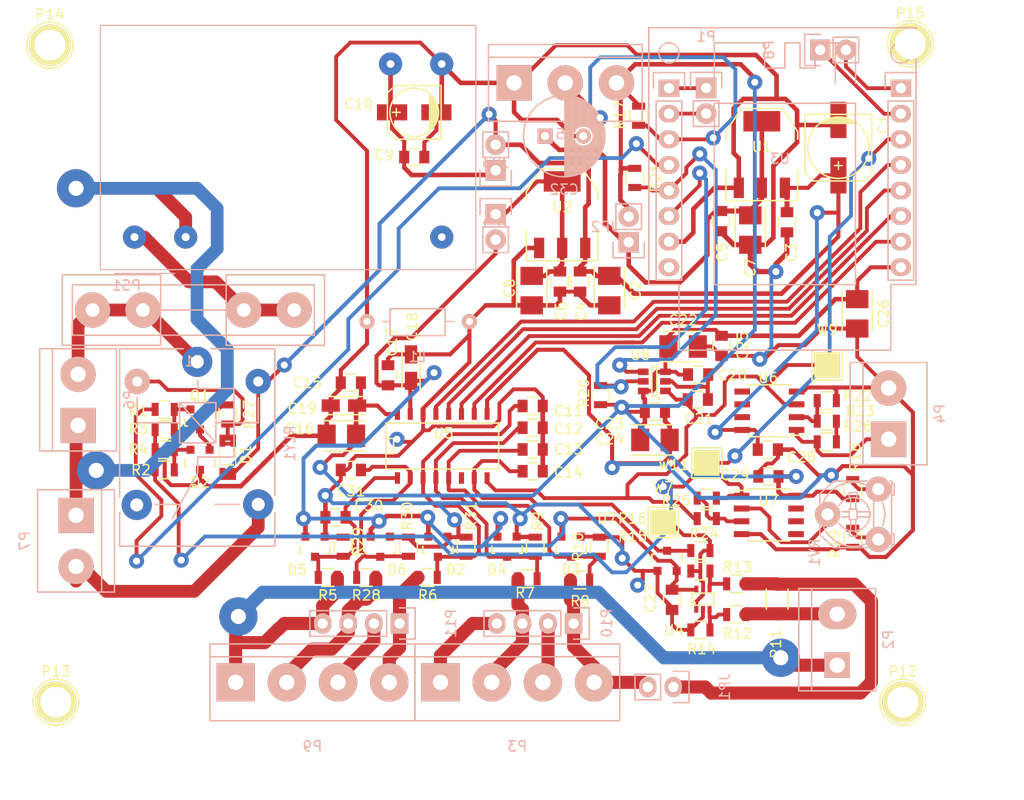
<source format=kicad_pcb>
(kicad_pcb (version 4) (host pcbnew 4.0.2+dfsg1-stable)
  (layers (0 F.Cu signal) (31 B.Cu signal) (34 B.Paste user) (35 F.Paste user) (36 B.SilkS user hide) (37 F.SilkS user) (38 B.Mask user hide) (39 F.Mask user) (44 Edge.Cuts user hide))
  (net 0 "")
  (net 1 GND)
  (net 2 +12V)
  (net 3 GNDA)
  (net 4 +3V3)
  (net 5 +3.3VADC)
  (net 6 ADC_LED1+)
  (net 7 ADC_LED_Current)
  (net 8 DAC_OUT)
  (net 9 "Net-(F1-Pad2)")
  (net 10 AC_L)
  (net 11 LED_Current_meas_in)
  (net 12 "Net-(P1-Pad1)")
  (net 13 "Net-(P1-Pad2)")
  (net 14 LED2-)
  (net 15 LED1+)
  (net 16 Led_dimm)
  (net 17 DS18B20)
  (net 18 AC_N)
  (net 19 AC_L_MEANWELL)
  (net 20 "Net-(P8-Pad1)")
  (net 21 "Net-(P8-Pad2)")
  (net 22 "Net-(Q1-Pad1)")
  (net 23 "Net-(Q1-Pad2)")
  (net 24 "Net-(Q1-Pad3)")
  (net 25 "Net-(Q2-Pad2)")
  (net 26 LED_ON)
  (net 27 COMP_OUT)
  (net 28 "Net-(R12-Pad1)")
  (net 29 "Net-(R13-Pad1)")
  (net 30 LED_current)
  (net 31 "Net-(R18-Pad2)")
  (net 32 "Net-(R19-Pad1)")
  (net 33 DAC_SCL)
  (net 34 DAC_SDA)
  (net 35 "Net-(R22-Pad2)")
  (net 36 "Net-(R23-Pad2)")
  (net 37 "Net-(R24-Pad1)")
  (net 38 LED_DIMM_threshold)
  (net 39 ADC_CLK)
  (net 40 ADC_MISO)
  (net 41 ADC_MOSI)
  (net 42 ADC_CS)
  (net 43 "Net-(D1-PadA)")
  (net 44 "Net-(C6-Pad1)")
  (net 45 "Net-(C10-Pad1)")
  (net 46 ADC_LED3+)
  (net 47 ADC_LED2+)
  (net 48 ADC_LED4-)
  (net 49 ADC_LED4+)
  (net 50 LED4-)
  (net 51 LED2+)
  (net 52 LED1-)
  (net 53 LED4+)
  (net 54 LED3-)
  (net 55 LED3+)
  (net 56 "Net-(C32-Pad1)")
  (net 57 "Net-(JP1-Pad1)")
  (module Capacitors_SMD:c_elec_6.3x5.3 (layer F.Cu) (at 242.55 76.6 270)
    (fp_text reference C1 (at -2.302 -4.47 270) (layer F.SilkS))
    (fp_text value 100u)
    (pad 1 smd rect (at 2.75082 0 270) (size 3.59918 1.6002) (layers F.Cu F.Paste F.Mask) (net 2 +12V))
    (pad 2 smd rect (at -2.75082 0 270) (size 3.59918 1.6002) (layers F.Cu F.Paste F.Mask) (net 1 GND))
  )
  (module Connect:bornier3 (layer B.Cu) (at 215.4605 70.1705)
    (fp_text reference P5 (at 0 5.08) (layer B.SilkS) (effects (justify mirror)))
    (fp_text value CON_DS18B20)
    (pad 1 thru_hole rect (at -5.08 0) (size 3.5 3.5) (drill 1.524) (layers *.Cu *.Mask B.SilkS) (net 1 GND))
    (pad 2 thru_hole circle (at 0 0) (size 3.5 3.5) (drill 1.524) (layers *.Cu *.Mask B.SilkS) (net 17 DS18B20))
    (pad 3 thru_hole circle (at 5.08 0) (size 3.5 3.5) (drill 1.524) (layers *.Cu *.Mask B.SilkS) (net 4 +3V3))
  )
  (module nodemcu:Mini_ESP8266 (layer B.Cu) (at 237.241 71.6945 180)
    (fp_text reference U3 (at 0.5 -6 180) (layer B.SilkS) (effects (justify mirror)))
    (fp_text value mini_ESP8266)
    (pad 9 thru_hole oval (at 11.5 -16.78 180) (size 2.032 1.7272) (drill 1.016) (layers *.Cu *.Mask B.SilkS))
    (pad 10 thru_hole oval (at 11.5 -14.24 180) (size 2.032 1.7272) (drill 1.016) (layers *.Cu *.Mask B.SilkS) (net 1 GND))
    (pad 11 thru_hole oval (at 11.5 -11.7 180) (size 2.032 1.7272) (drill 1.016) (layers *.Cu *.Mask B.SilkS) (net 33 DAC_SCL))
    (pad 12 thru_hole oval (at 11.5 -9.16 180) (size 2.032 1.7272) (drill 1.016) (layers *.Cu *.Mask B.SilkS) (net 34 DAC_SDA))
    (pad 13 thru_hole oval (at 11.5 -6.62 180) (size 2.032 1.7272) (drill 1.016) (layers *.Cu *.Mask B.SilkS) (net 26 LED_ON))
    (pad 14 thru_hole oval (at 11.5 -4.08 180) (size 2.032 1.7272) (drill 1.016) (layers *.Cu *.Mask B.SilkS) (net 17 DS18B20))
    (pad 15 thru_hole oval (at 11.5 -1.54 180) (size 2.032 1.7272) (drill 1.016) (layers *.Cu *.Mask B.SilkS) (net 13 "Net-(P1-Pad2)"))
    (pad 16 thru_hole rect (at 11.5 1 180) (size 2.032 1.7272) (drill 1.016) (layers *.Cu *.Mask B.SilkS) (net 12 "Net-(P1-Pad1)"))
    (pad 1 thru_hole rect (at -11.5 1 180) (size 2.032 1.7272) (drill 1.016) (layers *.Cu *.Mask B.SilkS) (net 21 "Net-(P8-Pad2)"))
    (pad 2 thru_hole oval (at -11.5 -1.54 180) (size 2.032 1.7272) (drill 1.016) (layers *.Cu *.Mask B.SilkS) (net 20 "Net-(P8-Pad1)"))
    (pad 3 thru_hole oval (at -11.5 -4.08 180) (size 2.032 1.7272) (drill 1.016) (layers *.Cu *.Mask B.SilkS) (net 27 COMP_OUT))
    (pad 4 thru_hole oval (at -11.5 -6.62 180) (size 2.032 1.7272) (drill 1.016) (layers *.Cu *.Mask B.SilkS) (net 39 ADC_CLK))
    (pad 5 thru_hole oval (at -11.5 -9.16 180) (size 2.032 1.7272) (drill 1.016) (layers *.Cu *.Mask B.SilkS) (net 40 ADC_MISO))
    (pad 6 thru_hole oval (at -11.5 -11.7 180) (size 2.032 1.7272) (drill 1.016) (layers *.Cu *.Mask B.SilkS) (net 41 ADC_MOSI))
    (pad 7 thru_hole oval (at -11.5 -14.24 180) (size 2.032 1.7272) (drill 1.016) (layers *.Cu *.Mask B.SilkS) (net 42 ADC_CS))
    (pad 8 thru_hole oval (at -11.5 -16.78 180) (size 2.032 1.7272) (drill 1.016) (layers *.Cu *.Mask B.SilkS) (net 4 +3V3))
  )
  (module Converter_ACDC:Converter_ACDC_MeanWell_IRM-03-xx_THT (layer B.Cu) (at 172.725 85.474)
    (fp_text reference PS1 (at -0.8 4.8) (layer B.SilkS) (effects (justify mirror)))
    (fp_text value IRM-03-12S)
    (pad 5 thru_hole circle (at 30.48 0) (size 2.3 2.3) (drill 0.76) (layers *.Cu *.Mask))
    (pad 1 thru_hole circle (at 0 0) (size 2.3 2.3) (drill 0.8) (layers *.Cu *.Mask) (net 9 "Net-(F1-Pad2)"))
    (pad 3 thru_hole circle (at 5.08 0) (size 2.3 2.3) (drill 0.8) (layers *.Cu *.Mask) (net 18 AC_N))
    (pad 14 thru_hole circle (at 30.48 -17.18) (size 2.3 2.3) (drill 0.76) (layers *.Cu *.Mask) (net 1 GND))
    (pad 16 thru_hole circle (at 25.4 -17.18) (size 2.3 2.3) (drill 0.76) (layers *.Cu *.Mask) (net 45 "Net-(C10-Pad1)"))
  )
  (module Pin_Headers:Pin_Header_Straight_1x02 (layer B.Cu) (at 226.18 130.13 90)
    (fp_text reference JP1 (at 0 5.1 90) (layer B.SilkS) (effects (justify mirror)))
    (fp_text value JUMPER)
    (pad 1 thru_hole oval (at 0 0 90) (size 2 1.7) (drill 1.016) (layers *.Cu *.Mask B.SilkS) (net 57 "Net-(JP1-Pad1)"))
    (pad 2 thru_hole oval (at 0 -2.54 90) (size 2.032 1.72) (drill 1.016) (layers *.Cu *.Mask B.SilkS) (net 15 LED1+))
  )
  (module Connect:bornier2 (layer B.Cu) (at 167.13 101.63 90)
    (fp_text reference P6 (at 0 5.08 90) (layer B.SilkS) (effects (justify mirror)))
    (fp_text value CON_230V)
    (pad 1 thru_hole rect (at -2.54 0 90) (size 3.5 3.5) (drill 1.524) (layers *.Cu *.Mask B.SilkS) (net 18 AC_N))
    (pad 2 thru_hole circle (at 2.54 0 90) (size 3.5 3.5) (drill 1.524) (layers *.Cu *.Mask B.SilkS) (net 10 AC_L))
  )
  (module Connect:bornier2 (layer B.Cu) (at 166.93 115.63 270)
    (fp_text reference P7 (at 0 5.08 270) (layer B.SilkS) (effects (justify mirror)))
    (fp_text value CON_MEANWELL)
    (pad 1 thru_hole rect (at -2.54 0 270) (size 3.5 3.5) (drill 1.524) (layers *.Cu *.Mask B.SilkS) (net 18 AC_N))
    (pad 2 thru_hole circle (at 2.54 0 270) (size 3.5 3.5) (drill 1.524) (layers *.Cu *.Mask B.SilkS) (net 19 AC_L_MEANWELL))
  )
  (module SMD_Packages:1Pin (layer F.Cu) (at 229.494 107.8895)
    (fp_text reference W11 (at -3.302 0.1905) (layer F.SilkS))
    (fp_text value TEST_1P)
    (pad 1 smd rect (at 0 0) (size 2.54 2.54) (layers F.Cu F.Paste F.SilkS F.Mask) (net 27 COMP_OUT))
  )
  (module SMD_Packages:1Pin (layer F.Cu) (at 241.432 98.174)
    (fp_text reference W9 (at 0 -3.50012) (layer F.SilkS))
    (fp_text value TEST_1P)
    (pad 1 smd rect (at 0 0) (size 2.54 2.54) (layers F.Cu F.Paste F.SilkS F.Mask) (net 8 DAC_OUT))
  )
  (module SMD_Packages:1Pin (layer F.Cu) (at 225.176 113.795)
    (fp_text reference W7 (at 0 -3.50012) (layer F.SilkS))
    (fp_text value TEST_1P)
    (pad 1 smd rect (at 0 0) (size 2.54 2.54) (layers F.Cu F.Paste F.SilkS F.Mask) (net 30 LED_current))
  )
  (module Capacitors_Tantalum_SMD:TantalC_SizeB_EIA-3528_Reflow (layer F.Cu) (at 219.825 90.788 270)
    (fp_text reference C2 (at 0 -2.6 270) (layer F.SilkS))
    (fp_text value 10u)
    (pad 2 smd rect (at 1.46 0 270) (size 1.8 2.23) (layers F.Cu F.Paste F.Mask) (net 3 GNDA))
    (pad 1 smd rect (at -1.46 0 270) (size 1.8 2.23) (layers F.Cu F.Paste F.Mask) (net 2 +12V))
  )
  (module Capacitors_SMD:C_0805 (layer F.Cu) (at 237.45 84 270)
    (fp_text reference C3 (at 2.998 -0.426 270) (layer F.SilkS))
    (fp_text value 100n)
    (pad 1 smd rect (at -1 0 270) (size 1 1.25) (layers F.Cu F.Paste F.Mask) (net 2 +12V))
    (pad 2 smd rect (at 1 0 270) (size 1 1.25) (layers F.Cu F.Paste F.Mask) (net 1 GND))
  )
  (module Capacitors_SMD:C_0805 (layer F.Cu) (at 216.925 89.888 270)
    (fp_text reference C4 (at 2.952 -0.123 270) (layer F.SilkS))
    (fp_text value 100n)
    (pad 1 smd rect (at -1 0 270) (size 1 1.25) (layers F.Cu F.Paste F.Mask) (net 2 +12V))
    (pad 2 smd rect (at 1 0 270) (size 1 1.25) (layers F.Cu F.Paste F.Mask) (net 3 GNDA))
  )
  (module Capacitors_SMD:C_0805 (layer F.Cu) (at 230.891 83.8865 270)
    (fp_text reference C5 (at 3.1115 -0.127 270) (layer F.SilkS))
    (fp_text value 100n)
    (pad 1 smd rect (at -1 0 270) (size 1 1.25) (layers F.Cu F.Paste F.Mask) (net 56 "Net-(C32-Pad1)"))
    (pad 2 smd rect (at 1 0 270) (size 1 1.25) (layers F.Cu F.Paste F.Mask) (net 1 GND))
  )
  (module Capacitors_SMD:C_0805 (layer F.Cu) (at 214.925 89.888 270)
    (fp_text reference C6 (at 2.952 -0.091 270) (layer F.SilkS))
    (fp_text value 100n)
    (pad 1 smd rect (at -1 0 270) (size 1 1.25) (layers F.Cu F.Paste F.Mask) (net 44 "Net-(C6-Pad1)"))
    (pad 2 smd rect (at 1 0 270) (size 1 1.25) (layers F.Cu F.Paste F.Mask) (net 3 GNDA))
  )
  (module Capacitors_Tantalum_SMD:TantalC_SizeB_EIA-3528_Reflow (layer F.Cu) (at 233.812 84.7755 270)
    (fp_text reference C7 (at 3.7465 0 270) (layer F.SilkS))
    (fp_text value 10u)
    (pad 2 smd rect (at 1.46 0 270) (size 1.8 2.23) (layers F.Cu F.Paste F.Mask) (net 1 GND))
    (pad 1 smd rect (at -1.46 0 270) (size 1.8 2.23) (layers F.Cu F.Paste F.Mask) (net 56 "Net-(C32-Pad1)"))
  )
  (module Capacitors_Tantalum_SMD:TantalC_SizeB_EIA-3528_Reflow (layer F.Cu) (at 212.125 90.788 270)
    (fp_text reference C8 (at -0.234 2.189 270) (layer F.SilkS))
    (fp_text value 10u)
    (pad 2 smd rect (at 1.46 0 270) (size 1.8 2.23) (layers F.Cu F.Paste F.Mask) (net 3 GNDA))
    (pad 1 smd rect (at -1.46 0 270) (size 1.8 2.23) (layers F.Cu F.Paste F.Mask) (net 44 "Net-(C6-Pad1)"))
  )
  (module Capacitors_SMD:C_0805 (layer F.Cu) (at 200.4745 77.5365)
    (fp_text reference C9 (at -2.9845 -0.1905) (layer F.SilkS))
    (fp_text value 100n)
    (pad 1 smd rect (at -1 0) (size 1 1.25) (layers F.Cu F.Paste F.Mask) (net 45 "Net-(C10-Pad1)"))
    (pad 2 smd rect (at 1 0) (size 1 1.25) (layers F.Cu F.Paste F.Mask) (net 1 GND))
  )
  (module Capacitors_SMD:c_elec_5x5.3 (layer F.Cu) (at 200.4745 73.0915 180)
    (fp_text reference C10 (at 5.5245 0.8255 180) (layer F.SilkS))
    (fp_text value 47u)
    (pad 1 smd rect (at 2.19964 0 180) (size 2.99974 1.6002) (layers F.Cu F.Paste F.Mask) (net 45 "Net-(C10-Pad1)"))
    (pad 2 smd rect (at -2.19964 0 180) (size 2.99974 1.6002) (layers F.Cu F.Paste F.Mask) (net 1 GND))
  )
  (module Capacitors_SMD:C_0805 (layer F.Cu) (at 212.222 102.238)
    (fp_text reference C11 (at 3.556 0.508) (layer F.SilkS))
    (fp_text value 10n)
    (pad 1 smd rect (at -1 0) (size 1 1.25) (layers F.Cu F.Paste F.Mask) (net 46 ADC_LED3+))
    (pad 2 smd rect (at 1 0) (size 1 1.25) (layers F.Cu F.Paste F.Mask) (net 3 GNDA))
  )
  (module Capacitors_SMD:C_0805 (layer F.Cu) (at 212.222 104.397)
    (fp_text reference C12 (at 3.556 0.127) (layer F.SilkS))
    (fp_text value 10n)
    (pad 1 smd rect (at -1 0) (size 1 1.25) (layers F.Cu F.Paste F.Mask) (net 47 ADC_LED2+))
    (pad 2 smd rect (at 1 0) (size 1 1.25) (layers F.Cu F.Paste F.Mask) (net 3 GNDA))
  )
  (module Capacitors_SMD:C_0805 (layer F.Cu) (at 212.222 106.556)
    (fp_text reference C13 (at 3.556 0) (layer F.SilkS))
    (fp_text value 10n)
    (pad 1 smd rect (at -1 0) (size 1 1.25) (layers F.Cu F.Paste F.Mask) (net 6 ADC_LED1+))
    (pad 2 smd rect (at 1 0) (size 1 1.25) (layers F.Cu F.Paste F.Mask) (net 3 GNDA))
  )
  (module Capacitors_SMD:C_0805 (layer F.Cu) (at 212.222 108.715)
    (fp_text reference C14 (at 3.556 0.127) (layer F.SilkS))
    (fp_text value 10n)
    (pad 1 smd rect (at -1 0) (size 1 1.25) (layers F.Cu F.Paste F.Mask) (net 7 ADC_LED_Current))
    (pad 2 smd rect (at 1 0) (size 1 1.25) (layers F.Cu F.Paste F.Mask) (net 3 GNDA))
  )
  (module Capacitors_SMD:C_0805 (layer F.Cu) (at 194.188 99.9266)
    (fp_text reference C15 (at -4.318 0.0254) (layer F.SilkS))
    (fp_text value 100n)
    (pad 1 smd rect (at -1 0) (size 1 1.25) (layers F.Cu F.Paste F.Mask) (net 1 GND))
    (pad 2 smd rect (at 1 0) (size 1 1.25) (layers F.Cu F.Paste F.Mask) (net 4 +3V3))
  )
  (module Capacitors_Tantalum_SMD:TantalC_SizeB_EIA-3528_Reflow (layer F.Cu) (at 193.248 105.196 180)
    (fp_text reference C16 (at 4.14 0.672 180) (layer F.SilkS))
    (fp_text value 10u)
    (pad 2 smd rect (at 1.46 0 180) (size 1.8 2.23) (layers F.Cu F.Paste F.Mask) (net 1 GND))
    (pad 1 smd rect (at -1.46 0 180) (size 1.8 2.23) (layers F.Cu F.Paste F.Mask) (net 4 +3V3))
  )
  (module Capacitors_SMD:C_0805 (layer F.Cu) (at 197.871 99.19 270)
    (fp_text reference C17 (at -3.302 -0.381 270) (layer F.SilkS))
    (fp_text value 100n)
    (pad 1 smd rect (at -1 0 270) (size 1 1.25) (layers F.Cu F.Paste F.Mask) (net 3 GNDA))
    (pad 2 smd rect (at 1 0 270) (size 1 1.25) (layers F.Cu F.Paste F.Mask) (net 5 +3.3VADC))
  )
  (module Capacitors_Tantalum_SMD:TantalC_SizeA_EIA-3216_Reflow (layer F.Cu) (at 200.157 98.428 90)
    (fp_text reference C18 (at 4.064 0.127 90) (layer F.SilkS))
    (fp_text value 1u)
    (pad 2 smd rect (at 1.31 0 90) (size 1.8 1.23) (layers F.Cu F.Paste F.Mask) (net 3 GNDA))
    (pad 1 smd rect (at -1.31 0 90) (size 1.8 1.23) (layers F.Cu F.Paste F.Mask) (net 5 +3.3VADC))
  )
  (module Capacitors_Tantalum_SMD:TantalC_SizeA_EIA-3216_Reflow (layer F.Cu) (at 193.498 102.196 180)
    (fp_text reference C19 (at 4.136 -0.296 180) (layer F.SilkS))
    (fp_text value 1u)
    (pad 2 smd rect (at 1.31 0 180) (size 1.8 1.23) (layers F.Cu F.Paste F.Mask) (net 1 GND))
    (pad 1 smd rect (at -1.31 0 180) (size 1.8 1.23) (layers F.Cu F.Paste F.Mask) (net 4 +3V3))
  )
  (module Capacitors_SMD:C_0805 (layer F.Cu) (at 228.6325 99.1235)
    (fp_text reference C20 (at 3.4015 0.0665) (layer F.SilkS))
    (fp_text value 100n)
    (pad 1 smd rect (at -1 0) (size 1 1.25) (layers F.Cu F.Paste F.Mask) (net 4 +3V3))
    (pad 2 smd rect (at 1 0) (size 1 1.25) (layers F.Cu F.Paste F.Mask) (net 1 GND))
  )
  (module Capacitors_SMD:C_0805 (layer F.Cu) (at 228.605 101.603)
    (fp_text reference C21 (at 0.127 1.905) (layer F.SilkS))
    (fp_text value 100n)
    (pad 1 smd rect (at -1 0) (size 1 1.25) (layers F.Cu F.Paste F.Mask) (net 8 DAC_OUT))
    (pad 2 smd rect (at 1 0) (size 1 1.25) (layers F.Cu F.Paste F.Mask) (net 1 GND))
  )
  (module Capacitors_Tantalum_SMD:TantalC_SizeB_EIA-3528_Reflow (layer F.Cu) (at 227.1445 96.3325)
    (fp_text reference C22 (at 0 -2.6) (layer F.SilkS))
    (fp_text value 10u)
    (pad 2 smd rect (at 1.46 0) (size 1.8 2.23) (layers F.Cu F.Paste F.Mask) (net 1 GND))
    (pad 1 smd rect (at -1.46 0) (size 1.8 2.23) (layers F.Cu F.Paste F.Mask) (net 4 +3V3))
  )
  (module Capacitors_SMD:C_0805 (layer F.Cu) (at 224.3505 102.8095)
    (fp_text reference C23 (at -4.5085 1.2065) (layer F.SilkS))
    (fp_text value 100n)
    (pad 1 smd rect (at -1 0) (size 1 1.25) (layers F.Cu F.Paste F.Mask) (net 4 +3V3))
    (pad 2 smd rect (at 1 0) (size 1 1.25) (layers F.Cu F.Paste F.Mask) (net 1 GND))
  )
  (module Capacitors_Tantalum_SMD:TantalC_SizeB_EIA-3528_Reflow (layer F.Cu) (at 224.3505 105.6035)
    (fp_text reference C24 (at -4.5085 -0.0635) (layer F.SilkS))
    (fp_text value 10u)
    (pad 2 smd rect (at 1.46 0) (size 1.8 2.23) (layers F.Cu F.Paste F.Mask) (net 1 GND))
    (pad 1 smd rect (at -1.46 0) (size 1.8 2.23) (layers F.Cu F.Paste F.Mask) (net 4 +3V3))
  )
  (module Capacitors_SMD:C_0805 (layer F.Cu) (at 230.9545 96.269 270)
    (fp_text reference C25 (at 0 -2.1 270) (layer F.SilkS))
    (fp_text value 100n)
    (pad 1 smd rect (at -1 0 270) (size 1 1.25) (layers F.Cu F.Paste F.Mask) (net 4 +3V3))
    (pad 2 smd rect (at 1 0 270) (size 1 1.25) (layers F.Cu F.Paste F.Mask) (net 1 GND))
  )
  (module Capacitors_Tantalum_SMD:TantalC_SizeB_EIA-3528_Reflow (layer F.Cu) (at 244.4165 93.094 270)
    (fp_text reference C26 (at 0 -2.6 270) (layer F.SilkS))
    (fp_text value 10u)
    (pad 2 smd rect (at 1.46 0 270) (size 1.8 2.23) (layers F.Cu F.Paste F.Mask) (net 1 GND))
    (pad 1 smd rect (at -1.46 0 270) (size 1.8 2.23) (layers F.Cu F.Paste F.Mask) (net 4 +3V3))
  )
  (module Capacitors_SMD:C_0805 (layer F.Cu) (at 226.051 121.479 270)
    (fp_text reference C27 (at -0.13 2.14 270) (layer F.SilkS))
    (fp_text value 100n)
    (pad 1 smd rect (at -1 0 270) (size 1 1.25) (layers F.Cu F.Paste F.Mask) (net 5 +3.3VADC))
    (pad 2 smd rect (at 1 0 270) (size 1 1.25) (layers F.Cu F.Paste F.Mask) (net 3 GNDA))
  )
  (module Capacitors_SMD:C_0805 (layer F.Cu) (at 235.549 106.572)
    (fp_text reference C28 (at 3.343 0.746) (layer F.SilkS))
    (fp_text value 100n)
    (pad 1 smd rect (at -1 0) (size 1 1.25) (layers F.Cu F.Paste F.Mask) (net 2 +12V))
    (pad 2 smd rect (at 1 0) (size 1 1.25) (layers F.Cu F.Paste F.Mask) (net 1 GND))
  )
  (module Capacitors_SMD:C_0805 (layer F.Cu) (at 235.608 109.23 180)
    (fp_text reference C29 (at 3.32 0.134 180) (layer F.SilkS))
    (fp_text value 100n)
    (pad 1 smd rect (at -1 0 180) (size 1 1.25) (layers F.Cu F.Paste F.Mask) (net 4 +3V3))
    (pad 2 smd rect (at 1 0 180) (size 1 1.25) (layers F.Cu F.Paste F.Mask) (net 1 GND))
  )
  (module digi-key:SOD-80 (layer F.Cu) (at 181.974 107.33 90)
    (fp_text reference D1 (at 0.266 1.8 90) (layer F.SilkS))
    (fp_text value D)
    (pad A smd rect (at 1.35 0.5375 90) (size 0.6 0.575) (layers F.Cu F.Paste F.Mask) (net 43 "Net-(D1-PadA)"))
    (pad A smd rect (at 1.35 -0.5375 90) (size 0.6 0.575) (layers F.Cu F.Paste F.Mask) (net 43 "Net-(D1-PadA)"))
    (pad K smd rect (at -1.35 0.5375 90) (size 0.6 0.575) (layers F.Cu F.Paste F.Mask) (net 2 +12V))
    (pad K smd rect (at -1.95 0 90) (size 0.6 1.65) (layers F.Cu F.Paste F.Mask) (net 2 +12V))
    (pad A smd rect (at 1.95 0 90) (size 0.6 1.65) (layers F.Cu F.Paste F.Mask) (net 43 "Net-(D1-PadA)"))
    (pad K smd rect (at -1.35 -0.5375 90) (size 0.6 0.575) (layers F.Cu F.Paste F.Mask) (net 2 +12V))
  )
  (module Fuse_Holders_and_Fuses:Fuseholder5x20_horiz_open_inline_Type-I (layer B.Cu) (at 178.567 92.713)
    (fp_text reference F1 (at 0 5.08) (layer B.SilkS) (effects (justify mirror)))
    (fp_text value FUSE)
    (pad 2 thru_hole circle (at 5.00126 0) (size 3.5 3.5) (drill 1.34874) (layers *.Cu *.Mask B.SilkS) (net 9 "Net-(F1-Pad2)"))
    (pad 2 thru_hole circle (at 9.99998 0) (size 3.5 3.5) (drill 1.34874) (layers *.Cu *.Mask B.SilkS) (net 9 "Net-(F1-Pad2)"))
    (pad 1 thru_hole circle (at -5.00126 0) (size 3.5 3.5) (drill 1.34874) (layers *.Cu *.Mask B.SilkS) (net 10 AC_L))
    (pad 1 thru_hole circle (at -9.99998 0) (size 3.5 3.5) (drill 1.34874) (layers *.Cu *.Mask B.SilkS) (net 10 AC_L))
  )
  (module Choke_Axial_ThroughHole:Choke_Horizontal_RM10mm (layer B.Cu) (at 200.792 93.856)
    (fp_text reference L1 (at 0 3.50012) (layer B.SilkS) (effects (justify mirror)))
    (fp_text value 10u)
    (pad 1 thru_hole circle (at -5.00126 0) (size 1.5 1.5) (drill 0.7) (layers *.Cu *.Mask B.SilkS) (net 1 GND))
    (pad 2 thru_hole circle (at 5.15874 0) (size 1.5 1.5) (drill 0.7) (layers *.Cu *.Mask B.SilkS) (net 3 GNDA))
  )
  (module Pin_Headers:Pin_Header_Straight_1x02 (layer B.Cu) (at 229.4305 70.6785 180)
    (fp_text reference P1 (at 0 5.1 180) (layer B.SilkS) (effects (justify mirror)))
    (fp_text value ESP_RX_TX)
    (pad 1 thru_hole rect (at 0 0 180) (size 2.032 2.032) (drill 1.016) (layers *.Cu *.Mask B.SilkS) (net 12 "Net-(P1-Pad1)"))
    (pad 2 thru_hole oval (at 0 -2.54 180) (size 2.032 2.032) (drill 1.016) (layers *.Cu *.Mask B.SilkS) (net 13 "Net-(P1-Pad2)"))
  )
  (module Connect:bornier2 (layer B.Cu) (at 242.43 125.43 90)
    (fp_text reference P2 (at 0 5.08 90) (layer B.SilkS) (effects (justify mirror)))
    (fp_text value CON_MEANWELL_VDC)
    (pad 1 thru_hole rect (at -2.54 0 90) (size 2.54 2.54) (drill 1.524) (layers *.Cu *.Mask B.SilkS) (net 50 LED4-))
    (pad 2 thru_hole oval (at 2.54 0 90) (size 3 3.8) (drill 1.524) (layers *.Cu *.Mask B.SilkS) (net 11 LED_Current_meas_in))
  )
  (module Connect:bornier4 (layer B.Cu) (at 210.698 129.67)
    (fp_text reference P3 (at 0 6.35) (layer B.SilkS) (effects (justify mirror)))
    (fp_text value CON_LED1)
    (pad 2 thru_hole circle (at -2.54 0) (size 3.81 3.81) (drill 1.524) (layers *.Cu *.Mask B.SilkS) (net 51 LED2+))
    (pad 3 thru_hole circle (at 2.54 0) (size 3.81 3.81) (drill 1.524) (layers *.Cu *.Mask B.SilkS) (net 52 LED1-))
    (pad 1 thru_hole rect (at -7.62 0) (size 3.81 3.81) (drill 1.524) (layers *.Cu *.Mask B.SilkS) (net 14 LED2-))
    (pad 4 thru_hole circle (at 7.62 0) (size 3.81 3.81) (drill 1.524) (layers *.Cu *.Mask B.SilkS) (net 15 LED1+))
  )
  (module Connect:bornier2 (layer B.Cu) (at 247.528 103 90)
    (fp_text reference P4 (at 0 5.08 90) (layer B.SilkS) (effects (justify mirror)))
    (fp_text value CON_DIM)
    (pad 1 thru_hole rect (at -2.54 0 90) (size 3.5 3.5) (drill 1.524) (layers *.Cu *.Mask B.SilkS) (net 16 Led_dimm))
    (pad 2 thru_hole circle (at 2.54 0 90) (size 3.5 3.5) (drill 1.524) (layers *.Cu *.Mask B.SilkS) (net 1 GND))
  )
  (module Pin_Headers:Pin_Header_Straight_1x02 (layer B.Cu) (at 240.75 66.9 270)
    (fp_text reference P8 (at 0 5.1 270) (layer B.SilkS) (effects (justify mirror)))
    (fp_text value CONN_01X02)
    (pad 1 thru_hole rect (at 0 0 270) (size 2.032 2.032) (drill 1.016) (layers *.Cu *.Mask B.SilkS) (net 20 "Net-(P8-Pad1)"))
    (pad 2 thru_hole oval (at 0 -2.54 270) (size 2.032 2.032) (drill 1.016) (layers *.Cu *.Mask B.SilkS) (net 21 "Net-(P8-Pad2)"))
  )
  (module TO_SOT_Packages_SMD:SOT-23 (layer F.Cu) (at 179.224 103.58 180)
    (fp_text reference Q1 (at 0.022 2.358 180) (layer F.SilkS))
    (fp_text value bc847)
    (pad 1 smd rect (at -0.95 1.00076 180) (size 0.8001 0.8001) (layers F.Cu F.Paste F.Mask) (net 22 "Net-(Q1-Pad1)"))
    (pad 2 smd rect (at 0.95 1.00076 180) (size 0.8001 0.8001) (layers F.Cu F.Paste F.Mask) (net 23 "Net-(Q1-Pad2)"))
    (pad 3 smd rect (at 0 -0.99822 180) (size 0.8001 0.8001) (layers F.Cu F.Paste F.Mask) (net 24 "Net-(Q1-Pad3)"))
  )
  (module TO_SOT_Packages_SMD:SOT-23 (layer F.Cu) (at 179.224 107.58 180)
    (fp_text reference Q2 (at 0 -2.25 180) (layer F.SilkS))
    (fp_text value bc847)
    (pad 1 smd rect (at -0.95 1.00076 180) (size 0.8001 0.8001) (layers F.Cu F.Paste F.Mask) (net 24 "Net-(Q1-Pad3)"))
    (pad 2 smd rect (at 0.95 1.00076 180) (size 0.8001 0.8001) (layers F.Cu F.Paste F.Mask) (net 25 "Net-(Q2-Pad2)"))
    (pad 3 smd rect (at 0 -0.99822 180) (size 0.8001 0.8001) (layers F.Cu F.Paste F.Mask) (net 1 GND))
  )
  (module Resistors_SMD:R_0805 (layer F.Cu) (at 175.724 102.58 180)
    (fp_text reference R1 (at 2.618 -0.166 180) (layer F.SilkS))
    (fp_text value 1k)
    (pad 1 smd rect (at -0.95 0 180) (size 0.7 1.3) (layers F.Cu F.Paste F.Mask) (net 23 "Net-(Q1-Pad2)"))
    (pad 2 smd rect (at 0.95 0 180) (size 0.7 1.3) (layers F.Cu F.Paste F.Mask) (net 26 LED_ON))
  )
  (module Resistors_SMD:R_0805 (layer F.Cu) (at 175.724 108.58 180)
    (fp_text reference R2 (at 2.364 -0.008 180) (layer F.SilkS))
    (fp_text value 1k)
    (pad 1 smd rect (at -0.95 0 180) (size 0.7 1.3) (layers F.Cu F.Paste F.Mask) (net 25 "Net-(Q2-Pad2)"))
    (pad 2 smd rect (at 0.95 0 180) (size 0.7 1.3) (layers F.Cu F.Paste F.Mask) (net 27 COMP_OUT))
  )
  (module Resistors_SMD:R_0805 (layer F.Cu) (at 175.724 104.58)
    (fp_text reference R3 (at -2.618 -0.056) (layer F.SilkS))
    (fp_text value 10k)
    (pad 1 smd rect (at -0.95 0) (size 0.7 1.3) (layers F.Cu F.Paste F.Mask) (net 1 GND))
    (pad 2 smd rect (at 0.95 0) (size 0.7 1.3) (layers F.Cu F.Paste F.Mask) (net 23 "Net-(Q1-Pad2)"))
  )
  (module Resistors_SMD:R_0805 (layer F.Cu) (at 175.724 106.58)
    (fp_text reference R4 (at -2.618 -0.024) (layer F.SilkS))
    (fp_text value 10k)
    (pad 1 smd rect (at -0.95 0) (size 0.7 1.3) (layers F.Cu F.Paste F.Mask) (net 1 GND))
    (pad 2 smd rect (at 0.95 0) (size 0.7 1.3) (layers F.Cu F.Paste F.Mask) (net 25 "Net-(Q2-Pad2)"))
  )
  (module Resistors_SMD:R_0805 (layer F.Cu) (at 201.808 119.256 180)
    (fp_text reference R6 (at 0 -1.778 180) (layer F.SilkS))
    (fp_text value NC)
    (pad 1 smd rect (at -0.95 0 180) (size 0.7 1.3) (layers F.Cu F.Paste F.Mask) (net 46 ADC_LED3+))
    (pad 2 smd rect (at 0.95 0 180) (size 0.7 1.3) (layers F.Cu F.Paste F.Mask) (net 55 LED3+))
  )
  (module Resistors_SMD:R_0805 (layer F.Cu) (at 211.714 119.383 180)
    (fp_text reference R7 (at 0.254 -1.397 180) (layer F.SilkS))
    (fp_text value 100k)
    (pad 1 smd rect (at -0.95 0 180) (size 0.7 1.3) (layers F.Cu F.Paste F.Mask) (net 47 ADC_LED2+))
    (pad 2 smd rect (at 0.95 0 180) (size 0.7 1.3) (layers F.Cu F.Paste F.Mask) (net 51 LED2+))
  )
  (module Resistors_SMD:R_0805 (layer F.Cu) (at 216.921 119.51 180)
    (fp_text reference R8 (at 0 -2.1 180) (layer F.SilkS))
    (fp_text value 100k)
    (pad 1 smd rect (at -0.95 0 180) (size 0.7 1.3) (layers F.Cu F.Paste F.Mask) (net 6 ADC_LED1+))
    (pad 2 smd rect (at 0.95 0 180) (size 0.7 1.3) (layers F.Cu F.Paste F.Mask) (net 15 LED1+))
  )
  (module Resistors_SMD:R_0805 (layer F.Cu) (at 212.476 116.208 90)
    (fp_text reference R9 (at 2.54 0.254 90) (layer F.SilkS))
    (fp_text value 8k2)
    (pad 1 smd rect (at -0.95 0 90) (size 0.7 1.3) (layers F.Cu F.Paste F.Mask) (net 47 ADC_LED2+))
    (pad 2 smd rect (at 0.95 0 90) (size 0.7 1.3) (layers F.Cu F.Paste F.Mask) (net 3 GNDA))
  )
  (module Resistors_SMD:R_0805 (layer F.Cu) (at 218.826 116.208 90)
    (fp_text reference R10 (at 0 -2.1 90) (layer F.SilkS))
    (fp_text value 3k9)
    (pad 1 smd rect (at -0.95 0 90) (size 0.7 1.3) (layers F.Cu F.Paste F.Mask) (net 6 ADC_LED1+))
    (pad 2 smd rect (at 0.95 0 90) (size 0.7 1.3) (layers F.Cu F.Paste F.Mask) (net 3 GNDA))
  )
  (module Resistors_SMD:R_1206 (layer F.Cu) (at 236.479 121.415 90)
    (fp_text reference R11 (at -4.445 -0.127 90) (layer F.SilkS))
    (fp_text value 0.1)
    (pad 1 smd rect (at -1.45 0 90) (size 0.9 1.7) (layers F.Cu F.Paste F.Mask) (net 11 LED_Current_meas_in))
    (pad 2 smd rect (at 1.45 0 90) (size 0.9 1.7) (layers F.Cu F.Paste F.Mask) (net 57 "Net-(JP1-Pad1)"))
  )
  (module Resistors_SMD:R_0805 (layer F.Cu) (at 232.415 122.939)
    (fp_text reference R12 (at 0.127 1.905) (layer F.SilkS))
    (fp_text value 3k9)
    (pad 1 smd rect (at -0.95 0) (size 0.7 1.3) (layers F.Cu F.Paste F.Mask) (net 28 "Net-(R12-Pad1)"))
    (pad 2 smd rect (at 0.95 0) (size 0.7 1.3) (layers F.Cu F.Paste F.Mask) (net 11 LED_Current_meas_in))
  )
  (module Resistors_SMD:R_0805 (layer F.Cu) (at 232.415 119.891)
    (fp_text reference R13 (at 0.127 -1.651) (layer F.SilkS))
    (fp_text value 3k9)
    (pad 1 smd rect (at -0.95 0) (size 0.7 1.3) (layers F.Cu F.Paste F.Mask) (net 29 "Net-(R13-Pad1)"))
    (pad 2 smd rect (at 0.95 0) (size 0.7 1.3) (layers F.Cu F.Paste F.Mask) (net 57 "Net-(JP1-Pad1)"))
  )
  (module Resistors_SMD:R_0805 (layer F.Cu) (at 228.859 124.463)
    (fp_text reference R14 (at 0.127 1.905) (layer F.SilkS))
    (fp_text value 120k)
    (pad 1 smd rect (at -0.95 0) (size 0.7 1.3) (layers F.Cu F.Paste F.Mask) (net 3 GNDA))
    (pad 2 smd rect (at 0.95 0) (size 0.7 1.3) (layers F.Cu F.Paste F.Mask) (net 28 "Net-(R12-Pad1)"))
  )
  (module Resistors_SMD:R_0805 (layer F.Cu) (at 228.859 118.621)
    (fp_text reference R15 (at -6.731 -3.429) (layer F.SilkS))
    (fp_text value 120k)
    (pad 1 smd rect (at -0.95 0) (size 0.7 1.3) (layers F.Cu F.Paste F.Mask) (net 30 LED_current))
    (pad 2 smd rect (at 0.95 0) (size 0.7 1.3) (layers F.Cu F.Paste F.Mask) (net 29 "Net-(R13-Pad1)"))
  )
  (module Resistors_SMD:R_0805 (layer F.Cu) (at 228.859 116.589)
    (fp_text reference R16 (at -6.731 -3.175) (layer F.SilkS))
    (fp_text value 1k)
    (pad 1 smd rect (at -0.95 0) (size 0.7 1.3) (layers F.Cu F.Paste F.Mask) (net 7 ADC_LED_Current))
    (pad 2 smd rect (at 0.95 0) (size 0.7 1.3) (layers F.Cu F.Paste F.Mask) (net 30 LED_current))
  )
  (module Resistors_SMD:R_0805 (layer F.Cu) (at 222.73 73.43 270)
    (fp_text reference R17 (at -0.06 1.842 270) (layer F.SilkS))
    (fp_text value 4k7)
    (pad 1 smd rect (at -0.95 0 270) (size 0.7 1.3) (layers F.Cu F.Paste F.Mask) (net 4 +3V3))
    (pad 2 smd rect (at 0.95 0 270) (size 0.7 1.3) (layers F.Cu F.Paste F.Mask) (net 17 DS18B20))
  )
  (module Resistors_SMD:R_0805 (layer F.Cu) (at 243.972 110.493 90)
    (fp_text reference R18 (at 3.175 0.254 90) (layer F.SilkS))
    (fp_text value 4k7)
    (pad 1 smd rect (at -0.95 0 90) (size 0.7 1.3) (layers F.Cu F.Paste F.Mask) (net 4 +3V3))
    (pad 2 smd rect (at 0.95 0 90) (size 0.7 1.3) (layers F.Cu F.Paste F.Mask) (net 31 "Net-(R18-Pad2)"))
  )
  (module Resistors_SMD:R_0805 (layer F.Cu) (at 243.972 115.319 270)
    (fp_text reference R19 (at 0.635 1.778 270) (layer F.SilkS))
    (fp_text value 4k7)
    (pad 1 smd rect (at -0.95 0 270) (size 0.7 1.3) (layers F.Cu F.Paste F.Mask) (net 32 "Net-(R19-Pad1)"))
    (pad 2 smd rect (at 0.95 0 270) (size 0.7 1.3) (layers F.Cu F.Paste F.Mask) (net 1 GND))
  )
  (module Resistors_SMD:R_0805 (layer F.Cu) (at 218.953 101.1585 90)
    (fp_text reference R20 (at 0.1905 -1.651 90) (layer F.SilkS))
    (fp_text value 4k7)
    (pad 1 smd rect (at -0.95 0 90) (size 0.7 1.3) (layers F.Cu F.Paste F.Mask) (net 4 +3V3))
    (pad 2 smd rect (at 0.95 0 90) (size 0.7 1.3) (layers F.Cu F.Paste F.Mask) (net 33 DAC_SCL))
  )
  (module Resistors_SMD:R_0805 (layer F.Cu) (at 222.35 79.6 270)
    (fp_text reference R21 (at 0 -2.1 270) (layer F.SilkS))
    (fp_text value 4k7)
    (pad 1 smd rect (at -0.95 0 270) (size 0.7 1.3) (layers F.Cu F.Paste F.Mask) (net 4 +3V3))
    (pad 2 smd rect (at 0.95 0 270) (size 0.7 1.3) (layers F.Cu F.Paste F.Mask) (net 34 DAC_SDA))
  )
  (module Resistors_SMD:R_0805 (layer F.Cu) (at 241.4 101.7 180)
    (fp_text reference R22 (at -3.08 0.478 180) (layer F.SilkS))
    (fp_text value 3k9)
    (pad 1 smd rect (at -0.95 0 180) (size 0.7 1.3) (layers F.Cu F.Paste F.Mask) (net 1 GND))
    (pad 2 smd rect (at 0.95 0 180) (size 0.7 1.3) (layers F.Cu F.Paste F.Mask) (net 35 "Net-(R22-Pad2)"))
  )
  (module Resistors_SMD:R_0805 (layer F.Cu) (at 241.399 103.747)
    (fp_text reference R23 (at 3.335 -1.001) (layer F.SilkS))
    (fp_text value 3k9)
    (pad 1 smd rect (at -0.95 0) (size 0.7 1.3) (layers F.Cu F.Paste F.Mask) (net 35 "Net-(R22-Pad2)"))
    (pad 2 smd rect (at 0.95 0) (size 0.7 1.3) (layers F.Cu F.Paste F.Mask) (net 36 "Net-(R23-Pad2)"))
  )
  (module Resistors_SMD:R_0805 (layer F.Cu) (at 229.494 113.414 180)
    (fp_text reference R24 (at 0.254 -1.524 180) (layer F.SilkS))
    (fp_text value 1k)
    (pad 1 smd rect (at -0.95 0 180) (size 0.7 1.3) (layers F.Cu F.Paste F.Mask) (net 37 "Net-(R24-Pad1)"))
    (pad 2 smd rect (at 0.95 0 180) (size 0.7 1.3) (layers F.Cu F.Paste F.Mask) (net 8 DAC_OUT))
  )
  (module Resistors_SMD:R_0805 (layer F.Cu) (at 229.494 111.382 180)
    (fp_text reference R25 (at 3.048 -0.254 180) (layer F.SilkS))
    (fp_text value 100k)
    (pad 1 smd rect (at -0.95 0 180) (size 0.7 1.3) (layers F.Cu F.Paste F.Mask) (net 27 COMP_OUT))
    (pad 2 smd rect (at 0.95 0 180) (size 0.7 1.3) (layers F.Cu F.Paste F.Mask) (net 37 "Net-(R24-Pad1)"))
  )
  (module Resistors_SMD:R_0805 (layer F.Cu) (at 241.4 105.8 180)
    (fp_text reference R26 (at -3.08 1.53 180) (layer F.SilkS))
    (fp_text value 3k9)
    (pad 1 smd rect (at -0.95 0 180) (size 0.7 1.3) (layers F.Cu F.Paste F.Mask) (net 36 "Net-(R23-Pad2)"))
    (pad 2 smd rect (at 0.95 0 180) (size 0.7 1.3) (layers F.Cu F.Paste F.Mask) (net 16 Led_dimm))
  )
  (module Resistors_SMD:R_0805 (layer F.Cu) (at 181.974 103.08 270)
    (fp_text reference R27 (at 0 -2.1 270) (layer F.SilkS))
    (fp_text value 1k)
    (pad 1 smd rect (at -0.95 0 270) (size 0.7 1.3) (layers F.Cu F.Paste F.Mask) (net 22 "Net-(Q1-Pad1)"))
    (pad 2 smd rect (at 0.95 0 270) (size 0.7 1.3) (layers F.Cu F.Paste F.Mask) (net 43 "Net-(D1-PadA)"))
  )
  (module Relays_ThroughHole:Relay_SANYOU_SRD_Series_Form_C (layer B.Cu) (at 178.948 97.8565 270)
    (fp_text reference RLY1 (at 8.1 -9.2 270) (layer B.SilkS) (effects (justify mirror)))
    (fp_text value RELAY)
    (pad 2 thru_hole circle (at 1.95 -6.05 180) (size 2.5 2.5) (drill 1) (layers *.Cu *.Mask) (net 2 +12V))
    (pad 4 thru_hole circle (at 14.15 -6.05 180) (size 3 3) (drill 1.3) (layers *.Cu *.Mask) (net 19 AC_L_MEANWELL))
    (pad 5 thru_hole circle (at 14.2 6 180) (size 3 3) (drill 1.3) (layers *.Cu *.Mask))
    (pad 1 thru_hole circle (at 1.95 5.95 180) (size 2.5 2.5) (drill 1) (layers *.Cu *.Mask B.SilkS) (net 43 "Net-(D1-PadA)"))
    (pad 3 thru_hole circle (at 0 0 180) (size 3 3) (drill 1.3) (layers *.Cu *.Mask) (net 10 AC_L))
  )
  (module Potentiometers:Potentiometer_Triwood_RM-065 (layer B.Cu) (at 246.512 110.493 270)
    (fp_text reference RV1 (at 6.30936 6.30936 270) (layer B.SilkS) (effects (justify mirror)))
    (fp_text value POT)
    (pad 2 thru_hole circle (at 2.49936 5.03936 270) (size 2.49936 2.49936) (drill 1.19888) (layers *.Cu *.Mask B.SilkS) (net 38 LED_DIMM_threshold))
    (pad 3 thru_hole circle (at 4.99872 0 270) (size 2.49936 2.49936) (drill 1.19888) (layers *.Cu *.Mask B.SilkS) (net 32 "Net-(R19-Pad1)"))
    (pad 1 thru_hole circle (at 0 0 270) (size 2.49936 2.49936) (drill 1.19888) (layers *.Cu *.Mask B.SilkS) (net 31 "Net-(R18-Pad2)"))
  )
  (module TO_SOT_Packages_SMD:SOT-223 (layer F.Cu) (at 234.955 77.2825)
    (fp_text reference U1 (at 0 -0.762) (layer F.SilkS))
    (fp_text value LD1117S33TR)
    (pad 4 smd rect (at 0 -3.302) (size 3.6576 2.032) (layers F.Cu F.Paste F.Mask) (net 56 "Net-(C32-Pad1)"))
    (pad 2 smd rect (at 0 3.302) (size 1.016 2.032) (layers F.Cu F.Paste F.Mask) (net 56 "Net-(C32-Pad1)"))
    (pad 3 smd rect (at 2.286 3.302) (size 1.016 2.032) (layers F.Cu F.Paste F.Mask) (net 2 +12V))
    (pad 1 smd rect (at -2.286 3.302) (size 1.016 2.032) (layers F.Cu F.Paste F.Mask) (net 1 GND))
  )
  (module TO_SOT_Packages_SMD:SOT-223 (layer F.Cu) (at 215.15 83.25)
    (fp_text reference U2 (at 0 -0.762) (layer F.SilkS))
    (fp_text value LD1117S33TR)
    (pad 4 smd rect (at 0 -3.302) (size 3.6576 2.032) (layers F.Cu F.Paste F.Mask) (net 44 "Net-(C6-Pad1)"))
    (pad 2 smd rect (at 0 3.302) (size 1.016 2.032) (layers F.Cu F.Paste F.Mask) (net 44 "Net-(C6-Pad1)"))
    (pad 3 smd rect (at 2.286 3.302) (size 1.016 2.032) (layers F.Cu F.Paste F.Mask) (net 2 +12V))
    (pad 1 smd rect (at -2.286 3.302) (size 1.016 2.032) (layers F.Cu F.Paste F.Mask) (net 3 GNDA))
  )
  (module TO_SOT_Packages_SMD:SC-70-5 (layer F.Cu) (at 229.113 121.415)
    (fp_text reference U4 (at -2.88 3.07) (layer F.SilkS))
    (fp_text value MCP6V31)
    (pad 1 smd rect (at -0.6604 1.016) (size 0.4064 0.6604) (layers F.Cu F.Paste F.Mask) (net 30 LED_current))
    (pad 3 smd rect (at 0.6604 1.016) (size 0.4064 0.6604) (layers F.Cu F.Paste F.Mask) (net 28 "Net-(R12-Pad1)"))
    (pad 2 smd rect (at 0 1.016) (size 0.4064 0.6604) (layers F.Cu F.Paste F.Mask) (net 3 GNDA))
    (pad 4 smd rect (at 0.6604 -1.016) (size 0.4064 0.6604) (layers F.Cu F.Paste F.Mask) (net 29 "Net-(R13-Pad1)"))
    (pad 5 smd rect (at -0.6604 -1.016) (size 0.4064 0.6604) (layers F.Cu F.Paste F.Mask) (net 5 +3.3VADC))
  )
  (module SMD_Packages:SO-16-N (layer F.Cu) (at 203.256 106.216)
    (fp_text reference U5 (at 0.127 -1.27) (layer F.SilkS))
    (fp_text value MCP3208)
    (pad 16 smd rect (at -4.445 -3.175) (size 0.508 1.143) (layers F.Cu F.Paste F.Mask) (net 4 +3V3))
    (pad 14 smd rect (at -1.905 -3.175) (size 0.508 1.143) (layers F.Cu F.Paste F.Mask) (net 3 GNDA))
    (pad 13 smd rect (at -0.635 -3.175) (size 0.508 1.143) (layers F.Cu F.Paste F.Mask) (net 39 ADC_CLK))
    (pad 12 smd rect (at 0.635 -3.175) (size 0.508 1.143) (layers F.Cu F.Paste F.Mask) (net 40 ADC_MISO))
    (pad 11 smd rect (at 1.905 -3.175) (size 0.508 1.143) (layers F.Cu F.Paste F.Mask) (net 41 ADC_MOSI))
    (pad 10 smd rect (at 3.175 -3.175) (size 0.508 1.143) (layers F.Cu F.Paste F.Mask) (net 42 ADC_CS))
    (pad 9 smd rect (at 4.445 -3.175) (size 0.508 1.143) (layers F.Cu F.Paste F.Mask) (net 1 GND))
    (pad 8 smd rect (at 4.445 3.175) (size 0.508 1.143) (layers F.Cu F.Paste F.Mask) (net 8 DAC_OUT))
    (pad 7 smd rect (at 3.175 3.175) (size 0.508 1.143) (layers F.Cu F.Paste F.Mask) (net 7 ADC_LED_Current))
    (pad 6 smd rect (at 1.905 3.175) (size 0.508 1.143) (layers F.Cu F.Paste F.Mask))
    (pad 5 smd rect (at 0.635 3.175) (size 0.508 1.143) (layers F.Cu F.Paste F.Mask) (net 6 ADC_LED1+))
    (pad 4 smd rect (at -0.635 3.175) (size 0.508 1.143) (layers F.Cu F.Paste F.Mask) (net 47 ADC_LED2+))
    (pad 3 smd rect (at -1.905 3.175) (size 0.508 1.143) (layers F.Cu F.Paste F.Mask) (net 46 ADC_LED3+))
    (pad 2 smd rect (at -3.175 3.175) (size 0.508 1.143) (layers F.Cu F.Paste F.Mask) (net 49 ADC_LED4+))
    (pad 1 smd rect (at -4.445 3.175) (size 0.508 1.143) (layers F.Cu F.Paste F.Mask) (net 48 ADC_LED4-))
    (pad 15 smd rect (at -3.175 -3.175) (size 0.508 1.143) (layers F.Cu F.Paste F.Mask) (net 5 +3.3VADC))
  )
  (module Housings_SOIC:SOIC-8_3.9x4.9mm_Pitch1.27mm (layer F.Cu) (at 235.704 102.712 180)
    (fp_text reference U6 (at 0.114 3.268 180) (layer F.SilkS))
    (fp_text value LM358)
    (pad 1 smd rect (at -2.7 -1.905 180) (size 1.55 0.6) (layers F.Cu F.Paste F.Mask) (net 16 Led_dimm))
    (pad 2 smd rect (at -2.7 -0.635 180) (size 1.55 0.6) (layers F.Cu F.Paste F.Mask) (net 35 "Net-(R22-Pad2)"))
    (pad 3 smd rect (at -2.7 0.635 180) (size 1.55 0.6) (layers F.Cu F.Paste F.Mask) (net 8 DAC_OUT))
    (pad 4 smd rect (at -2.7 1.905 180) (size 1.55 0.6) (layers F.Cu F.Paste F.Mask) (net 1 GND))
    (pad 5 smd rect (at 2.7 1.905 180) (size 1.55 0.6) (layers F.Cu F.Paste F.Mask))
    (pad 6 smd rect (at 2.7 0.635 180) (size 1.55 0.6) (layers F.Cu F.Paste F.Mask))
    (pad 7 smd rect (at 2.7 -0.635 180) (size 1.55 0.6) (layers F.Cu F.Paste F.Mask))
    (pad 8 smd rect (at 2.7 -1.905 180) (size 1.55 0.6) (layers F.Cu F.Paste F.Mask) (net 2 +12V))
  )
  (module Housings_SOIC:SOIC-8_3.9x4.9mm_Pitch1.27mm (layer F.Cu) (at 235.648 113.05)
    (fp_text reference U7 (at -0.058 -1.414) (layer F.SilkS))
    (fp_text value LM393)
    (pad 1 smd rect (at -2.7 -1.905) (size 1.55 0.6) (layers F.Cu F.Paste F.Mask) (net 27 COMP_OUT))
    (pad 2 smd rect (at -2.7 -0.635) (size 1.55 0.6) (layers F.Cu F.Paste F.Mask) (net 38 LED_DIMM_threshold))
    (pad 3 smd rect (at -2.7 0.635) (size 1.55 0.6) (layers F.Cu F.Paste F.Mask) (net 37 "Net-(R24-Pad1)"))
    (pad 4 smd rect (at -2.7 1.905) (size 1.55 0.6) (layers F.Cu F.Paste F.Mask) (net 1 GND))
    (pad 5 smd rect (at 2.7 1.905) (size 1.55 0.6) (layers F.Cu F.Paste F.Mask))
    (pad 6 smd rect (at 2.7 0.635) (size 1.55 0.6) (layers F.Cu F.Paste F.Mask))
    (pad 7 smd rect (at 2.7 -0.635) (size 1.55 0.6) (layers F.Cu F.Paste F.Mask))
    (pad 8 smd rect (at 2.7 -1.905) (size 1.55 0.6) (layers F.Cu F.Paste F.Mask) (net 4 +3V3))
  )
  (module TO_SOT_Packages_SMD:SOT-23-6 (layer F.Cu) (at 224.2925 99.7935 180)
    (fp_text reference U8 (at 1.4025 2.6355 180) (layer F.SilkS))
    (fp_text value MCP47X6)
    (pad 1 smd rect (at -1.1 -0.95 180) (size 1.06 0.65) (layers F.Cu F.Paste F.Mask) (net 8 DAC_OUT))
    (pad 2 smd rect (at -1.1 0 180) (size 1.06 0.65) (layers F.Cu F.Paste F.Mask) (net 1 GND))
    (pad 3 smd rect (at -1.1 0.95 180) (size 1.06 0.65) (layers F.Cu F.Paste F.Mask) (net 4 +3V3))
    (pad 4 smd rect (at 1.1 0.95 180) (size 1.06 0.65) (layers F.Cu F.Paste F.Mask) (net 34 DAC_SDA))
    (pad 6 smd rect (at 1.1 -0.95 180) (size 1.06 0.65) (layers F.Cu F.Paste F.Mask) (net 4 +3V3))
    (pad 5 smd rect (at 1.1 0 180) (size 1.06 0.65) (layers F.Cu F.Paste F.Mask) (net 33 DAC_SCL))
  )
  (module TO_SOT_Packages_SMD:SOT-23 (layer F.Cu) (at 202.824 116.208 180)
    (fp_text reference D2 (at -1.778 -2.286 180) (layer F.SilkS))
    (fp_text value BAT54-04)
    (pad 1 smd rect (at -0.95 1.00076 180) (size 0.8001 0.8001) (layers F.Cu F.Paste F.Mask) (net 3 GNDA))
    (pad 2 smd rect (at 0.95 1.00076 180) (size 0.8001 0.8001) (layers F.Cu F.Paste F.Mask) (net 5 +3.3VADC))
    (pad 3 smd rect (at 0 -0.99822 180) (size 0.8001 0.8001) (layers F.Cu F.Paste F.Mask) (net 46 ADC_LED3+))
  )
  (module TO_SOT_Packages_SMD:SOT-23 (layer F.Cu) (at 216.032 116.208 180)
    (fp_text reference D3 (at 0 -2.25 180) (layer F.SilkS))
    (fp_text value BAT54-04)
    (pad 1 smd rect (at -0.95 1.00076 180) (size 0.8001 0.8001) (layers F.Cu F.Paste F.Mask) (net 3 GNDA))
    (pad 2 smd rect (at 0.95 1.00076 180) (size 0.8001 0.8001) (layers F.Cu F.Paste F.Mask) (net 5 +3.3VADC))
    (pad 3 smd rect (at 0 -0.99822 180) (size 0.8001 0.8001) (layers F.Cu F.Paste F.Mask) (net 6 ADC_LED1+))
  )
  (module TO_SOT_Packages_SMD:SOT-23 (layer F.Cu) (at 209.682 116.208 180)
    (fp_text reference D4 (at 1.016 -2.286 180) (layer F.SilkS))
    (fp_text value BAT54-04)
    (pad 1 smd rect (at -0.95 1.00076 180) (size 0.8001 0.8001) (layers F.Cu F.Paste F.Mask) (net 3 GNDA))
    (pad 2 smd rect (at 0.95 1.00076 180) (size 0.8001 0.8001) (layers F.Cu F.Paste F.Mask) (net 5 +3.3VADC))
    (pad 3 smd rect (at 0 -0.99822 180) (size 0.8001 0.8001) (layers F.Cu F.Paste F.Mask) (net 47 ADC_LED2+))
  )
  (module TO_SOT_Packages_SMD:SOT-23 (layer F.Cu) (at 225.557 117.605)
    (fp_text reference D7 (at -5.969 -4.191) (layer F.SilkS))
    (fp_text value BAT54-04)
    (pad 1 smd rect (at -0.95 1.00076) (size 0.8001 0.8001) (layers F.Cu F.Paste F.Mask) (net 3 GNDA))
    (pad 2 smd rect (at 0.95 1.00076) (size 0.8001 0.8001) (layers F.Cu F.Paste F.Mask) (net 5 +3.3VADC))
    (pad 3 smd rect (at 0 -0.99822) (size 0.8001 0.8001) (layers F.Cu F.Paste F.Mask) (net 7 ADC_LED_Current))
  )
  (module Pin_Headers:Pin_Header_Straight_1x02 (layer B.Cu) (at 208.55 78.85)
    (fp_text reference JP4 (at 0 5.1) (layer B.SilkS) (effects (justify mirror)))
    (fp_text value JUMPER)
    (pad 1 thru_hole rect (at 0 0) (size 2.032 2.032) (drill 1.016) (layers *.Cu *.Mask B.SilkS) (net 45 "Net-(C10-Pad1)"))
    (pad 2 thru_hole oval (at 0 -2.54) (size 2.032 2.032) (drill 1.016) (layers *.Cu *.Mask B.SilkS) (net 2 +12V))
  )
  (module Pin_Headers:Pin_Header_Straight_1x02 (layer B.Cu) (at 221.747 85.982)
    (fp_text reference JP2 (at -2.413 -1.524) (layer B.SilkS) (effects (justify mirror)))
    (fp_text value JUMPER)
    (pad 1 thru_hole rect (at 0 0) (size 2.032 2.032) (drill 1.016) (layers *.Cu *.Mask B.SilkS) (net 56 "Net-(C32-Pad1)"))
    (pad 2 thru_hole oval (at 0 -2.54) (size 2.032 2.032) (drill 1.016) (layers *.Cu *.Mask B.SilkS) (net 4 +3V3))
  )
  (module Pin_Headers:Pin_Header_Straight_1x02 (layer B.Cu) (at 208.55 83.2 180)
    (fp_text reference JP3 (at 0 5.1 180) (layer B.SilkS) (effects (justify mirror)))
    (fp_text value JUMPER)
    (pad 1 thru_hole rect (at 0 0 180) (size 2.032 2.032) (drill 1.016) (layers *.Cu *.Mask B.SilkS) (net 44 "Net-(C6-Pad1)"))
    (pad 2 thru_hole oval (at 0 -2.54 180) (size 2.032 2.032) (drill 1.016) (layers *.Cu *.Mask B.SilkS) (net 5 +3.3VADC))
  )
  (module Capacitors_SMD:C_0805 (layer F.Cu) (at 192.664 113.287 180)
    (fp_text reference C30 (at -3.302 1.143 180) (layer F.SilkS))
    (fp_text value 10n)
    (pad 1 smd rect (at -1 0 180) (size 1 1.25) (layers F.Cu F.Paste F.Mask) (net 48 ADC_LED4-))
    (pad 2 smd rect (at 1 0 180) (size 1 1.25) (layers F.Cu F.Paste F.Mask) (net 3 GNDA))
  )
  (module Capacitors_SMD:C_0805 (layer F.Cu) (at 194.188 108.588 180)
    (fp_text reference C31 (at 0 -2.1 180) (layer F.SilkS))
    (fp_text value 10n)
    (pad 1 smd rect (at -1 0 180) (size 1 1.25) (layers F.Cu F.Paste F.Mask) (net 49 ADC_LED4+))
    (pad 2 smd rect (at 1 0 180) (size 1 1.25) (layers F.Cu F.Paste F.Mask) (net 3 GNDA))
  )
  (module TO_SOT_Packages_SMD:SOT-23 (layer F.Cu) (at 190.632 116.208 180)
    (fp_text reference D5 (at 1.778 -2.286 180) (layer F.SilkS))
    (fp_text value BAT54-04)
    (pad 1 smd rect (at -0.95 1.00076 180) (size 0.8001 0.8001) (layers F.Cu F.Paste F.Mask) (net 3 GNDA))
    (pad 2 smd rect (at 0.95 1.00076 180) (size 0.8001 0.8001) (layers F.Cu F.Paste F.Mask) (net 5 +3.3VADC))
    (pad 3 smd rect (at 0 -0.99822 180) (size 0.8001 0.8001) (layers F.Cu F.Paste F.Mask) (net 48 ADC_LED4-))
  )
  (module TO_SOT_Packages_SMD:SOT-23 (layer F.Cu) (at 197.109 116.208 180)
    (fp_text reference D6 (at -1.651 -2.286 180) (layer F.SilkS))
    (fp_text value BAT54-04)
    (pad 1 smd rect (at -0.95 1.00076 180) (size 0.8001 0.8001) (layers F.Cu F.Paste F.Mask) (net 3 GNDA))
    (pad 2 smd rect (at 0.95 1.00076 180) (size 0.8001 0.8001) (layers F.Cu F.Paste F.Mask) (net 5 +3.3VADC))
    (pad 3 smd rect (at 0 -0.99822 180) (size 0.8001 0.8001) (layers F.Cu F.Paste F.Mask) (net 49 ADC_LED4+))
  )
  (module Connect:bornier4 (layer B.Cu) (at 190.378 129.67)
    (fp_text reference P9 (at 0 6.35) (layer B.SilkS) (effects (justify mirror)))
    (fp_text value CON_LED2)
    (pad 2 thru_hole circle (at -2.54 0) (size 3.81 3.81) (drill 1.524) (layers *.Cu *.Mask B.SilkS) (net 53 LED4+))
    (pad 3 thru_hole circle (at 2.54 0) (size 3.81 3.81) (drill 1.524) (layers *.Cu *.Mask B.SilkS) (net 54 LED3-))
    (pad 1 thru_hole rect (at -7.62 0) (size 3.81 3.81) (drill 1.524) (layers *.Cu *.Mask B.SilkS) (net 50 LED4-))
    (pad 4 thru_hole circle (at 7.62 0) (size 3.81 3.81) (drill 1.524) (layers *.Cu *.Mask B.SilkS) (net 55 LED3+))
  )
  (module Pin_Headers:Pin_Header_Straight_1x04 (layer B.Cu) (at 216.286 123.828 90)
    (fp_text reference P10 (at 0.05 3.29 90) (layer B.SilkS) (effects (justify mirror)))
    (fp_text value LED_conf1)
    (pad 1 thru_hole rect (at 0 0 90) (size 2.032 1.7272) (drill 1.016) (layers *.Cu *.Mask B.SilkS) (net 15 LED1+))
    (pad 2 thru_hole oval (at 0 -2.54 90) (size 2.032 1.7272) (drill 1.016) (layers *.Cu *.Mask B.SilkS) (net 52 LED1-))
    (pad 3 thru_hole oval (at 0 -5.08 90) (size 2.032 1.7272) (drill 1.016) (layers *.Cu *.Mask B.SilkS) (net 51 LED2+))
    (pad 4 thru_hole oval (at 0 -7.62 90) (size 2.032 1.7272) (drill 1.016) (layers *.Cu *.Mask B.SilkS) (net 14 LED2-))
  )
  (module Pin_Headers:Pin_Header_Straight_1x04 (layer B.Cu) (at 199.014 123.828 90)
    (fp_text reference P11 (at 0 5.1 90) (layer B.SilkS) (effects (justify mirror)))
    (fp_text value LED_conf2)
    (pad 1 thru_hole rect (at 0 0 90) (size 2.032 1.7272) (drill 1.016) (layers *.Cu *.Mask B.SilkS) (net 55 LED3+))
    (pad 2 thru_hole oval (at 0 -2.54 90) (size 2.032 1.7272) (drill 1.016) (layers *.Cu *.Mask B.SilkS) (net 54 LED3-))
    (pad 3 thru_hole oval (at 0 -5.08 90) (size 2.032 1.7272) (drill 1.016) (layers *.Cu *.Mask B.SilkS) (net 53 LED4+))
    (pad 4 thru_hole oval (at 0 -7.62 90) (size 2.032 1.7272) (drill 1.016) (layers *.Cu *.Mask B.SilkS) (net 50 LED4-))
  )
  (module Resistors_SMD:R_0805 (layer F.Cu) (at 191.902 119.256)
    (fp_text reference R5 (at 0 1.778) (layer F.SilkS))
    (fp_text value 1k)
    (pad 1 smd rect (at -0.95 0) (size 0.7 1.3) (layers F.Cu F.Paste F.Mask) (net 48 ADC_LED4-))
    (pad 2 smd rect (at 0.95 0) (size 0.7 1.3) (layers F.Cu F.Paste F.Mask) (net 50 LED4-))
  )
  (module Resistors_SMD:R_0805 (layer F.Cu) (at 195.712 119.256)
    (fp_text reference R28 (at 0 1.778) (layer F.SilkS))
    (fp_text value NC)
    (pad 1 smd rect (at -0.95 0) (size 0.7 1.3) (layers F.Cu F.Paste F.Mask) (net 49 ADC_LED4+))
    (pad 2 smd rect (at 0.95 0) (size 0.7 1.3) (layers F.Cu F.Paste F.Mask) (net 53 LED4+))
  )
  (module Resistors_SMD:R_0805 (layer F.Cu) (at 193.426 116.208 90)
    (fp_text reference R29 (at 0.508 1.524 90) (layer F.SilkS))
    (fp_text value NC)
    (pad 1 smd rect (at -0.95 0 90) (size 0.7 1.3) (layers F.Cu F.Paste F.Mask) (net 48 ADC_LED4-))
    (pad 2 smd rect (at 0.95 0 90) (size 0.7 1.3) (layers F.Cu F.Paste F.Mask) (net 3 GNDA))
  )
  (module Resistors_SMD:R_0805 (layer F.Cu) (at 199.903 116.208 90)
    (fp_text reference R30 (at 3.048 -0.127 90) (layer F.SilkS))
    (fp_text value NC)
    (pad 1 smd rect (at -0.95 0 90) (size 0.7 1.3) (layers F.Cu F.Paste F.Mask) (net 49 ADC_LED4+))
    (pad 2 smd rect (at 0.95 0 90) (size 0.7 1.3) (layers F.Cu F.Paste F.Mask) (net 3 GNDA))
  )
  (module Resistors_SMD:R_0805 (layer F.Cu) (at 205.618 116.208 90)
    (fp_text reference R31 (at 3.048 0.508 90) (layer F.SilkS))
    (fp_text value NC)
    (pad 1 smd rect (at -0.95 0 90) (size 0.7 1.3) (layers F.Cu F.Paste F.Mask) (net 46 ADC_LED3+))
    (pad 2 smd rect (at 0.95 0 90) (size 0.7 1.3) (layers F.Cu F.Paste F.Mask) (net 3 GNDA))
  )
  (module Connect:1pin (layer F.Cu) (at 248.93 131.63)
    (fp_text reference P12 (at 0 -3.048) (layer F.SilkS))
    (fp_text value CONN_01X01)
    (pad 1 thru_hole circle (at 0 0) (size 4.064 4.064) (drill 3.048) (layers *.Cu *.Mask F.SilkS))
  )
  (module Connect:1pin (layer F.Cu) (at 164.93 131.63)
    (fp_text reference P13 (at 0 -3.048) (layer F.SilkS))
    (fp_text value CONN_01X01)
    (pad 1 thru_hole circle (at 0 0) (size 4.064 4.064) (drill 3.048) (layers *.Cu *.Mask F.SilkS))
  )
  (module Connect:1pin (layer F.Cu) (at 164.343 66.424)
    (fp_text reference P14 (at 0 -3.048) (layer F.SilkS))
    (fp_text value CONN_01X01)
    (pad 1 thru_hole circle (at 0 0) (size 4.064 4.064) (drill 3.048) (layers *.Cu *.Mask F.SilkS))
  )
  (module Connect:1pin (layer F.Cu) (at 249.687 66.297)
    (fp_text reference P15 (at 0 -3.048) (layer F.SilkS))
    (fp_text value CONN_01X01)
    (pad 1 thru_hole circle (at 0 0) (size 4.064 4.064) (drill 3.048) (layers *.Cu *.Mask F.SilkS))
  )
  (module Capacitors_ThroughHole:C_Radial_D8_L13_P3.8 (layer B.Cu) (at 213.45 75.45)
    (fp_text reference C32 (at 1.9 5.3) (layer B.SilkS) (effects (justify mirror)))
    (fp_text value 470u)
    (pad 1 thru_hole rect (at 0 0) (size 1.5 1.5) (drill 0.8) (layers *.Cu *.Mask B.SilkS) (net 56 "Net-(C32-Pad1)"))
    (pad 2 thru_hole circle (at 3.8 0) (size 1.5 1.5) (drill 0.8) (layers *.Cu *.Mask B.SilkS) (net 1 GND))
  )
  (segment (start 210.3805 70.1705) (end 210.7895 70.1705) (width 0.4064) (layer F.Cu) (net 1))
  (segment (start 210.7895 70.1705) (end 214.53 66.43) (width 0.4064) (layer F.Cu) (net 1))
  (segment (start 221.605 66.43) (end 222.575 67.4) (width 0.4064) (layer F.Cu) (net 1))
  (segment (start 214.53 66.43) (end 221.605 66.43) (width 0.4064) (layer F.Cu) (net 1))
  (segment (start 217.25 75.45) (end 216.25 75.45) (width 0.4064) (layer F.Cu) (net 1))
  (segment (start 216.25 75.45) (end 215.5 74.7) (width 0.4064) (layer F.Cu) (net 1))
  (segment (start 228.757 111.357) (end 238.743 111.357) (width 0.4064) (layer B.Cu) (net 1))
  (segment (start 238.743 111.357) (end 240.55 109.55) (width 0.4064) (layer B.Cu) (net 1))
  (segment (start 232.948 114.955) (end 234.845 114.955) (width 0.4064) (layer F.Cu) (net 1))
  (segment (start 242.641 116.269) (end 243.972 116.269) (width 0.4064) (layer F.Cu) (net 1))
  (segment (start 242.448 116.462) (end 242.641 116.269) (width 0.4064) (layer F.Cu) (net 1))
  (segment (start 236.352 116.462) (end 242.448 116.462) (width 0.4064) (layer F.Cu) (net 1))
  (segment (start 234.845 114.955) (end 236.352 116.462) (width 0.4064) (layer F.Cu) (net 1))
  (segment (start 195.79074 93.856) (end 195.79074 76.91674) (width 0.4064) (layer F.Cu) (net 1))
  (segment (start 201.4745 77.5365) (end 201.4745 76.0655) (width 0.4064) (layer F.Cu) (net 1))
  (segment (start 202.67414 74.86586) (end 202.67414 73.0915) (width 0.4064) (layer F.Cu) (net 1))
  (segment (start 201.4745 76.0655) (end 202.67414 74.86586) (width 0.4064) (layer F.Cu) (net 1))
  (segment (start 241.85 109.125) (end 242.038 109.125) (width 0.4064) (layer F.Cu) (net 1))
  (segment (start 249.052 108.207) (end 249.941 109.096) (width 0.4064) (layer F.Cu) (net 1))
  (segment (start 242.956 108.207) (end 249.052 108.207) (width 0.4064) (layer F.Cu) (net 1))
  (segment (start 242.038 109.125) (end 242.956 108.207) (width 0.4064) (layer F.Cu) (net 1))
  (segment (start 243.972 116.269) (end 244.668 116.269) (width 0.4064) (layer F.Cu) (net 1))
  (segment (start 249.941 114.557) (end 249.941 109.096) (width 0.4064) (layer F.Cu) (net 1))
  (segment (start 247.274 117.224) (end 249.941 114.557) (width 0.4064) (layer F.Cu) (net 1))
  (segment (start 245.623 117.224) (end 247.274 117.224) (width 0.4064) (layer F.Cu) (net 1))
  (segment (start 244.668 116.269) (end 245.623 117.224) (width 0.4064) (layer F.Cu) (net 1))
  (segment (start 249.941 102.873) (end 247.528 100.46) (width 0.4064) (layer F.Cu) (net 1))
  (segment (start 249.941 109.096) (end 249.941 102.873) (width 0.4064) (layer F.Cu) (net 1))
  (segment (start 241.85 109.125) (end 240.572 109.125) (width 0.4064) (layer F.Cu) (net 1))
  (segment (start 240.572 109.125) (end 238.019 106.572) (width 0.4064) (layer F.Cu) (net 1))
  (segment (start 193.188 99.9266) (end 193.188 98.666) (width 0.4064) (layer F.Cu) (net 1))
  (segment (start 195.79074 96.06326) (end 195.79074 93.856) (width 0.4064) (layer F.Cu) (net 1))
  (segment (start 193.188 98.666) (end 195.79074 96.06326) (width 0.4064) (layer F.Cu) (net 1))
  (segment (start 193.188 99.9266) (end 193.188 100.4694) (width 0.4064) (layer F.Cu) (net 1))
  (segment (start 193.188 100.4694) (end 192.188 101.4694) (width 0.4064) (layer F.Cu) (net 1))
  (segment (start 192.188 101.4694) (end 192.188 102.196) (width 0.4064) (layer F.Cu) (net 1))
  (segment (start 207.701 103.041) (end 207.701 101.670688) (width 0.4064) (layer F.Cu) (net 1))
  (segment (start 220.1 105.29) (end 220.1 108.35) (width 0.4064) (layer F.Cu) (net 1))
  (segment (start 217.81 103) (end 220.1 105.29) (width 0.4064) (layer F.Cu) (net 1))
  (segment (start 217.81 99.19) (end 217.81 103) (width 0.4064) (layer F.Cu) (net 1))
  (segment (start 215.27 96.65) (end 217.81 99.19) (width 0.4064) (layer F.Cu) (net 1))
  (segment (start 212.721688 96.65) (end 215.27 96.65) (width 0.4064) (layer F.Cu) (net 1))
  (segment (start 207.701 101.670688) (end 212.721688 96.65) (width 0.4064) (layer F.Cu) (net 1))
  (segment (start 234.75 97.6) (end 235.2 97.6) (width 0.4064) (layer F.Cu) (net 1))
  (segment (start 240.871 94.554) (end 244.4165 94.554) (width 0.4064) (layer F.Cu) (net 1))
  (segment (start 239.225 96.2) (end 240.871 94.554) (width 0.4064) (layer F.Cu) (net 1))
  (segment (start 236.6 96.2) (end 239.225 96.2) (width 0.4064) (layer F.Cu) (net 1))
  (segment (start 235.2 97.6) (end 236.6 96.2) (width 0.4064) (layer F.Cu) (net 1))
  (segment (start 179.224 108.57822) (end 179.224 109.576) (width 0.4064) (layer F.Cu) (net 1))
  (segment (start 175.28 106.58) (end 174.774 106.58) (width 0.4064) (layer F.Cu) (net 1))
  (segment (start 175.725 107.025) (end 175.28 106.58) (width 0.4064) (layer F.Cu) (net 1))
  (segment (start 175.725 109.467378) (end 175.725 107.025) (width 0.4064) (layer F.Cu) (net 1))
  (segment (start 176.357622 110.1) (end 175.725 109.467378) (width 0.4064) (layer F.Cu) (net 1))
  (segment (start 178.7 110.1) (end 176.357622 110.1) (width 0.4064) (layer F.Cu) (net 1))
  (segment (start 179.224 109.576) (end 178.7 110.1) (width 0.4064) (layer F.Cu) (net 1))
  (segment (start 241.85 109.125) (end 240.925 109.125) (width 0.4064) (layer B.Cu) (net 1))
  (segment (start 240.925 109.125) (end 240.55 109.5) (width 0.4064) (layer B.Cu) (net 1))
  (segment (start 240.55 109.5) (end 240.55 109.55) (width 0.4064) (layer B.Cu) (net 1))
  (via (at 241.85 109.125) (size 1.5) (drill 0.7) (layers F.Cu B.Cu) (net 1))
  (segment (start 242.35 101.7) (end 242.35 100.675) (width 0.4064) (layer F.Cu) (net 1))
  (segment (start 242.35 100.675) (end 242.075 100.4) (width 0.4064) (layer F.Cu) (net 1))
  (segment (start 238.404 100.807) (end 239.068 100.807) (width 0.4064) (layer F.Cu) (net 1))
  (segment (start 239.068 100.807) (end 239.475 100.4) (width 0.4064) (layer F.Cu) (net 1))
  (segment (start 239.475 100.4) (end 242.075 100.4) (width 0.4064) (layer F.Cu) (net 1))
  (segment (start 242.075 100.4) (end 247.468 100.4) (width 0.4064) (layer F.Cu) (net 1))
  (segment (start 247.468 100.4) (end 247.528 100.46) (width 0.4064) (layer F.Cu) (net 1))
  (segment (start 210.3805 70.1705) (end 210.4795 70.1705) (width 0.4572) (layer F.Cu) (net 1))
  (segment (start 236.4155 69.4405) (end 236.4155 71.758) (width 0.4572) (layer F.Cu) (net 1))
  (segment (start 234.375 67.4) (end 236.4155 69.4405) (width 0.4572) (layer F.Cu) (net 1))
  (segment (start 222.575 67.4) (end 223.13 67.4) (width 0.4572) (layer F.Cu) (net 1))
  (segment (start 223.13 67.4) (end 234.375 67.4) (width 0.4572) (layer F.Cu) (net 1))
  (segment (start 238.45 74.35) (end 242.04918 74.35) (width 0.4572) (layer F.Cu) (net 1))
  (segment (start 242.04918 74.35) (end 242.55 73.84918) (width 0.4572) (layer F.Cu) (net 1))
  (segment (start 232.669 80.5845) (end 232.669 77.644) (width 0.4572) (layer F.Cu) (net 1))
  (segment (start 232.669 77.644) (end 232.161 77.136) (width 0.4572) (layer F.Cu) (net 1))
  (segment (start 247.785 100.46) (end 247.528 100.46) (width 0.4572) (layer F.Cu) (net 1))
  (segment (start 236.549 106.572) (end 238.019 106.572) (width 0.4572) (layer F.Cu) (net 1))
  (segment (start 179.224 108.57822) (end 179.224 109.449) (width 0.4572) (layer F.Cu) (net 1))
  (segment (start 188.279 105.196) (end 191.788 105.196) (width 0.4572) (layer F.Cu) (net 1))
  (segment (start 183.275 110.2) (end 188.279 105.196) (width 0.4572) (layer F.Cu) (net 1))
  (segment (start 179.975 110.2) (end 183.275 110.2) (width 0.4572) (layer F.Cu) (net 1))
  (segment (start 179.224 109.449) (end 179.975 110.2) (width 0.4572) (layer F.Cu) (net 1))
  (segment (start 236.35 88.9) (end 234.525 88.9) (width 0.508) (layer F.Cu) (net 1))
  (segment (start 233.812 88.187) (end 233.812 86.2355) (width 0.508) (layer F.Cu) (net 1))
  (segment (start 234.525 88.9) (end 233.812 88.187) (width 0.508) (layer F.Cu) (net 1))
  (segment (start 233.812 86.2355) (end 235.3895 86.2355) (width 0.4572) (layer F.Cu) (net 1))
  (segment (start 235.3895 86.2355) (end 236.1 85.525) (width 0.4572) (layer F.Cu) (net 1))
  (segment (start 236.1 85.525) (end 236.1 78.425) (width 0.4572) (layer F.Cu) (net 1))
  (segment (start 236.1 78.425) (end 238.45 76.075) (width 0.4572) (layer F.Cu) (net 1))
  (segment (start 238.45 76.075) (end 238.45 74.35) (width 0.4572) (layer F.Cu) (net 1))
  (segment (start 238.45 74.35) (end 238.45 72.9) (width 0.4572) (layer F.Cu) (net 1))
  (segment (start 233.812 86.2355) (end 232.1605 86.2355) (width 0.508) (layer F.Cu) (net 1))
  (segment (start 230.891 84.8865) (end 230.891 84.966) (width 0.508) (layer F.Cu) (net 1))
  (segment (start 230.891 84.966) (end 232.1605 86.2355) (width 0.508) (layer F.Cu) (net 1))
  (segment (start 236.35 88.9) (end 236.35 88.15) (width 0.508) (layer F.Cu) (net 1))
  (via (at 236.35 88.9) (size 1.5) (drill 0.7) (layers F.Cu B.Cu) (net 1))
  (segment (start 236.35 88.9) (end 235.9 89.35) (width 0.381) (layer B.Cu) (net 1))
  (segment (start 235.9 89.35) (end 235.9 96.45) (width 0.381) (layer B.Cu) (net 1))
  (segment (start 235.9 96.45) (end 234.75 97.6) (width 0.381) (layer B.Cu) (net 1))
  (via (at 234.75 97.6) (size 1.5) (drill 0.7) (layers F.Cu B.Cu) (net 1))
  (segment (start 234.75 97.6) (end 234.419 97.269) (width 0.381) (layer F.Cu) (net 1))
  (segment (start 234.419 97.269) (end 230.9545 97.269) (width 0.381) (layer F.Cu) (net 1))
  (segment (start 236.35 88.15) (end 237.45 87.05) (width 0.508) (layer F.Cu) (net 1))
  (segment (start 237.45 87.05) (end 237.45 85) (width 0.508) (layer F.Cu) (net 1))
  (segment (start 225.3505 102.8095) (end 225.3505 103.7505) (width 0.4572) (layer F.Cu) (net 1))
  (segment (start 225.8105 104.2105) (end 225.8105 105.6035) (width 0.4572) (layer F.Cu) (net 1))
  (segment (start 225.3505 103.7505) (end 225.8105 104.2105) (width 0.4572) (layer F.Cu) (net 1))
  (segment (start 222.1 107.953) (end 220.497 107.953) (width 0.4572) (layer F.Cu) (net 1))
  (segment (start 220.497 107.953) (end 220.1 108.35) (width 0.381) (layer F.Cu) (net 1))
  (segment (start 225.176 107.953) (end 225.8105 107.3185) (width 0.4572) (layer F.Cu) (net 1))
  (segment (start 222.1 107.953) (end 225.176 107.953) (width 0.4572) (layer F.Cu) (net 1))
  (segment (start 225.8105 107.3185) (end 225.8105 105.6035) (width 0.4572) (layer F.Cu) (net 1))
  (segment (start 215.55 74.7) (end 215.5 74.7) (width 0.381) (layer F.Cu) (net 1))
  (segment (start 210.3805 73.0805) (end 210.3805 70.1705) (width 0.4572) (layer F.Cu) (net 1))
  (segment (start 215.5 74.7) (end 214.65 73.85) (width 0.4572) (layer F.Cu) (net 1))
  (segment (start 214.65 73.85) (end 211.15 73.85) (width 0.4572) (layer F.Cu) (net 1))
  (segment (start 211.15 73.85) (end 210.3805 73.0805) (width 0.4572) (layer F.Cu) (net 1))
  (segment (start 215.4 74.55) (end 215.3 74.55) (width 0.381) (layer F.Cu) (net 1))
  (segment (start 215.55 74.7) (end 215.4 74.55) (width 0.381) (layer F.Cu) (net 1))
  (segment (start 237.45 71.9) (end 237.45 71.9035) (width 0.381) (layer F.Cu) (net 1))
  (segment (start 237.45 71.9035) (end 237.3045 71.758) (width 0.381) (layer F.Cu) (net 1))
  (segment (start 237.3045 71.758) (end 236.4155 71.758) (width 0.4572) (layer F.Cu) (net 1))
  (segment (start 238.45 72.9) (end 237.45 71.9) (width 0.4572) (layer F.Cu) (net 1))
  (via (at 220.1 108.35) (size 1.5) (drill 0.7) (layers F.Cu B.Cu) (net 1))
  (segment (start 220.1 108.35) (end 220.45 108) (width 0.381) (layer B.Cu) (net 1))
  (segment (start 220.45 108) (end 225.4 108) (width 0.381) (layer B.Cu) (net 1))
  (segment (start 225.4 108) (end 228.757 111.357) (width 0.381) (layer B.Cu) (net 1))
  (segment (start 201.081 66.17) (end 203.205 68.294) (width 0.381) (layer F.Cu) (net 1))
  (segment (start 195.79074 76.91674) (end 192.7275 73.8535) (width 0.381) (layer F.Cu) (net 1))
  (segment (start 192.7275 73.8535) (end 192.7275 67.567) (width 0.381) (layer F.Cu) (net 1))
  (segment (start 192.7275 67.567) (end 194.1245 66.17) (width 0.381) (layer F.Cu) (net 1))
  (segment (start 194.1245 66.17) (end 201.081 66.17) (width 0.381) (layer F.Cu) (net 1))
  (segment (start 232.161 72.7105) (end 232.161 77.136) (width 0.4572) (layer F.Cu) (net 1))
  (segment (start 233.1135 71.758) (end 232.161 72.7105) (width 0.4572) (layer F.Cu) (net 1))
  (segment (start 236.4155 71.758) (end 233.1135 71.758) (width 0.4572) (layer F.Cu) (net 1))
  (segment (start 225.741 85.9345) (end 227.2555 85.9345) (width 0.4572) (layer F.Cu) (net 1))
  (segment (start 230.256 80.5845) (end 232.669 80.5845) (width 0.4572) (layer F.Cu) (net 1))
  (segment (start 228.1605 82.68) (end 230.256 80.5845) (width 0.4572) (layer F.Cu) (net 1))
  (segment (start 228.1605 85.0295) (end 228.1605 82.68) (width 0.4572) (layer F.Cu) (net 1))
  (segment (start 227.2555 85.9345) (end 228.1605 85.0295) (width 0.4572) (layer F.Cu) (net 1))
  (segment (start 247.528 100.46) (end 248.3535 100.46) (width 0.381) (layer F.Cu) (net 1))
  (segment (start 244.4165 94.554) (end 244.4165 97.3485) (width 0.381) (layer F.Cu) (net 1))
  (segment (start 244.4165 97.3485) (end 247.528 100.46) (width 0.381) (layer F.Cu) (net 1))
  (segment (start 228.6045 96.3325) (end 230.018 96.3325) (width 0.381) (layer F.Cu) (net 1))
  (segment (start 230.018 96.3325) (end 230.9545 97.269) (width 0.381) (layer F.Cu) (net 1))
  (segment (start 229.6325 99.1235) (end 229.878 99.1235) (width 0.381) (layer F.Cu) (net 1))
  (segment (start 229.878 99.1235) (end 230.9545 98.047) (width 0.381) (layer F.Cu) (net 1))
  (segment (start 230.9545 98.047) (end 230.9545 97.269) (width 0.381) (layer F.Cu) (net 1))
  (segment (start 229.605 101.603) (end 229.605 99.151) (width 0.381) (layer F.Cu) (net 1))
  (segment (start 229.605 99.151) (end 229.6325 99.1235) (width 0.381) (layer F.Cu) (net 1))
  (segment (start 230.891 84.966) (end 232.1605 86.2355) (width 0.381) (layer F.Cu) (net 1))
  (segment (start 210.3805 70.1705) (end 205.0815 70.1705) (width 0.4572) (layer F.Cu) (net 1))
  (segment (start 205.0815 70.1705) (end 203.205 68.294) (width 0.4572) (layer F.Cu) (net 1))
  (segment (start 203.205 68.294) (end 203.205 72.56064) (width 0.4572) (layer F.Cu) (net 1))
  (segment (start 203.205 72.56064) (end 202.67414 73.0915) (width 0.381) (layer F.Cu) (net 1))
  (segment (start 225.3925 99.7935) (end 226.0335 99.7935) (width 0.381) (layer F.Cu) (net 1))
  (segment (start 229.576623 100.504377) (end 229.576623 100.504378) (width 0.381) (layer F.Cu) (net 1))
  (segment (start 229.405246 100.333) (end 229.576623 100.504377) (width 0.381) (layer F.Cu) (net 1))
  (segment (start 226.573 100.333) (end 229.405246 100.333) (width 0.381) (layer F.Cu) (net 1))
  (segment (start 226.0335 99.7935) (end 226.573 100.333) (width 0.381) (layer F.Cu) (net 1))
  (segment (start 229.576623 100.504378) (end 229.535 101.533) (width 0.381) (layer F.Cu) (net 1))
  (segment (start 229.535 101.533) (end 229.605 101.603) (width 0.381) (layer F.Cu) (net 1))
  (segment (start 234.608 109.23) (end 234.608 108.808) (width 0.381) (layer F.Cu) (net 1))
  (segment (start 234.608 108.808) (end 235.463 107.953) (width 0.381) (layer F.Cu) (net 1))
  (segment (start 235.463 107.953) (end 235.971 107.953) (width 0.381) (layer F.Cu) (net 1))
  (segment (start 235.971 107.953) (end 236.549 107.375) (width 0.381) (layer F.Cu) (net 1))
  (segment (start 236.549 107.375) (end 236.549 106.572) (width 0.381) (layer F.Cu) (net 1))
  (segment (start 174.774 104.58) (end 174.774 106.58) (width 0.381) (layer F.Cu) (net 1))
  (segment (start 179.0127 108.5782) (end 179.1191 108.5782) (width 0.381) (layer F.Cu) (net 1))
  (segment (start 179.224 108.5782) (end 179.1191 108.5782) (width 0.381) (layer F.Cu) (net 1))
  (segment (start 191.8076 103.6362) (end 191.788 103.6362) (width 0.381) (layer F.Cu) (net 1))
  (segment (start 192.188 103.2558) (end 191.8076 103.6362) (width 0.4572) (layer F.Cu) (net 1))
  (segment (start 191.788 105.196) (end 191.788 103.6362) (width 0.4572) (layer F.Cu) (net 1))
  (segment (start 229.6325 99.1235) (end 229.357 99.1235) (width 0.381) (layer F.Cu) (net 1))
  (segment (start 192.188 102.7259) (end 192.188 103.2558) (width 0.4572) (layer F.Cu) (net 1))
  (segment (start 192.188 102.7259) (end 192.188 102.196) (width 0.381) (layer F.Cu) (net 1))
  (segment (start 233.4785 114.955) (end 232.948 114.955) (width 0.381) (layer F.Cu) (net 1))
  (segment (start 225.3505 102.8095) (end 225.3505 103.3444) (width 0.381) (layer F.Cu) (net 1))
  (segment (start 207.701 103.3159) (end 207.701 103.041) (width 0.381) (layer F.Cu) (net 1))
  (segment (start 247.2328 100.1648) (end 247.528 100.46) (width 0.381) (layer B.Cu) (net 1))
  (segment (start 197.029 88.729) (end 197.029 84.157) (width 0.4064) (layer B.Cu) (net 2))
  (segment (start 197.029 84.157) (end 207.904 73.282) (width 0.4064) (layer B.Cu) (net 2))
  (segment (start 184.998 99.8065) (end 185.9515 99.8065) (width 0.4064) (layer F.Cu) (net 2))
  (segment (start 185.9515 99.8065) (end 187.584 98.174) (width 0.4064) (layer F.Cu) (net 2))
  (segment (start 187.584 98.174) (end 197.029 88.729) (width 0.4064) (layer B.Cu) (net 2))
  (via (at 187.584 98.174) (size 1.5) (drill 0.7) (layers F.Cu B.Cu) (net 2))
  (segment (start 208.55 73.928) (end 208.55 76.31) (width 0.4064) (layer F.Cu) (net 2))
  (via (at 207.904 73.282) (size 1.5) (drill 0.7) (layers F.Cu B.Cu) (net 2))
  (segment (start 207.904 73.282) (end 208.55 73.928) (width 0.4064) (layer F.Cu) (net 2))
  (segment (start 242.55 83.05) (end 240.45 83.05) (width 0.4064) (layer F.Cu) (net 2))
  (segment (start 240.08 87.92) (end 240.08 87.9) (width 0.4064) (layer F.Cu) (net 2))
  (segment (start 242.55 85.43) (end 242.55 83.05) (width 0.4064) (layer F.Cu) (net 2))
  (segment (start 242.55 83.05) (end 242.55 79.35082) (width 0.4064) (layer F.Cu) (net 2))
  (segment (start 240.08 87.9) (end 242.55 85.43) (width 0.4064) (layer F.Cu) (net 2))
  (segment (start 237.241 80.5845) (end 239.5455 80.5845) (width 0.4064) (layer F.Cu) (net 2))
  (segment (start 239.5455 80.5845) (end 240.77918 79.35082) (width 0.4064) (layer F.Cu) (net 2))
  (segment (start 240.77918 79.35082) (end 242.55 79.35082) (width 0.4064) (layer F.Cu) (net 2))
  (segment (start 217.436 86.552) (end 217.436 82.514) (width 0.4572) (layer F.Cu) (net 2))
  (segment (start 210.325 76.31) (end 208.55 76.31) (width 0.4572) (layer F.Cu) (net 2))
  (segment (start 211.035 76.31) (end 210.325 76.31) (width 0.4572) (layer F.Cu) (net 2))
  (segment (start 212.85 78.125) (end 211.035 76.31) (width 0.4572) (layer F.Cu) (net 2))
  (segment (start 217.25 78.125) (end 212.85 78.125) (width 0.4572) (layer F.Cu) (net 2))
  (segment (start 217.775 78.65) (end 217.25 78.125) (width 0.4572) (layer F.Cu) (net 2))
  (segment (start 217.775 82.175) (end 217.775 78.65) (width 0.4572) (layer F.Cu) (net 2))
  (segment (start 217.436 82.514) (end 217.775 82.175) (width 0.4572) (layer F.Cu) (net 2))
  (segment (start 216.925 88.888) (end 216.925 88.425) (width 0.4572) (layer F.Cu) (net 2))
  (segment (start 216.925 88.425) (end 217.436 87.914) (width 0.4572) (layer F.Cu) (net 2))
  (segment (start 217.436 87.914) (end 217.436 86.552) (width 0.4572) (layer F.Cu) (net 2))
  (segment (start 217.436 86.552) (end 217.436 87.343) (width 0.4572) (layer F.Cu) (net 2))
  (segment (start 219.825 89.328) (end 218.553 89.328) (width 0.4572) (layer F.Cu) (net 2))
  (segment (start 218.113 88.888) (end 216.925 88.888) (width 0.4572) (layer F.Cu) (net 2))
  (segment (start 218.553 89.328) (end 218.113 88.888) (width 0.4572) (layer F.Cu) (net 2))
  (segment (start 219.825 89.328) (end 220.528 89.328) (width 0.4572) (layer F.Cu) (net 2))
  (segment (start 220.528 89.328) (end 222.287398 91.087398) (width 0.4572) (layer F.Cu) (net 2))
  (segment (start 236.912602 91.087398) (end 240.08 87.92) (width 0.4572) (layer F.Cu) (net 2))
  (segment (start 222.287398 91.087398) (end 236.912602 91.087398) (width 0.4572) (layer F.Cu) (net 2))
  (segment (start 237.45 83) (end 237.45 80.7935) (width 0.508) (layer F.Cu) (net 2))
  (segment (start 237.45 80.7935) (end 237.241 80.5845) (width 0.508) (layer F.Cu) (net 2))
  (via (at 240.45 83.05) (size 1.5) (drill 0.7) (layers F.Cu B.Cu) (net 2))
  (segment (start 240.45 83.05) (end 240.416 83.05) (width 0.381) (layer B.Cu) (net 2))
  (segment (start 240.416 83.05) (end 240.45 83.05) (width 0.381) (layer B.Cu) (net 2))
  (segment (start 240.45 83.05) (end 240.416 83.05) (width 0.381) (layer B.Cu) (net 2))
  (segment (start 237.45 80.7935) (end 237.241 80.5845) (width 0.381) (layer F.Cu) (net 2))
  (segment (start 233.004 104.617) (end 230.544 104.617) (width 0.381) (layer F.Cu) (net 2))
  (segment (start 240.416 94.745) (end 240.416 83.05) (width 0.381) (layer B.Cu) (net 2))
  (segment (start 230.3195 104.8415) (end 240.416 94.745) (width 0.381) (layer B.Cu) (net 2))
  (via (at 230.3195 104.8415) (size 1.5) (drill 0.7) (layers F.Cu B.Cu) (net 2))
  (segment (start 230.544 104.617) (end 230.3195 104.8415) (width 0.381) (layer F.Cu) (net 2))
  (segment (start 219.825 89.328) (end 220.013 89.328) (width 0.381) (layer F.Cu) (net 2))
  (segment (start 207.8196 76.31) (end 208.55 76.31) (width 0.381) (layer B.Cu) (net 2))
  (segment (start 181.974 108.9055) (end 182.5675 108.9055) (width 0.381) (layer F.Cu) (net 2))
  (segment (start 182.5675 108.9055) (end 184.998 106.475) (width 0.381) (layer F.Cu) (net 2))
  (segment (start 184.998 106.475) (end 184.998 99.8065) (width 0.381) (layer F.Cu) (net 2))
  (segment (start 208.55 76.31) (end 209.185 76.31) (width 0.381) (layer F.Cu) (net 2))
  (segment (start 181.974 109.28) (end 181.974 109.245) (width 0.381) (layer F.Cu) (net 2))
  (segment (start 234.549 106.572) (end 234.549 105.5022) (width 0.381) (layer F.Cu) (net 2))
  (segment (start 181.974 109.28) (end 181.974 108.9055) (width 0.381) (layer F.Cu) (net 2))
  (segment (start 181.974 108.9055) (end 181.974 108.68) (width 0.381) (layer F.Cu) (net 2))
  (segment (start 181.4365 108.68) (end 181.974 108.68) (width 0.381) (layer F.Cu) (net 2))
  (segment (start 181.974 108.68) (end 182.5115 108.68) (width 0.381) (layer F.Cu) (net 2))
  (segment (start 233.4551 104.617) (end 234.2238 104.617) (width 0.381) (layer F.Cu) (net 2))
  (segment (start 233.4551 104.617) (end 233.004 104.617) (width 0.381) (layer F.Cu) (net 2))
  (segment (start 234.549 104.9422) (end 234.2238 104.617) (width 0.381) (layer F.Cu) (net 2))
  (segment (start 234.549 105.5022) (end 234.549 104.9422) (width 0.381) (layer F.Cu) (net 2))
  (segment (start 184.916 99.79) (end 184.916 100.8893) (width 0.381) (layer F.Cu) (net 2))
  (segment (start 223.144 118.60576) (end 223.144 119.51) (width 0.4064) (layer F.Cu) (net 3))
  (via (at 222.636 120.018) (size 1.5) (drill 0.7) (layers F.Cu B.Cu) (net 3))
  (segment (start 223.144 119.51) (end 222.636 120.018) (width 0.4064) (layer F.Cu) (net 3))
  (segment (start 200.284 105.794) (end 199.014 105.794) (width 0.381) (layer F.Cu) (net 3))
  (via (at 198.76 105.54) (size 1.5) (drill 0.7) (layers F.Cu B.Cu) (net 3))
  (segment (start 199.014 105.794) (end 198.76 105.54) (width 0.381) (layer F.Cu) (net 3))
  (segment (start 226.051 122.479) (end 226.051 122.2428) (width 0.4064) (layer F.Cu) (net 3))
  (segment (start 226.051 122.2428) (end 225.3424 121.5342) (width 0.4064) (layer F.Cu) (net 3))
  (segment (start 200.157 97.118) (end 204.032 97.118) (width 0.4064) (layer F.Cu) (net 3))
  (segment (start 204.032 97.118) (end 205.95074 95.19926) (width 0.4064) (layer F.Cu) (net 3))
  (segment (start 197.871 98.19) (end 197.871 97.539) (width 0.4064) (layer F.Cu) (net 3))
  (segment (start 197.871 97.539) (end 198.292 97.118) (width 0.4064) (layer F.Cu) (net 3))
  (segment (start 198.292 97.118) (end 200.157 97.118) (width 0.4064) (layer F.Cu) (net 3))
  (segment (start 201.351 103.041) (end 201.351 102.488406) (width 0.4064) (layer F.Cu) (net 3))
  (segment (start 201.351 102.488406) (end 203.863703 99.975703) (width 0.4064) (layer F.Cu) (net 3))
  (segment (start 205.95074 97.888666) (end 205.95074 95.19926) (width 0.4064) (layer F.Cu) (net 3))
  (segment (start 204.017006 99.8224) (end 205.95074 97.888666) (width 0.4064) (layer F.Cu) (net 3))
  (segment (start 203.863703 99.975703) (end 204.017006 99.8224) (width 0.4064) (layer F.Cu) (net 3))
  (segment (start 205.95074 95.19926) (end 205.95074 93.856) (width 0.4064) (layer F.Cu) (net 3))
  (segment (start 199.903 115.258) (end 199.903 115.328) (width 0.4064) (layer F.Cu) (net 3))
  (segment (start 199.903 115.328) (end 200.775 116.2) (width 0.4064) (layer F.Cu) (net 3))
  (segment (start 203.774 115.801) (end 203.774 115.20724) (width 0.4064) (layer F.Cu) (net 3))
  (segment (start 203.375 116.2) (end 203.774 115.801) (width 0.4064) (layer F.Cu) (net 3))
  (segment (start 200.775 116.2) (end 203.375 116.2) (width 0.4064) (layer F.Cu) (net 3))
  (segment (start 212.864 86.552) (end 211.598 86.552) (width 0.4572) (layer F.Cu) (net 3))
  (segment (start 210.35 87.8) (end 210.35 92.248) (width 0.4572) (layer F.Cu) (net 3))
  (segment (start 211.598 86.552) (end 210.35 87.8) (width 0.4572) (layer F.Cu) (net 3))
  (segment (start 212.864 86.552) (end 212.864 86.973) (width 0.4572) (layer F.Cu) (net 3))
  (segment (start 212.125 92.248) (end 214.552 92.248) (width 0.4572) (layer F.Cu) (net 3))
  (segment (start 214.925 91.875) (end 214.925 90.888) (width 0.4572) (layer F.Cu) (net 3))
  (segment (start 214.552 92.248) (end 214.925 91.875) (width 0.4572) (layer F.Cu) (net 3))
  (segment (start 216.925 90.888) (end 216.925 91.25) (width 0.4572) (layer F.Cu) (net 3))
  (segment (start 216.925 91.25) (end 217.923 92.248) (width 0.4572) (layer F.Cu) (net 3))
  (segment (start 217.923 92.248) (end 219.825 92.248) (width 0.4572) (layer F.Cu) (net 3))
  (segment (start 193.188 108.588) (end 193.807 108.588) (width 0.381) (layer F.Cu) (net 3))
  (segment (start 194.1245 107.7625) (end 194.696 107.191) (width 0.381) (layer F.Cu) (net 3))
  (segment (start 194.1245 108.2705) (end 194.1245 107.7625) (width 0.381) (layer F.Cu) (net 3))
  (segment (start 193.807 108.588) (end 194.1245 108.2705) (width 0.381) (layer F.Cu) (net 3))
  (segment (start 201.351 104.651) (end 201.935 104.651) (width 0.381) (layer F.Cu) (net 3))
  (segment (start 213.222 101.333) (end 213.222 102.238) (width 0.381) (layer F.Cu) (net 3))
  (segment (start 212.476 100.587) (end 213.222 101.333) (width 0.381) (layer F.Cu) (net 3))
  (segment (start 210.317 100.587) (end 212.476 100.587) (width 0.381) (layer F.Cu) (net 3))
  (segment (start 208.92 101.984) (end 210.317 100.587) (width 0.381) (layer F.Cu) (net 3))
  (segment (start 208.92 103.635) (end 208.92 101.984) (width 0.381) (layer F.Cu) (net 3))
  (segment (start 208.285 104.27) (end 208.92 103.635) (width 0.381) (layer F.Cu) (net 3))
  (segment (start 202.316 104.27) (end 208.285 104.27) (width 0.381) (layer F.Cu) (net 3))
  (segment (start 201.935 104.651) (end 202.316 104.27) (width 0.381) (layer F.Cu) (net 3))
  (segment (start 224.607 118.60576) (end 223.144 118.60576) (width 0.381) (layer F.Cu) (net 3))
  (segment (start 223.144 118.60576) (end 222.36676 118.60576) (width 0.381) (layer F.Cu) (net 3))
  (segment (start 222.36676 118.60576) (end 221.112 117.351) (width 0.381) (layer F.Cu) (net 3))
  (segment (start 201.351 104.727) (end 201.351 104.651) (width 0.381) (layer F.Cu) (net 3))
  (segment (start 201.351 104.651) (end 201.351 103.041) (width 0.381) (layer F.Cu) (net 3))
  (segment (start 198.887 107.191) (end 200.284 105.794) (width 0.381) (layer F.Cu) (net 3))
  (segment (start 200.284 105.794) (end 201.351 104.727) (width 0.381) (layer F.Cu) (net 3))
  (segment (start 194.696 107.191) (end 198.887 107.191) (width 0.381) (layer F.Cu) (net 3))
  (segment (start 193.188 108.588) (end 193.188 109.588) (width 0.381) (layer F.Cu) (net 3))
  (segment (start 193.188 109.588) (end 191.648 111.128) (width 0.381) (layer F.Cu) (net 3))
  (segment (start 221.112 117.351) (end 221.112 115.7) (width 0.381) (layer F.Cu) (net 3))
  (segment (start 221.112 115.7) (end 221.112 115.827) (width 0.381) (layer F.Cu) (net 3))
  (segment (start 221.112 115.827) (end 221.112 115.7) (width 0.381) (layer F.Cu) (net 3))
  (segment (start 216.982 115.20724) (end 218.77524 115.20724) (width 0.381) (layer F.Cu) (net 3))
  (segment (start 218.77524 115.20724) (end 218.826 115.258) (width 0.381) (layer F.Cu) (net 3))
  (segment (start 212.476 115.258) (end 210.68276 115.258) (width 0.4064) (layer F.Cu) (net 3))
  (segment (start 210.68276 115.258) (end 210.632 115.20724) (width 0.381) (layer F.Cu) (net 3))
  (segment (start 210.98 113.43) (end 210.98 113.176) (width 0.381) (layer B.Cu) (net 3))
  (via (at 221.112 117.351) (size 1.5) (drill 0.7) (layers F.Cu B.Cu) (net 3))
  (segment (start 221.112 116.335) (end 221.112 117.351) (width 0.381) (layer B.Cu) (net 3))
  (segment (start 216.794 112.017) (end 221.112 116.335) (width 0.381) (layer B.Cu) (net 3))
  (segment (start 212.476 112.017) (end 216.794 112.017) (width 0.381) (layer B.Cu) (net 3))
  (segment (start 210.98 113.176) (end 212.476 112.017) (width 0.381) (layer B.Cu) (net 3))
  (segment (start 218.826 115.258) (end 220.67 115.258) (width 0.381) (layer F.Cu) (net 3))
  (segment (start 220.67 115.258) (end 221.112 115.7) (width 0.381) (layer F.Cu) (net 3))
  (segment (start 201.351 103.041) (end 201.351 102.685972) (width 0.381) (layer F.Cu) (net 3))
  (segment (start 205.872 93.93474) (end 205.95074 93.856) (width 0.381) (layer F.Cu) (net 3))
  (segment (start 212.125 92.248) (end 210.35 92.248) (width 0.4572) (layer F.Cu) (net 3))
  (segment (start 210.35 92.248) (end 207.55874 92.248) (width 0.4572) (layer F.Cu) (net 3))
  (segment (start 207.55874 92.248) (end 205.95074 93.856) (width 0.381) (layer F.Cu) (net 3))
  (segment (start 226.051 122.479) (end 226.051 123.941) (width 0.381) (layer F.Cu) (net 3))
  (segment (start 226.573 124.463) (end 227.909 124.463) (width 0.381) (layer F.Cu) (net 3))
  (segment (start 226.051 123.941) (end 226.573 124.463) (width 0.381) (layer F.Cu) (net 3))
  (segment (start 229.113 122.431) (end 229.113 123.193) (width 0.381) (layer F.Cu) (net 3))
  (segment (start 229.113 123.193) (end 227.909 124.397) (width 0.381) (layer F.Cu) (net 3))
  (segment (start 227.909 124.397) (end 227.909 124.463) (width 0.381) (layer F.Cu) (net 3))
  (segment (start 218.77524 115.20724) (end 218.826 115.258) (width 0.381) (layer F.Cu) (net 3))
  (segment (start 213.222 104.397) (end 213.222 106.556) (width 0.4572) (layer F.Cu) (net 3))
  (segment (start 213.222 102.238) (end 213.222 104.397) (width 0.4572) (layer F.Cu) (net 3))
  (segment (start 213.222 108.715) (end 213.222 106.556) (width 0.4572) (layer F.Cu) (net 3))
  (segment (start 210.632 115.20724) (end 210.66 113.75) (width 0.4064) (layer F.Cu) (net 3))
  (segment (start 209.555 111.89) (end 202.824 111.89) (width 0.381) (layer B.Cu) (net 3))
  (segment (start 210.853 112.795) (end 209.555 111.89) (width 0.381) (layer B.Cu) (net 3))
  (segment (start 210.853 113.303) (end 210.853 112.795) (width 0.381) (layer B.Cu) (net 3))
  (segment (start 210.98 113.43) (end 210.853 113.303) (width 0.381) (layer B.Cu) (net 3))
  (via (at 210.98 113.43) (size 1.5) (drill 0.7) (layers F.Cu B.Cu) (net 3))
  (segment (start 210.66 113.75) (end 210.98 113.43) (width 0.381) (layer F.Cu) (net 3))
  (segment (start 210.632 115.20724) (end 212.42524 115.20724) (width 0.381) (layer F.Cu) (net 3))
  (segment (start 212.42524 115.20724) (end 212.476 115.258) (width 0.381) (layer F.Cu) (net 3))
  (segment (start 204.856 115.258) (end 204.856 113.922) (width 0.4064) (layer F.Cu) (net 3))
  (segment (start 204.856 113.922) (end 204.475 113.541) (width 0.381) (layer F.Cu) (net 3))
  (via (at 204.475 113.541) (size 1.5) (drill 0.7) (layers F.Cu B.Cu) (net 3))
  (segment (start 204.475 113.541) (end 202.824 111.89) (width 0.381) (layer B.Cu) (net 3))
  (segment (start 191.664 111.144) (end 191.664 113.287) (width 0.4572) (layer F.Cu) (net 3))
  (segment (start 202.824 111.89) (end 192.41 111.89) (width 0.381) (layer B.Cu) (net 3))
  (segment (start 192.41 111.89) (end 191.648 111.128) (width 0.381) (layer B.Cu) (net 3))
  (via (at 191.648 111.128) (size 1.5) (drill 0.7) (layers F.Cu B.Cu) (net 3))
  (segment (start 191.648 111.128) (end 191.664 111.144) (width 0.381) (layer F.Cu) (net 3))
  (segment (start 205.618 115.258) (end 204.856 115.258) (width 0.381) (layer F.Cu) (net 3))
  (segment (start 204.856 115.258) (end 203.82476 115.258) (width 0.4064) (layer F.Cu) (net 3))
  (segment (start 203.82476 115.258) (end 203.774 115.20724) (width 0.381) (layer F.Cu) (net 3))
  (segment (start 191.664 113.287) (end 191.664 115.12524) (width 0.4572) (layer F.Cu) (net 3))
  (segment (start 191.664 115.12524) (end 191.582 115.20724) (width 0.381) (layer F.Cu) (net 3))
  (segment (start 193.426 115.258) (end 191.63276 115.258) (width 0.4572) (layer F.Cu) (net 3))
  (segment (start 191.63276 115.258) (end 191.582 115.20724) (width 0.381) (layer F.Cu) (net 3))
  (segment (start 199.903 115.258) (end 198.10976 115.258) (width 0.4572) (layer F.Cu) (net 3))
  (segment (start 198.10976 115.258) (end 198.059 115.20724) (width 0.381) (layer F.Cu) (net 3))
  (segment (start 214.925 90.888) (end 216.925 90.888) (width 0.381) (layer F.Cu) (net 3))
  (segment (start 212.125 92.248) (end 212.125 91.5756) (width 0.381) (layer F.Cu) (net 3))
  (segment (start 224.607 120.7988) (end 224.607 118.6058) (width 0.381) (layer F.Cu) (net 3))
  (segment (start 225.3424 121.5342) (end 224.607 120.7988) (width 0.381) (layer F.Cu) (net 3))
  (segment (start 222.73 72.48) (end 222.73 72.36) (width 0.4064) (layer F.Cu) (net 4))
  (segment (start 222.73 72.36) (end 220.5405 70.1705) (width 0.4064) (layer F.Cu) (net 4))
  (segment (start 220.9625 79.03) (end 220.9625 70.5925) (width 0.4064) (layer F.Cu) (net 4))
  (segment (start 220.9625 70.5925) (end 220.5405 70.1705) (width 0.4064) (layer F.Cu) (net 4))
  (segment (start 244.4165 91.634) (end 244.4165 89.8235) (width 0.4064) (layer F.Cu) (net 4))
  (segment (start 245.7655 88.4745) (end 248.741 88.4745) (width 0.4064) (layer F.Cu) (net 4))
  (segment (start 244.4165 89.8235) (end 245.7655 88.4745) (width 0.4064) (layer F.Cu) (net 4))
  (segment (start 243.972 111.443) (end 243.013 111.443) (width 0.4064) (layer F.Cu) (net 4))
  (segment (start 243.013 111.443) (end 242.317 110.747) (width 0.4064) (layer F.Cu) (net 4))
  (segment (start 238.348 111.145) (end 240.018 111.145) (width 0.4064) (layer F.Cu) (net 4))
  (segment (start 240.018 111.145) (end 240.416 110.747) (width 0.4064) (layer F.Cu) (net 4))
  (segment (start 240.416 110.747) (end 242.317 110.747) (width 0.4064) (layer F.Cu) (net 4))
  (segment (start 198.811 103.041) (end 197.658 103.041) (width 0.4064) (layer F.Cu) (net 4))
  (segment (start 196.813 102.196) (end 194.808 102.196) (width 0.4064) (layer F.Cu) (net 4))
  (segment (start 197.658 103.041) (end 196.813 102.196) (width 0.4064) (layer F.Cu) (net 4))
  (segment (start 194.808 102.196) (end 194.808 101.8212) (width 0.4064) (layer F.Cu) (net 4))
  (segment (start 194.808 101.8212) (end 195.188 101.4412) (width 0.4064) (layer F.Cu) (net 4))
  (segment (start 195.188 101.4412) (end 195.188 99.9266) (width 0.4064) (layer F.Cu) (net 4))
  (segment (start 222.35 78.65) (end 220.9625 78.65) (width 0.4572) (layer F.Cu) (net 4))
  (segment (start 221 78.7) (end 220.9625 78.7) (width 0.4572) (layer F.Cu) (net 4))
  (segment (start 221 78.6875) (end 221 78.7) (width 0.4572) (layer F.Cu) (net 4))
  (segment (start 220.9625 78.65) (end 221 78.6875) (width 0.4572) (layer F.Cu) (net 4))
  (segment (start 220.1705 70.1705) (end 220.5405 70.1705) (width 0.4572) (layer F.Cu) (net 4))
  (segment (start 220.9625 79.2125) (end 220.9625 79.03) (width 0.4572) (layer F.Cu) (net 4))
  (segment (start 220.9625 79.03) (end 220.9625 78.7) (width 0.4572) (layer F.Cu) (net 4))
  (segment (start 221.747 83.442) (end 221.747 82.622) (width 0.4572) (layer F.Cu) (net 4))
  (segment (start 221.747 82.622) (end 220.925 81.8) (width 0.4572) (layer F.Cu) (net 4))
  (segment (start 220.925 79.25) (end 220.9625 79.2125) (width 0.4572) (layer F.Cu) (net 4))
  (segment (start 220.925 81.8) (end 220.925 79.25) (width 0.4572) (layer F.Cu) (net 4))
  (segment (start 234.2565 70.107) (end 234.2565 69.7315) (width 0.381) (layer F.Cu) (net 4))
  (segment (start 222.386 68.325) (end 220.5405 70.1705) (width 0.4572) (layer F.Cu) (net 4))
  (segment (start 232.85 68.325) (end 222.386 68.325) (width 0.4572) (layer F.Cu) (net 4))
  (segment (start 234.2565 69.7315) (end 232.85 68.325) (width 0.4572) (layer F.Cu) (net 4))
  (via (at 234.2565 70.107) (size 1.5) (drill 0.7) (layers F.Cu B.Cu) (net 4))
  (segment (start 234.2565 94.6815) (end 234.2565 70.107) (width 0.381) (layer B.Cu) (net 4))
  (segment (start 226.7 102.238) (end 234.2565 94.6815) (width 0.381) (layer B.Cu) (net 4))
  (segment (start 221.1755 102.238) (end 226.7 102.238) (width 0.381) (layer B.Cu) (net 4))
  (segment (start 221.0485 102.365) (end 221.1755 102.238) (width 0.381) (layer B.Cu) (net 4))
  (segment (start 223.1925 100.7435) (end 223.1925 101.4175) (width 0.4572) (layer F.Cu) (net 4))
  (segment (start 223.3505 101.5755) (end 223.3505 102.8095) (width 0.4572) (layer F.Cu) (net 4))
  (segment (start 223.1925 101.4175) (end 223.3505 101.5755) (width 0.4572) (layer F.Cu) (net 4))
  (segment (start 225.3925 98.8435) (end 225.3925 96.6245) (width 0.381) (layer F.Cu) (net 4))
  (segment (start 225.3925 96.6245) (end 225.6845 96.3325) (width 0.381) (layer F.Cu) (net 4))
  (segment (start 223.1925 100.7435) (end 224.1065 100.7435) (width 0.381) (layer F.Cu) (net 4))
  (segment (start 224.5065 98.8435) (end 225.3925 98.8435) (width 0.381) (layer F.Cu) (net 4))
  (segment (start 224.3 99.05) (end 224.5065 98.8435) (width 0.381) (layer F.Cu) (net 4))
  (segment (start 224.3 100.55) (end 224.3 99.05) (width 0.381) (layer F.Cu) (net 4))
  (segment (start 224.1065 100.7435) (end 224.3 100.55) (width 0.381) (layer F.Cu) (net 4))
  (segment (start 222.8905 105.6035) (end 222.8905 104.3595) (width 0.4572) (layer F.Cu) (net 4))
  (segment (start 222.8905 104.3595) (end 223.3505 103.8995) (width 0.4572) (layer F.Cu) (net 4))
  (segment (start 223.3505 103.8995) (end 223.3505 102.8095) (width 0.4572) (layer F.Cu) (net 4))
  (segment (start 221.747 83.442) (end 221.442 83.442) (width 0.381) (layer F.Cu) (net 4))
  (segment (start 221.747 83.442) (end 221.747 82.997) (width 0.381) (layer F.Cu) (net 4))
  (segment (start 218.953 102.1085) (end 220.792 102.1085) (width 0.381) (layer F.Cu) (net 4))
  (segment (start 220.792 102.1085) (end 221.0485 102.365) (width 0.381) (layer F.Cu) (net 4))
  (segment (start 238.3615 109.23) (end 227.9135 109.23) (width 0.381) (layer B.Cu) (net 4))
  (segment (start 227.9135 109.23) (end 221.0485 102.365) (width 0.381) (layer B.Cu) (net 4))
  (segment (start 194.708 105.196) (end 194.708 105.8455) (width 0.381) (layer F.Cu) (net 4))
  (segment (start 194.708 105.8455) (end 193.426 107.1275) (width 0.381) (layer F.Cu) (net 4))
  (segment (start 193.426 107.1275) (end 192.3465 107.1275) (width 0.381) (layer F.Cu) (net 4))
  (segment (start 192.3465 107.1275) (end 191.14 108.334) (width 0.381) (layer F.Cu) (net 4))
  (via (at 191.14 108.334) (size 1.5) (drill 0.7) (layers F.Cu B.Cu) (net 4))
  (segment (start 191.14 108.334) (end 193.934 111.128) (width 0.381) (layer B.Cu) (net 4))
  (segment (start 193.934 111.128) (end 212.2855 111.128) (width 0.381) (layer B.Cu) (net 4))
  (segment (start 212.2855 111.128) (end 221.0485 102.365) (width 0.381) (layer B.Cu) (net 4))
  (segment (start 223.3505 102.8095) (end 221.493 102.8095) (width 0.381) (layer F.Cu) (net 4))
  (segment (start 221.493 102.8095) (end 221.0485 102.365) (width 0.381) (layer F.Cu) (net 4))
  (via (at 221.0485 102.365) (size 1.5) (drill 0.7) (layers F.Cu B.Cu) (net 4))
  (segment (start 230.9545 95.269) (end 238.622 95.269) (width 0.4572) (layer F.Cu) (net 4))
  (segment (start 242.257 91.634) (end 244.4165 91.634) (width 0.4572) (layer F.Cu) (net 4))
  (segment (start 238.622 95.269) (end 242.257 91.634) (width 0.4572) (layer F.Cu) (net 4))
  (segment (start 225.6845 96.3325) (end 225.6845 95.316002) (width 0.381) (layer F.Cu) (net 4))
  (segment (start 225.6845 95.316002) (end 226.319002 94.6815) (width 0.381) (layer F.Cu) (net 4))
  (segment (start 226.319002 94.6815) (end 230.367 94.6815) (width 0.381) (layer F.Cu) (net 4))
  (segment (start 230.367 94.6815) (end 230.9545 95.269) (width 0.381) (layer F.Cu) (net 4))
  (segment (start 221.747 83.442) (end 221.3025 83.442) (width 0.381) (layer F.Cu) (net 4))
  (segment (start 220.5405 70.1705) (end 221.1755 70.1705) (width 0.381) (layer F.Cu) (net 4))
  (segment (start 236.608 109.23) (end 236.608 110.749) (width 0.4572) (layer F.Cu) (net 4))
  (segment (start 236.608 110.749) (end 237.004 111.145) (width 0.4572) (layer F.Cu) (net 4))
  (segment (start 237.004 111.145) (end 238.348 111.145) (width 0.4572) (layer F.Cu) (net 4))
  (segment (start 194.708 105.196) (end 194.708 102.296) (width 0.4572) (layer F.Cu) (net 4))
  (segment (start 194.708 102.296) (end 194.808 102.196) (width 0.381) (layer F.Cu) (net 4))
  (via (at 238.3615 109.23) (size 1.5) (layers F.Cu B.Cu) (net 4))
  (segment (start 194.808 102.196) (end 195.4804 102.196) (width 0.381) (layer F.Cu) (net 4))
  (segment (start 227.6325 99.1235) (end 226.6877 99.1235) (width 0.381) (layer F.Cu) (net 4))
  (segment (start 223.1925 100.7435) (end 223.2766 100.7435) (width 0.381) (layer F.Cu) (net 4))
  (segment (start 225.3925 98.8435) (end 225.6845 98.8435) (width 0.381) (layer F.Cu) (net 4))
  (segment (start 226.4077 98.8435) (end 226.6877 99.1235) (width 0.381) (layer F.Cu) (net 4))
  (segment (start 225.6845 98.8435) (end 226.4077 98.8435) (width 0.381) (layer F.Cu) (net 4))
  (segment (start 223.3505 102.7036) (end 223.3505 102.8095) (width 0.381) (layer F.Cu) (net 4))
  (segment (start 237.7381 111.145) (end 238.348 111.145) (width 0.381) (layer F.Cu) (net 4))
  (segment (start 195.3804 105.196) (end 194.708 105.196) (width 0.381) (layer F.Cu) (net 4))
  (segment (start 238.3615 109.23) (end 236.608 109.23) (width 0.4572) (layer F.Cu) (net 4))
  (segment (start 208.55 85.74) (end 208.55 87.114) (width 0.4064) (layer F.Cu) (net 5))
  (segment (start 200.157 95.507) (end 198.506 95.507) (width 0.4064) (layer F.Cu) (net 5))
  (segment (start 208.55 87.114) (end 200.157 95.507) (width 0.4064) (layer F.Cu) (net 5))
  (segment (start 200.157 99.738) (end 201.641 99.738) (width 0.4064) (layer F.Cu) (net 5))
  (segment (start 190.759 106.175) (end 189.489 107.445) (width 0.4064) (layer B.Cu) (net 5))
  (segment (start 195.204 106.175) (end 190.759 106.175) (width 0.4064) (layer B.Cu) (net 5))
  (segment (start 202.443 98.936) (end 195.204 106.175) (width 0.4064) (layer B.Cu) (net 5))
  (via (at 202.443 98.936) (size 1.5) (drill 0.7) (layers F.Cu B.Cu) (net 5))
  (segment (start 201.641 99.738) (end 202.443 98.936) (width 0.4064) (layer F.Cu) (net 5))
  (segment (start 197.871 100.19) (end 196.966 100.19) (width 0.4064) (layer F.Cu) (net 5))
  (segment (start 196.966 100.19) (end 196.728 99.952) (width 0.4064) (layer F.Cu) (net 5))
  (segment (start 196.728 99.952) (end 196.728 97.285) (width 0.4064) (layer F.Cu) (net 5))
  (segment (start 196.728 97.285) (end 198.506 95.507) (width 0.4064) (layer F.Cu) (net 5))
  (segment (start 197.871 100.19) (end 199.705 100.19) (width 0.4064) (layer F.Cu) (net 5))
  (segment (start 199.705 100.19) (end 200.157 99.738) (width 0.4064) (layer F.Cu) (net 5))
  (segment (start 200.081 103.041) (end 200.081 99.814) (width 0.4064) (layer F.Cu) (net 5))
  (segment (start 200.081 99.814) (end 200.157 99.738) (width 0.4064) (layer F.Cu) (net 5))
  (segment (start 189.489 113.414) (end 189.489 107.445) (width 0.381) (layer B.Cu) (net 5))
  (segment (start 208.9835 86.1735) (end 208.55 85.74) (width 0.4572) (layer F.Cu) (net 5))
  (segment (start 226.051 120.479) (end 228.359498 120.479) (width 0.381) (layer F.Cu) (net 5))
  (segment (start 228.359498 120.479) (end 228.439498 120.399) (width 0.381) (layer F.Cu) (net 5))
  (segment (start 228.439498 120.399) (end 228.4526 120.399) (width 0.381) (layer F.Cu) (net 5))
  (segment (start 226.051 120.479) (end 226.051 119.999) (width 0.381) (layer F.Cu) (net 5))
  (segment (start 226.051 119.999) (end 226.507 119.543) (width 0.381) (layer F.Cu) (net 5))
  (segment (start 226.507 119.543) (end 226.507 118.60576) (width 0.381) (layer F.Cu) (net 5))
  (segment (start 226.507 118.60576) (end 226.507 118.174) (width 0.381) (layer F.Cu) (net 5))
  (segment (start 220.477 113.414) (end 215.016 113.414) (width 0.381) (layer F.Cu) (net 5))
  (segment (start 224.668 117.605) (end 220.477 113.414) (width 0.381) (layer F.Cu) (net 5))
  (segment (start 225.938 117.605) (end 224.668 117.605) (width 0.381) (layer F.Cu) (net 5))
  (segment (start 226.507 118.174) (end 225.938 117.605) (width 0.381) (layer F.Cu) (net 5))
  (segment (start 215.082 115.20724) (end 215.082 113.48) (width 0.4064) (layer F.Cu) (net 5))
  (segment (start 207.269 116.081) (end 207.142 116.208) (width 0.381) (layer B.Cu) (net 5))
  (segment (start 214 116.081) (end 207.269 116.081) (width 0.381) (layer B.Cu) (net 5))
  (segment (start 215.27 114.811) (end 214 116.081) (width 0.381) (layer B.Cu) (net 5))
  (segment (start 215.27 113.668) (end 215.27 114.811) (width 0.381) (layer B.Cu) (net 5))
  (segment (start 215.016 113.414) (end 215.27 113.668) (width 0.381) (layer B.Cu) (net 5))
  (via (at 215.016 113.414) (size 1.5) (drill 0.7) (layers F.Cu B.Cu) (net 5))
  (segment (start 215.082 113.48) (end 215.016 113.414) (width 0.381) (layer F.Cu) (net 5))
  (segment (start 201.874 115.20724) (end 201.874 113.353) (width 0.4572) (layer F.Cu) (net 5))
  (segment (start 208.732 113.729) (end 208.732 115.20724) (width 0.381) (layer F.Cu) (net 5))
  (segment (start 209.047 113.414) (end 208.732 113.729) (width 0.381) (layer F.Cu) (net 5))
  (via (at 209.047 113.414) (size 1.5) (drill 0.7) (layers F.Cu B.Cu) (net 5))
  (segment (start 209.047 114.303) (end 209.047 113.414) (width 0.381) (layer B.Cu) (net 5))
  (segment (start 207.142 116.208) (end 209.047 114.303) (width 0.381) (layer B.Cu) (net 5))
  (segment (start 204.348 116.208) (end 207.142 116.208) (width 0.381) (layer B.Cu) (net 5))
  (segment (start 202.189 114.049) (end 204.348 116.208) (width 0.381) (layer B.Cu) (net 5))
  (segment (start 202.189 113.668) (end 202.189 114.049) (width 0.381) (layer B.Cu) (net 5))
  (segment (start 201.808 113.287) (end 202.189 113.668) (width 0.381) (layer B.Cu) (net 5))
  (via (at 201.808 113.287) (size 1.5) (drill 0.7) (layers F.Cu B.Cu) (net 5))
  (segment (start 201.874 113.353) (end 201.808 113.287) (width 0.381) (layer F.Cu) (net 5))
  (segment (start 196.982 113.668) (end 197.236 113.668) (width 0.381) (layer F.Cu) (net 5))
  (segment (start 201.874 113.734) (end 201.874 114.049) (width 0.381) (layer F.Cu) (net 5))
  (segment (start 201.874 114.049) (end 201.874 115.20724) (width 0.381) (layer F.Cu) (net 5))
  (segment (start 201.3 113.16) (end 201.874 113.734) (width 0.381) (layer F.Cu) (net 5))
  (segment (start 197.744 113.16) (end 201.3 113.16) (width 0.4572) (layer F.Cu) (net 5))
  (segment (start 197.236 113.668) (end 197.744 113.16) (width 0.4572) (layer F.Cu) (net 5))
  (segment (start 196.159 115.20724) (end 196.159 114.491) (width 0.4572) (layer F.Cu) (net 5))
  (segment (start 189.682 113.607) (end 189.682 115.20724) (width 0.4572) (layer F.Cu) (net 5))
  (segment (start 189.489 113.414) (end 189.682 113.607) (width 0.381) (layer F.Cu) (net 5))
  (via (at 189.489 113.414) (size 1.5) (drill 0.7) (layers F.Cu B.Cu) (net 5))
  (segment (start 196.728 113.414) (end 189.489 113.414) (width 0.381) (layer B.Cu) (net 5))
  (segment (start 196.982 113.668) (end 196.728 113.414) (width 0.381) (layer B.Cu) (net 5))
  (via (at 196.982 113.668) (size 1.5) (drill 0.7) (layers F.Cu B.Cu) (net 5))
  (segment (start 196.159 114.491) (end 196.982 113.668) (width 0.4572) (layer F.Cu) (net 5))
  (segment (start 200.081 102.7858) (end 200.081 103.041) (width 0.381) (layer F.Cu) (net 5))
  (segment (start 226.507 118.8693) (end 226.507 118.6058) (width 0.381) (layer F.Cu) (net 5))
  (segment (start 207.65 106.683) (end 211.095 106.683) (width 0.381) (layer F.Cu) (net 6))
  (segment (start 211.095 106.683) (end 211.222 106.556) (width 0.381) (layer F.Cu) (net 6))
  (segment (start 211.095 106.683) (end 211.222 106.556) (width 0.381) (layer F.Cu) (net 6))
  (segment (start 203.891 107.775) (end 203.891 109.391) (width 0.381) (layer F.Cu) (net 6))
  (segment (start 204.983 106.683) (end 203.891 107.775) (width 0.381) (layer F.Cu) (net 6))
  (segment (start 207.65 106.683) (end 204.983 106.683) (width 0.381) (layer F.Cu) (net 6))
  (segment (start 216.032 117.20622) (end 214.49022 117.20622) (width 0.381) (layer F.Cu) (net 6))
  (segment (start 203.891 110.544) (end 203.891 109.391) (width 0.381) (layer F.Cu) (net 6))
  (segment (start 203.967 110.62) (end 203.891 110.544) (width 0.381) (layer F.Cu) (net 6))
  (segment (start 205.491 110.62) (end 203.967 110.62) (width 0.381) (layer F.Cu) (net 6))
  (segment (start 207.015 112.144) (end 205.491 110.62) (width 0.381) (layer F.Cu) (net 6))
  (segment (start 211.714 112.144) (end 207.015 112.144) (width 0.381) (layer F.Cu) (net 6))
  (segment (start 213.873 114.303) (end 211.714 112.144) (width 0.381) (layer F.Cu) (net 6))
  (segment (start 213.873 116.589) (end 213.873 114.303) (width 0.381) (layer F.Cu) (net 6))
  (segment (start 214.49022 117.20622) (end 213.873 116.589) (width 0.381) (layer F.Cu) (net 6))
  (segment (start 216.032 117.20622) (end 218.77778 117.20622) (width 0.381) (layer F.Cu) (net 6))
  (segment (start 218.77778 117.20622) (end 218.826 117.158) (width 0.381) (layer F.Cu) (net 6))
  (segment (start 217.871 119.51) (end 217.871 118.113) (width 0.381) (layer F.Cu) (net 6))
  (segment (start 217.871 118.113) (end 218.826 117.158) (width 0.381) (layer F.Cu) (net 6))
  (segment (start 206.431 109.391) (end 206.431 108.469) (width 0.381) (layer F.Cu) (net 7))
  (segment (start 207.201 107.699) (end 208.92 107.699) (width 0.381) (layer F.Cu) (net 7))
  (segment (start 206.431 108.469) (end 207.201 107.699) (width 0.381) (layer F.Cu) (net 7))
  (segment (start 225.557 116.60678) (end 224.68578 116.60678) (width 0.381) (layer F.Cu) (net 7))
  (segment (start 206.431 110.544) (end 206.431 109.391) (width 0.381) (layer F.Cu) (net 7))
  (segment (start 207.269 111.382) (end 206.431 110.544) (width 0.381) (layer F.Cu) (net 7))
  (segment (start 211.968 111.382) (end 207.269 111.382) (width 0.381) (layer F.Cu) (net 7))
  (segment (start 212.603002 112.017002) (end 211.968 111.382) (width 0.381) (layer F.Cu) (net 7))
  (segment (start 220.096002 112.017002) (end 212.603002 112.017002) (width 0.381) (layer F.Cu) (net 7))
  (segment (start 224.68578 116.60678) (end 220.096002 112.017002) (width 0.381) (layer F.Cu) (net 7))
  (segment (start 225.557 116.60678) (end 227.89122 116.60678) (width 0.381) (layer F.Cu) (net 7))
  (segment (start 227.89122 116.60678) (end 227.909 116.589) (width 0.381) (layer F.Cu) (net 7))
  (segment (start 208.92 107.699) (end 209.936 108.715) (width 0.381) (layer F.Cu) (net 7))
  (segment (start 209.936 108.715) (end 211.222 108.715) (width 0.381) (layer F.Cu) (net 7))
  (segment (start 227.438 107.088) (end 227.437 107.088) (width 0.381) (layer F.Cu) (net 8))
  (segment (start 221.625 110.05) (end 221.625 111.382) (width 0.381) (layer F.Cu) (net 8))
  (segment (start 222.675 109) (end 221.625 110.05) (width 0.381) (layer F.Cu) (net 8))
  (segment (start 225.525 109) (end 222.675 109) (width 0.381) (layer F.Cu) (net 8))
  (segment (start 227.437 107.088) (end 225.525 109) (width 0.381) (layer F.Cu) (net 8))
  (segment (start 220.4 111.382) (end 221.625 111.382) (width 0.381) (layer F.Cu) (net 8))
  (segment (start 219.842 111.382) (end 220.4 111.382) (width 0.381) (layer F.Cu) (net 8))
  (segment (start 221.625 111.382) (end 223.782 111.382) (width 0.381) (layer F.Cu) (net 8))
  (segment (start 224.163 111.763) (end 226.573 111.763) (width 0.381) (layer F.Cu) (net 8))
  (segment (start 226.573 111.763) (end 228.224 113.414) (width 0.381) (layer F.Cu) (net 8))
  (segment (start 223.782 111.382) (end 224.163 111.763) (width 0.381) (layer F.Cu) (net 8))
  (segment (start 228.224 113.414) (end 228.544 113.414) (width 0.381) (layer F.Cu) (net 8))
  (segment (start 228.4145 102.9365) (end 228.4145 103.4445) (width 0.381) (layer F.Cu) (net 8))
  (segment (start 227.462 107.064) (end 227.438 107.088) (width 0.381) (layer F.Cu) (net 8))
  (segment (start 227.462 104.397) (end 227.462 107.064) (width 0.381) (layer F.Cu) (net 8))
  (segment (start 228.4145 103.4445) (end 227.462 104.397) (width 0.381) (layer F.Cu) (net 8))
  (segment (start 241.432 98.174) (end 237.495 98.174) (width 0.381) (layer F.Cu) (net 8))
  (segment (start 237.495 98.174) (end 235.3995 100.2695) (width 0.381) (layer F.Cu) (net 8))
  (segment (start 227.605 101.603) (end 227.605 102.127) (width 0.381) (layer F.Cu) (net 8))
  (segment (start 227.605 102.127) (end 228.4145 102.9365) (width 0.381) (layer F.Cu) (net 8))
  (segment (start 228.4145 102.9365) (end 228.605 103.127) (width 0.381) (layer F.Cu) (net 8))
  (segment (start 237.207 102.077) (end 238.404 102.077) (width 0.381) (layer F.Cu) (net 8))
  (segment (start 234.447 99.317) (end 235.3995 100.2695) (width 0.381) (layer F.Cu) (net 8))
  (segment (start 235.3995 100.2695) (end 237.207 102.077) (width 0.381) (layer F.Cu) (net 8))
  (segment (start 231.78 99.317) (end 234.447 99.317) (width 0.381) (layer F.Cu) (net 8))
  (segment (start 231.272 99.825) (end 231.78 99.317) (width 0.381) (layer F.Cu) (net 8))
  (segment (start 231.272 102.111) (end 231.272 99.825) (width 0.381) (layer F.Cu) (net 8))
  (segment (start 230.256 103.127) (end 231.272 102.111) (width 0.381) (layer F.Cu) (net 8))
  (segment (start 228.605 103.127) (end 229.494 103.127) (width 0.381) (layer F.Cu) (net 8))
  (segment (start 229.494 103.127) (end 230.256 103.127) (width 0.381) (layer F.Cu) (net 8))
  (segment (start 225.3925 100.7435) (end 225.5865 100.7435) (width 0.381) (layer F.Cu) (net 8))
  (segment (start 225.5865 100.7435) (end 226.446 101.603) (width 0.381) (layer F.Cu) (net 8))
  (segment (start 226.446 101.603) (end 227.605 101.603) (width 0.381) (layer F.Cu) (net 8))
  (segment (start 217.81 111.382) (end 219.842 111.382) (width 0.381) (layer F.Cu) (net 8))
  (segment (start 213.365 111.382) (end 217.81 111.382) (width 0.381) (layer F.Cu) (net 8))
  (segment (start 212.603 110.62) (end 213.365 111.382) (width 0.381) (layer F.Cu) (net 8))
  (segment (start 208.539 110.62) (end 212.603 110.62) (width 0.381) (layer F.Cu) (net 8))
  (segment (start 207.701 109.782) (end 208.539 110.62) (width 0.381) (layer F.Cu) (net 8))
  (segment (start 207.701 109.391) (end 207.701 109.782) (width 0.381) (layer F.Cu) (net 8))
  (segment (start 225.685 100.7435) (end 225.6598 100.7435) (width 0.381) (layer F.Cu) (net 8))
  (segment (start 225.3925 100.7435) (end 225.6598 100.7435) (width 0.381) (layer F.Cu) (net 8))
  (segment (start 172.725 85.474) (end 173.704 85.474) (width 1.27) (layer F.Cu) (net 9))
  (segment (start 173.704 85.474) (end 178.149 89.919) (width 1.27) (layer F.Cu) (net 9))
  (segment (start 178.149 89.919) (end 180.77426 89.919) (width 1.27) (layer F.Cu) (net 9))
  (segment (start 180.77426 89.919) (end 183.56826 92.713) (width 1.27) (layer F.Cu) (net 9))
  (segment (start 182.885 92.713) (end 183.56826 92.713) (width 1.27) (layer F.Cu) (net 9))
  (segment (start 183.56826 92.713) (end 188.56698 92.713) (width 1.27) (layer F.Cu) (net 9))
  (segment (start 167.13 99.09) (end 167.13 94.15002) (width 1.27) (layer F.Cu) (net 10))
  (segment (start 167.13 94.15002) (end 168.56702 92.713) (width 1.27) (layer F.Cu) (net 10))
  (segment (start 173.56574 92.713) (end 173.8045 92.713) (width 1.27) (layer F.Cu) (net 10))
  (segment (start 173.8045 92.713) (end 178.948 97.8565) (width 1.27) (layer F.Cu) (net 10))
  (segment (start 173.56574 92.713) (end 168.56702 92.713) (width 1.27) (layer F.Cu) (net 10))
  (segment (start 236.479 122.865) (end 242.405 122.865) (width 1.3) (layer F.Cu) (net 11))
  (segment (start 242.405 122.865) (end 242.43 122.89) (width 1.3) (layer F.Cu) (net 11))
  (segment (start 236.479 122.865) (end 233.439 122.865) (width 1.3) (layer F.Cu) (net 11))
  (segment (start 233.439 122.865) (end 233.365 122.939) (width 1.3) (layer F.Cu) (net 11))
  (segment (start 225.741 70.6945) (end 229.4145 70.6945) (width 0.381) (layer F.Cu) (net 12))
  (segment (start 229.4145 70.6945) (end 229.4305 70.6785) (width 0.381) (layer F.Cu) (net 12))
  (segment (start 229.4305 73.2185) (end 225.757 73.2185) (width 0.381) (layer F.Cu) (net 13))
  (segment (start 225.757 73.2185) (end 225.741 73.2345) (width 0.381) (layer F.Cu) (net 13))
  (segment (start 208.666 123.828) (end 206.253 123.828) (width 1.3) (layer F.Cu) (net 14))
  (segment (start 203.078 127.003) (end 203.078 129.67) (width 1.3) (layer F.Cu) (net 14))
  (segment (start 206.253 123.828) (end 203.078 127.003) (width 1.3) (layer F.Cu) (net 14))
  (segment (start 218.318 129.67) (end 223.18 129.67) (width 1.3) (layer F.Cu) (net 15))
  (segment (start 223.18 129.67) (end 223.64 130.13) (width 1.3) (layer F.Cu) (net 15))
  (segment (start 216.286 123.828) (end 216.286 121.796) (width 1.3) (layer F.Cu) (net 15))
  (segment (start 215.971 121.481) (end 215.971 119.51) (width 1.3) (layer F.Cu) (net 15))
  (segment (start 216.286 121.796) (end 215.971 121.481) (width 1.3) (layer F.Cu) (net 15))
  (segment (start 218.318 129.67) (end 218.318 128.146) (width 1.3) (layer F.Cu) (net 15))
  (segment (start 218.318 128.146) (end 216.286 126.114) (width 1.3) (layer F.Cu) (net 15))
  (segment (start 216.286 126.114) (end 216.286 123.828) (width 1.3) (layer F.Cu) (net 15))
  (segment (start 240.45 105.8) (end 240.45 106.65) (width 0.381) (layer F.Cu) (net 16))
  (segment (start 243.7482 107.125) (end 245.3332 105.54) (width 0.381) (layer F.Cu) (net 16))
  (segment (start 240.925 107.125) (end 243.7482 107.125) (width 0.381) (layer F.Cu) (net 16))
  (segment (start 240.45 106.65) (end 240.925 107.125) (width 0.381) (layer F.Cu) (net 16))
  (segment (start 238.404 104.617) (end 238.404 105.229) (width 0.381) (layer F.Cu) (net 16))
  (segment (start 238.969 105.794) (end 240.45 105.8) (width 0.381) (layer F.Cu) (net 16))
  (segment (start 238.404 105.229) (end 238.969 105.794) (width 0.381) (layer F.Cu) (net 16))
  (segment (start 247.528 105.54) (end 245.3332 105.54) (width 0.381) (layer F.Cu) (net 16))
  (segment (start 215.4605 70.1705) (end 215.4705 70.1705) (width 0.381) (layer F.Cu) (net 17))
  (segment (start 215.4705 70.1705) (end 218.93 73.63) (width 0.381) (layer F.Cu) (net 17))
  (segment (start 218.93 67.63) (end 231.13 67.63) (width 0.381) (layer B.Cu) (net 17))
  (segment (start 217.93 68.63) (end 218.93 67.63) (width 0.381) (layer B.Cu) (net 17))
  (segment (start 217.93 72.63) (end 217.93 68.63) (width 0.381) (layer B.Cu) (net 17))
  (segment (start 218.93 73.63) (end 217.93 72.63) (width 0.381) (layer B.Cu) (net 17))
  (via (at 218.93 73.63) (size 1.5) (drill 0.7) (layers F.Cu B.Cu) (net 17))
  (segment (start 215.4605 70.1705) (end 215.5895 70.1705) (width 0.381) (layer F.Cu) (net 17))
  (segment (start 229.9855 75.7745) (end 225.741 75.7745) (width 0.381) (layer F.Cu) (net 17))
  (segment (start 230.13 75.63) (end 229.9855 75.7745) (width 0.381) (layer F.Cu) (net 17))
  (via (at 230.13 75.63) (size 1.5) (drill 0.7) (layers F.Cu B.Cu) (net 17))
  (segment (start 232.33 73.43) (end 230.13 75.63) (width 0.381) (layer B.Cu) (net 17))
  (segment (start 232.33 68.83) (end 232.33 73.43) (width 0.381) (layer B.Cu) (net 17))
  (segment (start 231.13 67.63) (end 232.33 68.83) (width 0.381) (layer B.Cu) (net 17))
  (segment (start 225.741 75.7745) (end 224.8745 75.7745) (width 0.381) (layer F.Cu) (net 17))
  (segment (start 224.8745 75.7745) (end 223.48 74.38) (width 0.381) (layer F.Cu) (net 17))
  (segment (start 223.48 74.38) (end 222.73 74.38) (width 0.381) (layer F.Cu) (net 17))
  (segment (start 215.4605 70.1705) (end 215.4605 70.0395) (width 0.381) (layer F.Cu) (net 17))
  (segment (start 215.4605 70.1705) (end 216.8205 70.1705) (width 0.381) (layer F.Cu) (net 17))
  (segment (start 215.4605 70.1705) (end 215.4605 70.3605) (width 0.381) (layer F.Cu) (net 17))
  (segment (start 225.2245 75.7745) (end 225.741 75.7745) (width 0.381) (layer F.Cu) (net 17))
  (segment (start 215.4605 70.1705) (end 215.4605 70.869) (width 0.381) (layer F.Cu) (net 17))
  (segment (start 216.2557 69.3753) (end 215.4605 70.1705) (width 0.381) (layer F.Cu) (net 17))
  (segment (start 180.93 86.63) (end 180.93 82.63) (width 1.27) (layer B.Cu) (net 18))
  (segment (start 180.93 82.63) (end 178.93 80.63) (width 1.27) (layer B.Cu) (net 18))
  (segment (start 177.805 85.474) (end 177.805 83.505) (width 1.27) (layer F.Cu) (net 18))
  (segment (start 177.805 83.505) (end 174.93 80.63) (width 1.27) (layer F.Cu) (net 18))
  (segment (start 180.93 95.63) (end 178.93 93.63) (width 1.27) (layer B.Cu) (net 18))
  (segment (start 178.93 93.63) (end 178.93 88.63) (width 1.27) (layer B.Cu) (net 18))
  (segment (start 178.93 88.63) (end 180.93 86.63) (width 1.27) (layer B.Cu) (net 18))
  (segment (start 178.93 80.63) (end 166.93 80.63) (width 1.27) (layer B.Cu) (net 18))
  (via (at 166.93 80.63) (size 3.8) (drill 1.5) (layers F.Cu B.Cu) (net 18))
  (segment (start 166.93 80.63) (end 174.93 80.63) (width 1.27) (layer F.Cu) (net 18))
  (segment (start 181.93 99.63) (end 181.93 96.63) (width 1.27) (layer B.Cu) (net 18))
  (segment (start 181.93 96.63) (end 180.93 95.63) (width 1.27) (layer B.Cu) (net 18))
  (segment (start 168.93 108.63) (end 173.93 108.63) (width 1.27) (layer B.Cu) (net 18))
  (via (at 168.93 108.63) (size 3.8) (drill 1.5) (layers F.Cu B.Cu) (net 18))
  (segment (start 166.93 108.63) (end 168.93 108.63) (width 1.27) (layer F.Cu) (net 18))
  (segment (start 181.93 96.63) (end 180.93 95.63) (width 1.27) (layer B.Cu) (net 18))
  (segment (start 181.93 100.63) (end 181.93 99.63) (width 1.27) (layer B.Cu) (net 18))
  (segment (start 173.93 108.63) (end 181.93 100.63) (width 1.27) (layer B.Cu) (net 18))
  (segment (start 166.93 113.09) (end 166.93 108.63) (width 1.27) (layer F.Cu) (net 18))
  (segment (start 166.93 108.63) (end 166.93 104.37) (width 1.27) (layer F.Cu) (net 18))
  (segment (start 166.93 104.37) (end 167.13 104.17) (width 1.27) (layer F.Cu) (net 18))
  (segment (start 167.13 104.17) (end 167.13 104.03) (width 1.27) (layer F.Cu) (net 18))
  (segment (start 177.805 85.474) (end 177.805 84.605) (width 1.27) (layer F.Cu) (net 18))
  (segment (start 166.93 118.17) (end 167.47 118.17) (width 1.27) (layer F.Cu) (net 19))
  (segment (start 167.47 118.17) (end 169.93 120.63) (width 1.27) (layer F.Cu) (net 19))
  (segment (start 169.93 120.63) (end 178.6535 120.63) (width 1.27) (layer F.Cu) (net 19))
  (segment (start 166.93 118.17) (end 166.93 119.63) (width 1.27) (layer F.Cu) (net 19))
  (segment (start 178.6535 120.63) (end 184.998 114.2855) (width 1.27) (layer F.Cu) (net 19))
  (segment (start 184.998 112.0065) (end 184.998 114.2855) (width 1.27) (layer F.Cu) (net 19))
  (segment (start 166.93 118.297) (end 166.168 118.297) (width 1.27) (layer F.Cu) (net 19))
  (segment (start 248.741 73.2345) (end 247.0845 73.2345) (width 0.381) (layer F.Cu) (net 20))
  (segment (start 247.0845 73.2345) (end 240.75 66.9) (width 0.381) (layer F.Cu) (net 20))
  (segment (start 240.75 67.55) (end 240.75 66.9) (width 0.381) (layer F.Cu) (net 20))
  (segment (start 248.6935 73.282) (end 248.741 73.2345) (width 0.381) (layer F.Cu) (net 20))
  (segment (start 243.29 66.9) (end 243.29 68.54) (width 0.381) (layer F.Cu) (net 21))
  (segment (start 245.4445 70.6945) (end 248.741 70.6945) (width 0.381) (layer F.Cu) (net 21))
  (segment (start 243.29 68.54) (end 245.4445 70.6945) (width 0.381) (layer F.Cu) (net 21))
  (segment (start 181.468 102.13) (end 181.0188 102.5792) (width 0.381) (layer F.Cu) (net 22))
  (segment (start 181.974 102.13) (end 181.468 102.13) (width 0.381) (layer F.Cu) (net 22))
  (segment (start 180.174 102.5792) (end 181.0188 102.5792) (width 0.381) (layer F.Cu) (net 22))
  (segment (start 178.274 102.5792) (end 177.4291 102.5792) (width 0.381) (layer F.Cu) (net 23))
  (segment (start 176.674 104.58) (end 176.674 102.58) (width 0.381) (layer F.Cu) (net 23))
  (segment (start 177.4283 102.58) (end 177.4291 102.5792) (width 0.381) (layer F.Cu) (net 23))
  (segment (start 176.674 102.58) (end 177.4283 102.58) (width 0.381) (layer F.Cu) (net 23))
  (segment (start 179.224 105.1585) (end 179.224 104.5782) (width 0.381) (layer F.Cu) (net 24))
  (segment (start 180.174 106.1085) (end 179.224 105.1585) (width 0.381) (layer F.Cu) (net 24))
  (segment (start 180.174 106.5792) (end 180.174 106.1085) (width 0.381) (layer F.Cu) (net 24))
  (segment (start 178.274 106.5792) (end 177.4291 106.5792) (width 0.381) (layer F.Cu) (net 25))
  (segment (start 177.4283 106.58) (end 177.4291 106.5792) (width 0.381) (layer F.Cu) (net 25))
  (segment (start 176.674 106.58) (end 177.4283 106.58) (width 0.381) (layer F.Cu) (net 25))
  (segment (start 176.674 108.58) (end 176.674 107.4852) (width 0.381) (layer F.Cu) (net 25))
  (segment (start 176.674 107.4852) (end 176.674 106.58) (width 0.381) (layer F.Cu) (net 25))
  (segment (start 175.392 111.5725) (end 175.392 113.168) (width 0.381) (layer F.Cu) (net 26))
  (segment (start 172.93 117.63) (end 175.93 114.63) (width 0.381) (layer B.Cu) (net 26))
  (via (at 172.93 117.63) (size 1.5) (drill 0.7) (layers F.Cu B.Cu) (net 26))
  (segment (start 172.93 115.63) (end 172.93 117.63) (width 0.381) (layer F.Cu) (net 26))
  (segment (start 175.392 113.168) (end 172.93 115.63) (width 0.381) (layer F.Cu) (net 26))
  (segment (start 193.93 93.63) (end 198.93 88.63) (width 0.381) (layer B.Cu) (net 26))
  (segment (start 221.082 77.63) (end 222.509 76.203) (width 0.381) (layer B.Cu) (net 26))
  (segment (start 213.93 77.63) (end 221.082 77.63) (width 0.381) (layer B.Cu) (net 26))
  (segment (start 210.93 80.63) (end 213.93 77.63) (width 0.381) (layer B.Cu) (net 26))
  (segment (start 202.93 80.63) (end 210.93 80.63) (width 0.381) (layer B.Cu) (net 26))
  (segment (start 198.93 84.63) (end 202.93 80.63) (width 0.381) (layer B.Cu) (net 26))
  (segment (start 198.93 88.63) (end 198.93 84.63) (width 0.381) (layer B.Cu) (net 26))
  (segment (start 193.93 96.63) (end 193.93 93.63) (width 0.381) (layer B.Cu) (net 26))
  (segment (start 175.93 114.63) (end 193.93 96.63) (width 0.381) (layer B.Cu) (net 26))
  (segment (start 225.741 78.3145) (end 224.6205 78.3145) (width 0.381) (layer F.Cu) (net 26))
  (via (at 222.509 76.203) (size 1.5) (drill 0.7) (layers F.Cu B.Cu) (net 26))
  (segment (start 224.6205 78.3145) (end 222.509 76.203) (width 0.381) (layer F.Cu) (net 26))
  (segment (start 173.526 102.58) (end 174.774 102.58) (width 0.381) (layer F.Cu) (net 26))
  (segment (start 172.852 103.254) (end 173.526 102.58) (width 0.381) (layer F.Cu) (net 26))
  (segment (start 172.852 109.0325) (end 172.852 103.254) (width 0.381) (layer F.Cu) (net 26))
  (segment (start 175.392 111.5725) (end 175.392 111.5725) (width 0.381) (layer F.Cu) (net 26))
  (segment (start 175.392 111.5725) (end 172.852 109.0325) (width 0.381) (layer F.Cu) (net 26))
  (segment (start 241.686 88.05) (end 241.686 85.464) (width 0.381) (layer B.Cu) (net 27))
  (segment (start 243.8 83.35) (end 243.8 79.423) (width 0.381) (layer B.Cu) (net 27))
  (segment (start 241.686 85.464) (end 243.8 83.35) (width 0.381) (layer B.Cu) (net 27))
  (segment (start 229.494 107.8895) (end 231.5895 107.8895) (width 0.381) (layer F.Cu) (net 27))
  (segment (start 231.5895 107.8895) (end 232.288 107.191) (width 0.381) (layer F.Cu) (net 27))
  (segment (start 225.176 110.239) (end 227.1445 110.239) (width 0.381) (layer F.Cu) (net 27))
  (segment (start 227.1445 110.239) (end 229.494 107.8895) (width 0.381) (layer F.Cu) (net 27))
  (segment (start 248.741 75.7745) (end 247.4485 75.7745) (width 0.381) (layer F.Cu) (net 27))
  (segment (start 245.5595 77.6635) (end 243.8 79.423) (width 0.381) (layer B.Cu) (net 27))
  (via (at 245.5595 77.6635) (size 1.5) (drill 0.7) (layers F.Cu B.Cu) (net 27))
  (segment (start 247.4485 75.7745) (end 245.5595 77.6635) (width 0.381) (layer F.Cu) (net 27))
  (segment (start 241.686 88.05) (end 241.686 97.793) (width 0.381) (layer B.Cu) (net 27))
  (segment (start 241.686 97.793) (end 232.288 107.191) (width 0.381) (layer B.Cu) (net 27))
  (segment (start 174.774 108.58) (end 174.774 109.611972) (width 0.381) (layer F.Cu) (net 27))
  (segment (start 177.1065 111.944472) (end 177.1065 112.5885) (width 0.381) (layer F.Cu) (net 27))
  (segment (start 174.774 109.611972) (end 177.1065 111.944472) (width 0.381) (layer F.Cu) (net 27))
  (segment (start 177.1065 112.5885) (end 177.1065 117.351) (width 0.381) (layer F.Cu) (net 27))
  (segment (start 184.8535 115.1285) (end 184.8535 115.192) (width 0.381) (layer B.Cu) (net 27))
  (segment (start 184.79 115.192) (end 184.8535 115.1285) (width 0.381) (layer B.Cu) (net 27))
  (segment (start 179.71 115.192) (end 184.79 115.192) (width 0.381) (layer B.Cu) (net 27))
  (segment (start 177.3605 117.5415) (end 179.71 115.192) (width 0.381) (layer B.Cu) (net 27))
  (via (at 177.3605 117.5415) (size 1.5) (drill 0.7) (layers F.Cu B.Cu) (net 27))
  (segment (start 177.297 117.5415) (end 177.3605 117.5415) (width 0.381) (layer F.Cu) (net 27))
  (segment (start 177.1065 117.351) (end 177.297 117.5415) (width 0.381) (layer F.Cu) (net 27))
  (segment (start 187.203 115.192) (end 184.8535 115.192) (width 0.381) (layer B.Cu) (net 27))
  (segment (start 187.203 115.192) (end 202.316 115.192) (width 0.381) (layer B.Cu) (net 27))
  (segment (start 202.316 115.192) (end 204.094 116.97) (width 0.381) (layer B.Cu) (net 27))
  (segment (start 204.094 116.97) (end 218.318 116.97) (width 0.381) (layer B.Cu) (net 27))
  (segment (start 218.318 116.97) (end 220.096 118.748) (width 0.381) (layer B.Cu) (net 27))
  (segment (start 220.096 118.748) (end 221.493 118.748) (width 0.381) (layer B.Cu) (net 27))
  (segment (start 221.493 118.748) (end 225.938 114.303) (width 0.381) (layer B.Cu) (net 27))
  (segment (start 225.938 114.303) (end 225.938 109.985) (width 0.381) (layer B.Cu) (net 27))
  (segment (start 225.938 109.985) (end 225.684 110.239) (width 0.381) (layer B.Cu) (net 27))
  (segment (start 225.684 110.239) (end 225.176 110.239) (width 0.381) (layer B.Cu) (net 27))
  (via (at 225.176 110.239) (size 1.5) (drill 0.7) (layers F.Cu B.Cu) (net 27))
  (segment (start 232.288 107.191) (end 233.177 106.302) (width 0.381) (layer B.Cu) (net 27))
  (via (at 232.288 107.191) (size 1.5) (drill 0.7) (layers F.Cu B.Cu) (net 27))
  (segment (start 229.494 107.8895) (end 229.494 107.826) (width 0.381) (layer F.Cu) (net 27))
  (segment (start 229.494 107.826) (end 231.653 109.985) (width 0.381) (layer F.Cu) (net 27))
  (segment (start 231.653 109.985) (end 232.669 109.985) (width 0.381) (layer F.Cu) (net 27))
  (segment (start 232.669 109.985) (end 232.948 110.264) (width 0.381) (layer F.Cu) (net 27))
  (segment (start 232.948 110.264) (end 232.948 111.145) (width 0.381) (layer F.Cu) (net 27))
  (segment (start 232.948 111.145) (end 231.7282 111.145) (width 0.381) (layer F.Cu) (net 27))
  (segment (start 231.4912 111.382) (end 230.444 111.382) (width 0.381) (layer F.Cu) (net 27))
  (segment (start 231.7282 111.145) (end 231.4912 111.382) (width 0.381) (layer F.Cu) (net 27))
  (segment (start 229.7734 122.431) (end 229.7734 123.206) (width 0.381) (layer F.Cu) (net 28))
  (segment (start 231.465 122.939) (end 230.6702 122.939) (width 0.381) (layer F.Cu) (net 28))
  (segment (start 229.809 124.463) (end 229.809 123.206) (width 0.381) (layer F.Cu) (net 28))
  (segment (start 229.7734 123.206) (end 229.809 123.206) (width 0.381) (layer F.Cu) (net 28))
  (segment (start 230.4032 123.206) (end 230.6702 122.939) (width 0.381) (layer F.Cu) (net 28))
  (segment (start 229.809 123.206) (end 230.4032 123.206) (width 0.381) (layer F.Cu) (net 28))
  (segment (start 229.809 118.621) (end 229.809 119.7158) (width 0.381) (layer F.Cu) (net 29))
  (segment (start 231.465 119.891) (end 230.6702 119.891) (width 0.381) (layer F.Cu) (net 29))
  (segment (start 229.809 119.891) (end 230.6702 119.891) (width 0.381) (layer F.Cu) (net 29))
  (segment (start 229.7734 119.9266) (end 229.809 119.891) (width 0.381) (layer F.Cu) (net 29))
  (segment (start 229.7734 120.399) (end 229.7734 119.9266) (width 0.381) (layer F.Cu) (net 29))
  (segment (start 229.809 119.891) (end 229.809 119.7158) (width 0.381) (layer F.Cu) (net 29))
  (segment (start 227.909 118.621) (end 228.85 118.621) (width 0.381) (layer F.Cu) (net 30))
  (segment (start 228.85 118.621) (end 228.85 118.65) (width 0.381) (layer F.Cu) (net 30))
  (segment (start 229.809 116.589) (end 229.211 116.589) (width 0.381) (layer F.Cu) (net 30))
  (segment (start 229.211 116.589) (end 228.85 116.95) (width 0.381) (layer F.Cu) (net 30))
  (segment (start 228.85 116.95) (end 228.85 118.65) (width 0.381) (layer F.Cu) (net 30))
  (segment (start 228.85 118.65) (end 228.85 119.4598) (width 0.381) (layer F.Cu) (net 30))
  (segment (start 228.4526 121.656) (end 229.1253 120.9833) (width 0.381) (layer F.Cu) (net 30))
  (segment (start 229.1253 120.9833) (end 229.1253 119.7351) (width 0.381) (layer F.Cu) (net 30))
  (segment (start 229.1253 119.7351) (end 228.85 119.4598) (width 0.381) (layer F.Cu) (net 30))
  (segment (start 228.4526 122.431) (end 228.4526 121.656) (width 0.381) (layer F.Cu) (net 30))
  (segment (start 225.176 113.795) (end 225.938 113.795) (width 0.381) (layer F.Cu) (net 30))
  (segment (start 225.938 113.795) (end 227.208 115.065) (width 0.381) (layer F.Cu) (net 30))
  (segment (start 229.809 115.634) (end 229.809 116.589) (width 0.381) (layer F.Cu) (net 30))
  (segment (start 229.24 115.065) (end 229.809 115.634) (width 0.381) (layer F.Cu) (net 30))
  (segment (start 227.208 115.065) (end 229.24 115.065) (width 0.381) (layer F.Cu) (net 30))
  (segment (start 229.936 116.462) (end 229.809 116.589) (width 0.381) (layer F.Cu) (net 30))
  (segment (start 228.0157 118.621) (end 227.909 118.621) (width 0.381) (layer F.Cu) (net 30))
  (segment (start 243.972 109.543) (end 243.972 109.902) (width 0.381) (layer F.Cu) (net 31))
  (segment (start 244.563 110.493) (end 246.512 110.493) (width 0.381) (layer F.Cu) (net 31))
  (segment (start 243.972 109.902) (end 244.563 110.493) (width 0.381) (layer F.Cu) (net 31))
  (segment (start 243.972 114.369) (end 243.972 114.782) (width 0.381) (layer F.Cu) (net 32))
  (segment (start 244.47 115.28) (end 246.30028 115.28) (width 0.381) (layer F.Cu) (net 32))
  (segment (start 243.972 114.782) (end 244.47 115.28) (width 0.381) (layer F.Cu) (net 32))
  (segment (start 246.30028 115.28) (end 246.512 115.49172) (width 0.381) (layer F.Cu) (net 32))
  (segment (start 225.741 83.3945) (end 225.741 83.385) (width 0.381) (layer F.Cu) (net 33))
  (segment (start 225.741 83.385) (end 228.7955 80.3305) (width 0.381) (layer F.Cu) (net 33))
  (segment (start 229.4305 79.759) (end 229.4305 84.1405) (width 0.381) (layer B.Cu) (net 33))
  (segment (start 228.7955 79.124) (end 229.4305 79.759) (width 0.381) (layer B.Cu) (net 33))
  (via (at 228.7955 79.124) (size 1.5) (drill 0.7) (layers F.Cu B.Cu) (net 33))
  (segment (start 228.7955 80.3305) (end 228.7955 79.124) (width 0.381) (layer F.Cu) (net 33))
  (segment (start 218.953 100.2085) (end 220.8605 100.2085) (width 0.381) (layer F.Cu) (net 33))
  (segment (start 220.8605 100.2085) (end 220.985 100.333) (width 0.381) (layer F.Cu) (net 33))
  (segment (start 221.5245 99.7935) (end 223.1925 99.7935) (width 0.381) (layer F.Cu) (net 33))
  (segment (start 220.985 100.333) (end 221.5245 99.7935) (width 0.381) (layer F.Cu) (net 33))
  (via (at 220.985 100.333) (size 1.5) (drill 0.7) (layers F.Cu B.Cu) (net 33))
  (segment (start 219.0165 100.333) (end 220.985 100.333) (width 0.381) (layer B.Cu) (net 33))
  (segment (start 218.6355 99.952) (end 219.0165 100.333) (width 0.381) (layer B.Cu) (net 33))
  (segment (start 218.6355 98.174) (end 218.6355 99.952) (width 0.381) (layer B.Cu) (net 33))
  (segment (start 220.4135 96.396) (end 218.6355 98.174) (width 0.381) (layer B.Cu) (net 33))
  (segment (start 225.684 96.396) (end 220.4135 96.396) (width 0.381) (layer B.Cu) (net 33))
  (segment (start 229.4305 92.6495) (end 225.684 96.396) (width 0.381) (layer B.Cu) (net 33))
  (segment (start 229.4305 84.1405) (end 229.4305 92.6495) (width 0.381) (layer B.Cu) (net 33))
  (segment (start 225.741 80.8545) (end 224.0545 80.8545) (width 0.381) (layer F.Cu) (net 34))
  (segment (start 223.75 80.55) (end 222.35 80.55) (width 0.381) (layer F.Cu) (net 34))
  (segment (start 224.0545 80.8545) (end 223.75 80.55) (width 0.381) (layer F.Cu) (net 34))
  (segment (start 223.1925 98.8435) (end 221.5275 98.8435) (width 0.381) (layer F.Cu) (net 34))
  (segment (start 221.5275 98.8435) (end 220.858 98.174) (width 0.381) (layer F.Cu) (net 34))
  (via (at 220.858 98.174) (size 1.5) (drill 0.7) (layers F.Cu B.Cu) (net 34))
  (segment (start 220.858 98.174) (end 221.366 97.666) (width 0.381) (layer B.Cu) (net 34))
  (segment (start 221.366 97.666) (end 225.938 97.666) (width 0.381) (layer B.Cu) (net 34))
  (segment (start 225.938 97.666) (end 230.383 93.221) (width 0.381) (layer B.Cu) (net 34))
  (segment (start 230.383 93.221) (end 230.383 78.8065) (width 0.381) (layer B.Cu) (net 34))
  (segment (start 230.383 78.8065) (end 228.7955 77.219) (width 0.381) (layer B.Cu) (net 34))
  (via (at 228.7955 77.219) (size 1.5) (drill 0.7) (layers F.Cu B.Cu) (net 34))
  (segment (start 228.7955 77.219) (end 227.462 78.5525) (width 0.381) (layer F.Cu) (net 34))
  (segment (start 227.462 78.5525) (end 227.462 79.1335) (width 0.381) (layer F.Cu) (net 34))
  (segment (start 227.462 79.1335) (end 225.741 80.8545) (width 0.381) (layer F.Cu) (net 34))
  (segment (start 225.2145 80.328) (end 225.741 80.8545) (width 0.381) (layer F.Cu) (net 34))
  (segment (start 240.449 103.747) (end 240.449 101.701) (width 0.381) (layer F.Cu) (net 35))
  (segment (start 240.449 101.701) (end 240.45 101.7) (width 0.381) (layer F.Cu) (net 35))
  (segment (start 240.482 103.714) (end 240.449 103.747) (width 0.381) (layer F.Cu) (net 35))
  (segment (start 238.404 103.347) (end 239.522 103.347) (width 0.381) (layer F.Cu) (net 35))
  (segment (start 239.922 103.747) (end 240.449 103.747) (width 0.381) (layer F.Cu) (net 35))
  (segment (start 239.522 103.347) (end 239.922 103.747) (width 0.381) (layer F.Cu) (net 35))
  (segment (start 242.349 103.747) (end 242.349 105.799) (width 0.381) (layer F.Cu) (net 36))
  (segment (start 242.349 105.799) (end 242.35 105.8) (width 0.381) (layer F.Cu) (net 36))
  (segment (start 228.544 111.382) (end 228.882 111.382) (width 0.381) (layer F.Cu) (net 37))
  (segment (start 228.544 111.382) (end 228.882 111.382) (width 0.381) (layer F.Cu) (net 37))
  (segment (start 228.882 111.382) (end 229.5 112) (width 0.381) (layer F.Cu) (net 37))
  (segment (start 229.5 112) (end 229.5 113.1) (width 0.381) (layer F.Cu) (net 37))
  (segment (start 229.5 113.1) (end 229.814 113.414) (width 0.381) (layer F.Cu) (net 37))
  (segment (start 229.814 113.414) (end 230.444 113.414) (width 0.381) (layer F.Cu) (net 37))
  (segment (start 231.5098 113.685) (end 231.2388 113.414) (width 0.381) (layer F.Cu) (net 37))
  (segment (start 232.948 113.685) (end 231.5098 113.685) (width 0.381) (layer F.Cu) (net 37))
  (segment (start 230.444 113.414) (end 231.2388 113.414) (width 0.381) (layer F.Cu) (net 37))
  (segment (start 241.72664 113.20064) (end 241.72664 113.69086) (width 0.381) (layer F.Cu) (net 38))
  (segment (start 241.72664 113.69086) (end 239.654 115.7635) (width 0.381) (layer F.Cu) (net 38))
  (segment (start 236.9235 115.7635) (end 235.717 114.557) (width 0.381) (layer F.Cu) (net 38))
  (segment (start 239.654 115.7635) (end 236.9235 115.7635) (width 0.381) (layer F.Cu) (net 38))
  (segment (start 234.845 112.415) (end 232.948 112.415) (width 0.381) (layer F.Cu) (net 38))
  (segment (start 235.717 113.287) (end 234.845 112.415) (width 0.381) (layer F.Cu) (net 38))
  (segment (start 235.717 114.557) (end 235.717 113.287) (width 0.381) (layer F.Cu) (net 38))
  (segment (start 241.72664 112.69036) (end 241.72664 113.20064) (width 0.381) (layer F.Cu) (net 38))
  (segment (start 236.85 91.8875) (end 237.4375 91.8875) (width 0.381) (layer F.Cu) (net 39))
  (segment (start 247.4355 78.3145) (end 248.741 78.3145) (width 0.381) (layer F.Cu) (net 39))
  (segment (start 244.725 81.025) (end 247.4355 78.3145) (width 0.381) (layer F.Cu) (net 39))
  (segment (start 244.725 84.6) (end 244.725 81.025) (width 0.381) (layer F.Cu) (net 39))
  (segment (start 237.4375 91.8875) (end 244.725 84.6) (width 0.381) (layer F.Cu) (net 39))
  (segment (start 222.255 93.856) (end 211.079 93.856) (width 0.381) (layer F.Cu) (net 39))
  (segment (start 224.2235 91.8875) (end 222.255 93.856) (width 0.381) (layer F.Cu) (net 39))
  (segment (start 236.85 91.8875) (end 224.2235 91.8875) (width 0.381) (layer F.Cu) (net 39))
  (segment (start 211.079 93.856) (end 202.621 102.314) (width 0.381) (layer F.Cu) (net 39))
  (segment (start 202.621 102.314) (end 202.621 103.041) (width 0.381) (layer F.Cu) (net 39))
  (segment (start 237.676472 92.586) (end 237.676472 92.546556) (width 0.381) (layer F.Cu) (net 40))
  (segment (start 247.1205 80.8545) (end 248.741 80.8545) (width 0.381) (layer F.Cu) (net 40))
  (segment (start 245.375 82.6) (end 247.1205 80.8545) (width 0.381) (layer F.Cu) (net 40))
  (segment (start 245.375 84.848028) (end 245.375 82.6) (width 0.381) (layer F.Cu) (net 40))
  (segment (start 237.676472 92.546556) (end 245.375 84.848028) (width 0.381) (layer F.Cu) (net 40))
  (segment (start 210.68035 95.23535) (end 210.68035 95.20715) (width 0.381) (layer F.Cu) (net 40))
  (segment (start 224.541 92.586) (end 237.676472 92.586) (width 0.381) (layer F.Cu) (net 40))
  (segment (start 222.509 94.618) (end 224.541 92.586) (width 0.381) (layer F.Cu) (net 40))
  (segment (start 211.2695 94.618) (end 222.509 94.618) (width 0.381) (layer F.Cu) (net 40))
  (segment (start 210.68035 95.20715) (end 211.2695 94.618) (width 0.381) (layer F.Cu) (net 40))
  (segment (start 203.891 102.0247) (end 210.68035 95.23535) (width 0.381) (layer F.Cu) (net 40))
  (segment (start 203.891 103.041) (end 203.891 102.0247) (width 0.381) (layer F.Cu) (net 40))
  (segment (start 242.86775 88.29275) (end 242.86775 88.28225) (width 0.381) (layer F.Cu) (net 41))
  (segment (start 242.86775 88.28225) (end 247.7555 83.3945) (width 0.381) (layer F.Cu) (net 41))
  (segment (start 247.7555 83.3945) (end 248.741 83.3945) (width 0.381) (layer F.Cu) (net 41))
  (segment (start 220.731 95.2974) (end 222.7821 95.2974) (width 0.381) (layer F.Cu) (net 41))
  (segment (start 237.876 93.2845) (end 239.81275 91.34775) (width 0.381) (layer F.Cu) (net 41))
  (segment (start 224.795 93.2845) (end 237.876 93.2845) (width 0.381) (layer F.Cu) (net 41))
  (segment (start 222.7821 95.2974) (end 224.795 93.2845) (width 0.381) (layer F.Cu) (net 41))
  (segment (start 239.81275 91.34775) (end 242.86775 88.29275) (width 0.381) (layer F.Cu) (net 41))
  (segment (start 205.161 103.041) (end 205.161 102.0247) (width 0.381) (layer F.Cu) (net 41))
  (segment (start 211.8883 95.2974) (end 220.731 95.2974) (width 0.381) (layer F.Cu) (net 41))
  (segment (start 205.161 102.0247) (end 211.8883 95.2974) (width 0.381) (layer F.Cu) (net 41))
  (segment (start 238.295 93.945) (end 238.295 93.93) (width 0.381) (layer F.Cu) (net 42))
  (segment (start 246.2905 85.9345) (end 248.741 85.9345) (width 0.381) (layer F.Cu) (net 42))
  (segment (start 238.295 93.93) (end 246.2905 85.9345) (width 0.381) (layer F.Cu) (net 42))
  (segment (start 221.4295 95.9327) (end 223.0993 95.9327) (width 0.381) (layer F.Cu) (net 42))
  (segment (start 238.257 93.983) (end 238.295 93.945) (width 0.381) (layer F.Cu) (net 42))
  (segment (start 225.049 93.983) (end 238.257 93.983) (width 0.381) (layer F.Cu) (net 42))
  (segment (start 223.0993 95.9327) (end 225.049 93.983) (width 0.381) (layer F.Cu) (net 42))
  (segment (start 206.431 103.041) (end 206.431 102.0247) (width 0.381) (layer F.Cu) (net 42))
  (segment (start 212.523 95.9327) (end 221.4295 95.9327) (width 0.381) (layer F.Cu) (net 42))
  (segment (start 221.4295 95.9327) (end 222.128 95.9327) (width 0.381) (layer F.Cu) (net 42))
  (segment (start 222.128 95.9327) (end 222.2554 95.9327) (width 0.381) (layer F.Cu) (net 42))
  (segment (start 206.431 102.0247) (end 212.523 95.9327) (width 0.381) (layer F.Cu) (net 42))
  (segment (start 179.475 100.6505) (end 182.5675 100.6505) (width 0.381) (layer F.Cu) (net 43))
  (segment (start 182.5675 100.6505) (end 183.4565 101.5395) (width 0.381) (layer F.Cu) (net 43))
  (segment (start 181.974 105.38) (end 181.974 104.03) (width 0.381) (layer F.Cu) (net 43))
  (segment (start 172.998 99.8065) (end 175.183 99.8065) (width 0.381) (layer F.Cu) (net 43))
  (segment (start 175.183 99.8065) (end 176.027 100.6505) (width 0.381) (layer F.Cu) (net 43))
  (segment (start 176.027 100.6505) (end 179.475 100.6505) (width 0.381) (layer F.Cu) (net 43))
  (segment (start 183.4565 101.5395) (end 183.4565 103.6985) (width 0.381) (layer F.Cu) (net 43))
  (segment (start 183.4565 103.6985) (end 183.125 104.03) (width 0.381) (layer F.Cu) (net 43))
  (segment (start 183.125 104.03) (end 181.974 104.03) (width 0.381) (layer F.Cu) (net 43))
  (segment (start 173.4356 100.3096) (end 172.916 99.79) (width 0.381) (layer B.Cu) (net 43))
  (segment (start 181.974 105.38) (end 181.3391 105.38) (width 0.381) (layer F.Cu) (net 43))
  (segment (start 181.4365 105.4774) (end 181.4365 105.98) (width 0.381) (layer F.Cu) (net 43))
  (segment (start 181.3391 105.38) (end 181.4365 105.4774) (width 0.381) (layer F.Cu) (net 43))
  (segment (start 182.5115 105.98) (end 181.7792 105.98) (width 0.381) (layer F.Cu) (net 43))
  (segment (start 181.4365 105.98) (end 181.7792 105.98) (width 0.381) (layer F.Cu) (net 43))
  (segment (start 208.55 83.2) (end 209.416 83.2) (width 0.4064) (layer F.Cu) (net 44))
  (segment (start 209.416 83.2) (end 212.668 79.948) (width 0.4064) (layer F.Cu) (net 44))
  (segment (start 212.668 79.948) (end 215.15 79.948) (width 0.4064) (layer F.Cu) (net 44))
  (segment (start 208.625 83.125) (end 208.55 83.2) (width 0.4572) (layer F.Cu) (net 44))
  (segment (start 215.15 86.552) (end 215.15 83.125) (width 0.4572) (layer F.Cu) (net 44))
  (segment (start 215.15 83.125) (end 215.15 79.948) (width 0.4572) (layer F.Cu) (net 44))
  (segment (start 214.925 88.888) (end 214.925 88.375) (width 0.4572) (layer F.Cu) (net 44))
  (segment (start 215.15 88.15) (end 215.15 86.552) (width 0.4572) (layer F.Cu) (net 44))
  (segment (start 214.925 88.375) (end 215.15 88.15) (width 0.4572) (layer F.Cu) (net 44))
  (segment (start 212.125 89.328) (end 213.447 89.328) (width 0.4572) (layer F.Cu) (net 44))
  (segment (start 213.447 89.328) (end 213.887 88.888) (width 0.4572) (layer F.Cu) (net 44))
  (segment (start 213.887 88.888) (end 214.925 88.888) (width 0.4572) (layer F.Cu) (net 44))
  (segment (start 213.624 79.176) (end 215.15 79.948) (width 0.4572) (layer F.Cu) (net 44))
  (segment (start 208.55 83.2) (end 208.55 82.5497) (width 0.381) (layer F.Cu) (net 44))
  (segment (start 198.27486 73.0915) (end 198.27486 74.71486) (width 0.4064) (layer F.Cu) (net 45))
  (segment (start 199.4745 75.9145) (end 199.4745 77.5365) (width 0.4064) (layer F.Cu) (net 45))
  (segment (start 198.27486 74.71486) (end 199.4745 75.9145) (width 0.4064) (layer F.Cu) (net 45))
  (segment (start 199.4745 77.5365) (end 199.4745 78.5685) (width 0.381) (layer F.Cu) (net 45))
  (segment (start 199.4745 78.5685) (end 200.2205 79.3145) (width 0.4572) (layer F.Cu) (net 45))
  (segment (start 200.2205 79.3145) (end 208.1055 79.2945) (width 0.4572) (layer F.Cu) (net 45))
  (segment (start 208.1055 79.2945) (end 208.55 78.85) (width 0.381) (layer F.Cu) (net 45))
  (segment (start 198.125 68.294) (end 198.125 72.94164) (width 0.4572) (layer F.Cu) (net 45))
  (segment (start 198.125 72.94164) (end 198.27486 73.0915) (width 0.381) (layer F.Cu) (net 45))
  (segment (start 207.142 105.032) (end 209.047 105.032) (width 0.381) (layer F.Cu) (net 46))
  (segment (start 209.936 104.143) (end 209.936 102.746) (width 0.381) (layer F.Cu) (net 46))
  (segment (start 209.047 105.032) (end 209.936 104.143) (width 0.381) (layer F.Cu) (net 46))
  (segment (start 201.351 109.391) (end 201.351 107.775) (width 0.381) (layer F.Cu) (net 46))
  (segment (start 210.444 102.238) (end 211.222 102.238) (width 0.381) (layer F.Cu) (net 46))
  (segment (start 209.936 102.746) (end 210.444 102.238) (width 0.381) (layer F.Cu) (net 46))
  (segment (start 204.094 105.032) (end 207.142 105.032) (width 0.381) (layer F.Cu) (net 46))
  (segment (start 201.351 107.775) (end 204.094 105.032) (width 0.381) (layer F.Cu) (net 46))
  (segment (start 201.351 109.391) (end 201.351 110.925) (width 0.381) (layer F.Cu) (net 46))
  (segment (start 206.888 114.176) (end 206.888 114.557) (width 0.381) (layer F.Cu) (net 46))
  (segment (start 204.856 112.144) (end 206.888 114.176) (width 0.381) (layer F.Cu) (net 46))
  (segment (start 202.57 112.144) (end 204.856 112.144) (width 0.381) (layer F.Cu) (net 46))
  (segment (start 201.351 110.925) (end 202.57 112.144) (width 0.381) (layer F.Cu) (net 46))
  (segment (start 205.618 117.158) (end 206.446 117.158) (width 0.381) (layer F.Cu) (net 46))
  (segment (start 206.888 116.716) (end 206.888 114.557) (width 0.381) (layer F.Cu) (net 46))
  (segment (start 206.446 117.158) (end 206.888 116.716) (width 0.381) (layer F.Cu) (net 46))
  (segment (start 202.824 117.20622) (end 205.56978 117.20622) (width 0.381) (layer F.Cu) (net 46))
  (segment (start 205.56978 117.20622) (end 205.618 117.158) (width 0.381) (layer F.Cu) (net 46))
  (segment (start 202.758 119.256) (end 202.758 117.27222) (width 0.381) (layer F.Cu) (net 46))
  (segment (start 202.758 117.27222) (end 202.824 117.20622) (width 0.381) (layer F.Cu) (net 46))
  (segment (start 207.904 105.921) (end 209.301 105.921) (width 0.381) (layer F.Cu) (net 47))
  (segment (start 209.301 105.921) (end 210.825 104.397) (width 0.381) (layer F.Cu) (net 47))
  (segment (start 210.825 104.397) (end 211.222 104.397) (width 0.381) (layer F.Cu) (net 47))
  (segment (start 202.621 107.648) (end 202.621 109.391) (width 0.381) (layer F.Cu) (net 47))
  (segment (start 204.348 105.921) (end 202.621 107.648) (width 0.381) (layer F.Cu) (net 47))
  (segment (start 207.904 105.921) (end 204.348 105.921) (width 0.381) (layer F.Cu) (net 47))
  (segment (start 202.621 109.391) (end 202.621 110.671) (width 0.381) (layer F.Cu) (net 47))
  (segment (start 205.11 111.382) (end 207.65 113.922) (width 0.381) (layer F.Cu) (net 47))
  (segment (start 203.332 111.382) (end 205.11 111.382) (width 0.381) (layer F.Cu) (net 47))
  (segment (start 202.621 110.671) (end 203.332 111.382) (width 0.381) (layer F.Cu) (net 47))
  (segment (start 207.88622 117.20622) (end 209.682 117.20622) (width 0.381) (layer F.Cu) (net 47))
  (segment (start 207.65 116.97) (end 207.88622 117.20622) (width 0.381) (layer F.Cu) (net 47))
  (segment (start 207.65 113.922) (end 207.65 116.97) (width 0.381) (layer F.Cu) (net 47))
  (segment (start 209.682 117.20622) (end 212.42778 117.20622) (width 0.381) (layer F.Cu) (net 47))
  (segment (start 212.42778 117.20622) (end 212.476 117.158) (width 0.381) (layer F.Cu) (net 47))
  (segment (start 212.664 119.383) (end 212.664 117.346) (width 0.381) (layer F.Cu) (net 47))
  (segment (start 212.664 117.346) (end 212.476 117.158) (width 0.381) (layer F.Cu) (net 47))
  (segment (start 198.811 109.391) (end 196.56 109.391) (width 0.381) (layer F.Cu) (net 48))
  (segment (start 193.664 112.287) (end 193.664 113.287) (width 0.381) (layer F.Cu) (net 48))
  (segment (start 196.56 109.391) (end 193.664 112.287) (width 0.381) (layer F.Cu) (net 48))
  (segment (start 193.426 117.158) (end 193.873 117.158) (width 0.381) (layer F.Cu) (net 48))
  (segment (start 193.873 117.158) (end 194.569 116.462) (width 0.381) (layer F.Cu) (net 48))
  (segment (start 194.569 114.192) (end 193.664 113.287) (width 0.381) (layer F.Cu) (net 48))
  (segment (start 194.569 116.462) (end 194.569 114.192) (width 0.381) (layer F.Cu) (net 48))
  (segment (start 190.632 117.20622) (end 193.37778 117.20622) (width 0.381) (layer F.Cu) (net 48))
  (segment (start 193.37778 117.20622) (end 193.426 117.158) (width 0.381) (layer F.Cu) (net 48))
  (segment (start 190.952 119.256) (end 190.952 117.52622) (width 0.381) (layer F.Cu) (net 48))
  (segment (start 190.952 117.52622) (end 190.632 117.20622) (width 0.381) (layer F.Cu) (net 48))
  (segment (start 192.918 117.158) (end 193.111 117.158) (width 0.381) (layer F.Cu) (net 48))
  (segment (start 195.188 108.588) (end 196.012 108.588) (width 0.381) (layer F.Cu) (net 49))
  (segment (start 200.081 108.756) (end 200.081 109.391) (width 0.381) (layer F.Cu) (net 49))
  (segment (start 199.6 108.275) (end 200.081 108.756) (width 0.381) (layer F.Cu) (net 49))
  (segment (start 196.325 108.275) (end 199.6 108.275) (width 0.381) (layer F.Cu) (net 49))
  (segment (start 196.012 108.588) (end 196.325 108.275) (width 0.381) (layer F.Cu) (net 49))
  (segment (start 200.081 109.391) (end 200.081 109.934) (width 0.381) (layer F.Cu) (net 49))
  (segment (start 200.081 109.934) (end 198.379 111.636) (width 0.381) (layer F.Cu) (net 49))
  (segment (start 198.379 111.636) (end 196.601 111.636) (width 0.381) (layer F.Cu) (net 49))
  (segment (start 196.601 111.636) (end 195.204002 113.032998) (width 0.381) (layer F.Cu) (net 49))
  (segment (start 195.204002 113.032998) (end 195.204002 114.938) (width 0.381) (layer F.Cu) (net 49))
  (segment (start 199.903 117.158) (end 197.15722 117.158) (width 0.381) (layer F.Cu) (net 49))
  (segment (start 197.15722 117.158) (end 197.109 117.20622) (width 0.381) (layer F.Cu) (net 49))
  (segment (start 194.762 119.256) (end 194.762 117.793) (width 0.381) (layer F.Cu) (net 49))
  (segment (start 194.762 117.793) (end 195.5215 117.0335) (width 0.381) (layer F.Cu) (net 49))
  (segment (start 197.109 117.20622) (end 195.69422 117.20622) (width 0.381) (layer F.Cu) (net 49))
  (segment (start 195.204002 116.716002) (end 195.204002 114.938) (width 0.381) (layer F.Cu) (net 49))
  (segment (start 195.204002 114.938) (end 195.204002 114.684) (width 0.381) (layer F.Cu) (net 49))
  (segment (start 195.204002 114.684) (end 195.204002 114.557) (width 0.381) (layer F.Cu) (net 49))
  (segment (start 195.69422 117.20622) (end 195.5215 117.0335) (width 0.381) (layer F.Cu) (net 49))
  (segment (start 195.5215 117.0335) (end 195.204002 116.716002) (width 0.381) (layer F.Cu) (net 49))
  (segment (start 199.85478 117.20622) (end 199.903 117.158) (width 0.381) (layer F.Cu) (net 49))
  (segment (start 223.98 125.98) (end 225.23 127.23) (width 1.3) (layer B.Cu) (net 50))
  (segment (start 225.23 127.23) (end 236.83 127.23) (width 1.3) (layer B.Cu) (net 50))
  (segment (start 182.758 125.73) (end 185.63 125.73) (width 1.3) (layer F.Cu) (net 50))
  (segment (start 187.03 124.33) (end 187.03 124.382) (width 1.3) (layer F.Cu) (net 50))
  (segment (start 185.63 125.73) (end 187.03 124.33) (width 1.3) (layer F.Cu) (net 50))
  (segment (start 242.43 127.97) (end 237.57 127.97) (width 1.3) (layer F.Cu) (net 50))
  (segment (start 182.758 123.402) (end 182.758 125.73) (width 1.3) (layer F.Cu) (net 50))
  (segment (start 182.758 125.73) (end 182.758 129.67) (width 1.3) (layer F.Cu) (net 50))
  (segment (start 183.03 123.13) (end 182.758 123.402) (width 1.3) (layer F.Cu) (net 50))
  (via (at 183.03 123.13) (size 3.8) (drill 1.5) (layers F.Cu B.Cu) (net 50))
  (segment (start 185.43 120.73) (end 183.03 123.13) (width 1.3) (layer B.Cu) (net 50))
  (segment (start 218.73 120.73) (end 185.43 120.73) (width 1.3) (layer B.Cu) (net 50))
  (segment (start 223.98 125.98) (end 218.73 120.73) (width 1.3) (layer B.Cu) (net 50))
  (via (at 236.83 127.23) (size 3.8) (drill 1.5) (layers F.Cu B.Cu) (net 50))
  (segment (start 237.57 127.97) (end 236.83 127.23) (width 1.3) (layer F.Cu) (net 50))
  (segment (start 182.758 129.67) (end 182.758 128.654) (width 1.3) (layer F.Cu) (net 50))
  (segment (start 187.03 124.382) (end 187.584 123.828) (width 1.3) (layer F.Cu) (net 50))
  (segment (start 187.584 123.828) (end 191.394 123.828) (width 1.3) (layer F.Cu) (net 50))
  (segment (start 191.394 123.828) (end 191.394 122.05) (width 1.3) (layer F.Cu) (net 50))
  (segment (start 192.852 120.592) (end 192.852 119.256) (width 1.3) (layer F.Cu) (net 50))
  (segment (start 191.394 122.05) (end 192.852 120.592) (width 1.3) (layer F.Cu) (net 50))
  (segment (start 211.206 123.828) (end 211.206 122.431) (width 1.3) (layer F.Cu) (net 51))
  (segment (start 210.764 121.989) (end 210.764 119.383) (width 1.3) (layer F.Cu) (net 51))
  (segment (start 211.206 122.431) (end 210.764 121.989) (width 1.3) (layer F.Cu) (net 51))
  (segment (start 211.206 123.828) (end 211.206 125.733) (width 1.3) (layer F.Cu) (net 51))
  (segment (start 211.206 125.733) (end 208.158 128.781) (width 1.3) (layer F.Cu) (net 51))
  (segment (start 208.158 128.781) (end 208.158 129.67) (width 1.3) (layer F.Cu) (net 51))
  (segment (start 213.746 123.828) (end 213.746 129.162) (width 1.3) (layer F.Cu) (net 52))
  (segment (start 213.746 129.162) (end 213.238 129.67) (width 1.3) (layer F.Cu) (net 52))
  (segment (start 187.838 129.67) (end 187.838 128.908) (width 1.3) (layer F.Cu) (net 53))
  (segment (start 187.838 128.908) (end 190.378 126.368) (width 1.3) (layer F.Cu) (net 53))
  (segment (start 190.378 126.368) (end 192.283 126.368) (width 1.3) (layer F.Cu) (net 53))
  (segment (start 192.283 126.368) (end 193.934 124.717) (width 1.3) (layer F.Cu) (net 53))
  (segment (start 193.934 124.717) (end 193.934 123.828) (width 1.3) (layer F.Cu) (net 53))
  (segment (start 193.934 123.828) (end 193.934 122.558) (width 1.3) (layer F.Cu) (net 53))
  (segment (start 196.662 120.465) (end 196.662 119.256) (width 1.3) (layer F.Cu) (net 53))
  (segment (start 195.712 121.415) (end 196.662 120.465) (width 1.3) (layer F.Cu) (net 53))
  (segment (start 195.077 121.415) (end 195.712 121.415) (width 1.3) (layer F.Cu) (net 53))
  (segment (start 193.934 122.558) (end 195.077 121.415) (width 1.3) (layer F.Cu) (net 53))
  (segment (start 192.918 129.67) (end 192.918 129.162) (width 1.3) (layer F.Cu) (net 54))
  (segment (start 192.918 129.162) (end 196.474 125.606) (width 1.3) (layer F.Cu) (net 54))
  (segment (start 196.474 125.606) (end 196.474 123.828) (width 1.3) (layer F.Cu) (net 54))
  (segment (start 197.998 129.67) (end 197.998 127.257) (width 1.3) (layer F.Cu) (net 55))
  (segment (start 199.014 126.241) (end 199.014 123.828) (width 1.3) (layer F.Cu) (net 55))
  (segment (start 197.998 127.257) (end 199.014 126.241) (width 1.3) (layer F.Cu) (net 55))
  (segment (start 200.858 119.256) (end 200.792 119.256) (width 1.3) (layer F.Cu) (net 55))
  (segment (start 200.792 119.256) (end 199.014 121.034) (width 1.3) (layer F.Cu) (net 55))
  (segment (start 199.014 121.034) (end 199.014 123.828) (width 1.3) (layer F.Cu) (net 55))
  (segment (start 225.85 89.975) (end 223.425 89.975) (width 0.4572) (layer F.Cu) (net 56))
  (segment (start 221.747 88.297) (end 221.747 85.982) (width 0.4572) (layer F.Cu) (net 56))
  (segment (start 223.425 89.975) (end 221.747 88.297) (width 0.4572) (layer F.Cu) (net 56))
  (segment (start 230.891 82.8865) (end 230.3885 82.8865) (width 0.4572) (layer F.Cu) (net 56))
  (segment (start 230.3885 82.8865) (end 229.55 83.725) (width 0.4572) (layer F.Cu) (net 56))
  (segment (start 229.525 83.975) (end 229.55 83.975) (width 0.4572) (layer F.Cu) (net 56))
  (segment (start 229.55 83.95) (end 229.525 83.975) (width 0.4572) (layer F.Cu) (net 56))
  (segment (start 229.55 83.725) (end 229.55 83.95) (width 0.4572) (layer F.Cu) (net 56))
  (segment (start 221.747 85.982) (end 221.747 86.247) (width 0.4572) (layer F.Cu) (net 56))
  (segment (start 229.55 87.25) (end 229.55 83.975) (width 0.4572) (layer F.Cu) (net 56))
  (segment (start 226.825 89.975) (end 229.55 87.25) (width 0.4572) (layer F.Cu) (net 56))
  (segment (start 225.85 89.975) (end 226.825 89.975) (width 0.4572) (layer F.Cu) (net 56))
  (segment (start 213.45 75.45) (end 214.5 76.5) (width 0.4572) (layer F.Cu) (net 56))
  (segment (start 214.85 76.814998) (end 216.4 76.814998) (width 0.4572) (layer F.Cu) (net 56))
  (segment (start 214.535002 76.5) (end 214.85 76.814998) (width 0.4572) (layer F.Cu) (net 56))
  (segment (start 214.5 76.5) (end 214.535002 76.5) (width 0.381) (layer F.Cu) (net 56))
  (segment (start 221.747 85.982) (end 221.282 85.982) (width 0.381) (layer F.Cu) (net 56))
  (segment (start 221.282 85.982) (end 219.4 84.1) (width 0.4572) (layer F.Cu) (net 56))
  (segment (start 218.614998 76.814998) (end 216.4 76.814998) (width 0.4572) (layer F.Cu) (net 56))
  (segment (start 216.4 76.814998) (end 216.1 76.814998) (width 0.381) (layer F.Cu) (net 56))
  (segment (start 219.4 77.6) (end 218.614998 76.814998) (width 0.4572) (layer F.Cu) (net 56))
  (segment (start 219.4 84.1) (end 219.4 77.6) (width 0.4572) (layer F.Cu) (net 56))
  (segment (start 221.747 85.982) (end 221.182 85.982) (width 0.381) (layer F.Cu) (net 56))
  (segment (start 234.955 80.5845) (end 234.955 73.9805) (width 0.4572) (layer F.Cu) (net 56))
  (segment (start 230.891 82.8865) (end 233.383 82.8865) (width 0.508) (layer F.Cu) (net 56))
  (segment (start 233.383 82.8865) (end 233.812 83.3155) (width 0.381) (layer F.Cu) (net 56))
  (segment (start 233.812 83.3155) (end 233.812 82.807) (width 0.381) (layer F.Cu) (net 56))
  (segment (start 233.812 82.807) (end 234.955 81.664) (width 0.4572) (layer F.Cu) (net 56))
  (segment (start 234.955 81.664) (end 234.955 80.5845) (width 0.381) (layer F.Cu) (net 56))
  (segment (start 239.73 130.73) (end 229.93 130.73) (width 1.3) (layer F.Cu) (net 57))
  (segment (start 229.93 130.73) (end 229.33 130.13) (width 1.3) (layer F.Cu) (net 57))
  (segment (start 233.365 119.891) (end 236.405 119.891) (width 1.3) (layer F.Cu) (net 57))
  (segment (start 236.405 119.891) (end 236.444 119.93) (width 1.3) (layer F.Cu) (net 57))
  (segment (start 236.444 119.93) (end 244.13 119.93) (width 1.3) (layer F.Cu) (net 57))
  (segment (start 244.13 119.93) (end 245.83 121.63) (width 1.3) (layer F.Cu) (net 57))
  (segment (start 245.83 121.63) (end 245.83 129.63) (width 1.3) (layer F.Cu) (net 57))
  (segment (start 245.83 129.63) (end 244.73 130.73) (width 1.3) (layer F.Cu) (net 57))
  (segment (start 244.73 130.73) (end 239.73 130.73) (width 1.3) (layer F.Cu) (net 57))
  (segment (start 226.18 130.13) (end 229.33 130.13) (width 1.3) (layer F.Cu) (net 57))
)
</source>
